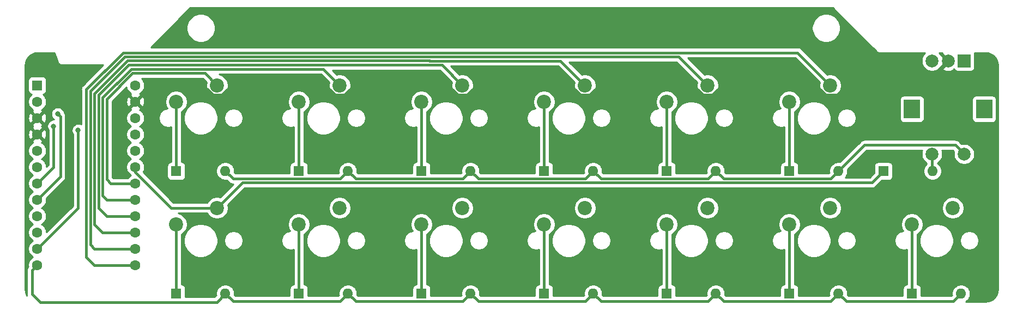
<source format=gbr>
%TF.GenerationSoftware,KiCad,Pcbnew,(5.1.10)-1*%
%TF.CreationDate,2021-12-19T12:17:38+01:00*%
%TF.ProjectId,KiCadPCB,4b694361-6450-4434-922e-6b696361645f,rev?*%
%TF.SameCoordinates,Original*%
%TF.FileFunction,Copper,L1,Top*%
%TF.FilePolarity,Positive*%
%FSLAX46Y46*%
G04 Gerber Fmt 4.6, Leading zero omitted, Abs format (unit mm)*
G04 Created by KiCad (PCBNEW (5.1.10)-1) date 2021-12-19 12:17:38*
%MOMM*%
%LPD*%
G01*
G04 APERTURE LIST*
%TA.AperFunction,ComponentPad*%
%ADD10O,1.600000X1.600000*%
%TD*%
%TA.AperFunction,ComponentPad*%
%ADD11R,1.600000X1.600000*%
%TD*%
%TA.AperFunction,ComponentPad*%
%ADD12C,2.200000*%
%TD*%
%TA.AperFunction,ComponentPad*%
%ADD13C,1.600000*%
%TD*%
%TA.AperFunction,ComponentPad*%
%ADD14R,2.000000X2.000000*%
%TD*%
%TA.AperFunction,ComponentPad*%
%ADD15C,2.000000*%
%TD*%
%TA.AperFunction,ComponentPad*%
%ADD16R,2.500000X3.000000*%
%TD*%
%TA.AperFunction,ViaPad*%
%ADD17C,0.800000*%
%TD*%
%TA.AperFunction,Conductor*%
%ADD18C,0.400000*%
%TD*%
%TA.AperFunction,Conductor*%
%ADD19C,0.254000*%
%TD*%
%TA.AperFunction,Conductor*%
%ADD20C,0.100000*%
%TD*%
G04 APERTURE END LIST*
D10*
%TO.P,D14,2*%
%TO.N,Net-(D14-Pad2)*%
X219075000Y-50165000D03*
D11*
%TO.P,D14,1*%
%TO.N,/COL0*%
X211455000Y-50165000D03*
%TD*%
D10*
%TO.P,D13,2*%
%TO.N,/ROW1*%
X223520000Y-69215000D03*
D11*
%TO.P,D13,1*%
%TO.N,Net-(D13-Pad1)*%
X215900000Y-69215000D03*
%TD*%
D10*
%TO.P,D12,2*%
%TO.N,/ROW1*%
X204470000Y-69215000D03*
D11*
%TO.P,D12,1*%
%TO.N,Net-(D12-Pad1)*%
X196850000Y-69215000D03*
%TD*%
D10*
%TO.P,D11,2*%
%TO.N,/ROW1*%
X185420000Y-69215000D03*
D11*
%TO.P,D11,1*%
%TO.N,Net-(D11-Pad1)*%
X177800000Y-69215000D03*
%TD*%
D10*
%TO.P,D10,2*%
%TO.N,/ROW1*%
X166370000Y-69215000D03*
D11*
%TO.P,D10,1*%
%TO.N,Net-(D10-Pad1)*%
X158750000Y-69215000D03*
%TD*%
D10*
%TO.P,D9,2*%
%TO.N,/ROW1*%
X147320000Y-69215000D03*
D11*
%TO.P,D9,1*%
%TO.N,Net-(D9-Pad1)*%
X139700000Y-69215000D03*
%TD*%
D10*
%TO.P,D8,2*%
%TO.N,/ROW1*%
X128270000Y-69215000D03*
D11*
%TO.P,D8,1*%
%TO.N,Net-(D8-Pad1)*%
X120650000Y-69215000D03*
%TD*%
D10*
%TO.P,D7,2*%
%TO.N,/ROW1*%
X109220000Y-69215000D03*
D11*
%TO.P,D7,1*%
%TO.N,Net-(D7-Pad1)*%
X101600000Y-69215000D03*
%TD*%
D10*
%TO.P,D6,2*%
%TO.N,/ROW0*%
X204470000Y-50165000D03*
D11*
%TO.P,D6,1*%
%TO.N,Net-(D6-Pad1)*%
X196850000Y-50165000D03*
%TD*%
D10*
%TO.P,D5,2*%
%TO.N,/ROW0*%
X185420000Y-50165000D03*
D11*
%TO.P,D5,1*%
%TO.N,Net-(D5-Pad1)*%
X177800000Y-50165000D03*
%TD*%
D10*
%TO.P,D4,2*%
%TO.N,/ROW0*%
X166370000Y-50165000D03*
D11*
%TO.P,D4,1*%
%TO.N,Net-(D4-Pad1)*%
X158750000Y-50165000D03*
%TD*%
D10*
%TO.P,D3,2*%
%TO.N,/ROW0*%
X147320000Y-50165000D03*
D11*
%TO.P,D3,1*%
%TO.N,Net-(D3-Pad1)*%
X139700000Y-50165000D03*
%TD*%
D10*
%TO.P,D2,2*%
%TO.N,/ROW0*%
X128270000Y-50165000D03*
D11*
%TO.P,D2,1*%
%TO.N,Net-(D2-Pad1)*%
X120650000Y-50165000D03*
%TD*%
D10*
%TO.P,D1,2*%
%TO.N,/ROW0*%
X109220000Y-50165000D03*
D11*
%TO.P,D1,1*%
%TO.N,Net-(D1-Pad1)*%
X101600000Y-50165000D03*
%TD*%
D12*
%TO.P,SW13,2*%
%TO.N,Net-(D13-Pad1)*%
X215900000Y-58420000D03*
%TO.P,SW13,1*%
%TO.N,/COL6*%
X222250000Y-55880000D03*
%TD*%
%TO.P,SW12,2*%
%TO.N,Net-(D12-Pad1)*%
X196850000Y-58420000D03*
%TO.P,SW12,1*%
%TO.N,/COL5*%
X203200000Y-55880000D03*
%TD*%
%TO.P,SW11,2*%
%TO.N,Net-(D11-Pad1)*%
X177800000Y-58420000D03*
%TO.P,SW11,1*%
%TO.N,/COL4*%
X184150000Y-55880000D03*
%TD*%
%TO.P,SW10,2*%
%TO.N,Net-(D10-Pad1)*%
X158750000Y-58420000D03*
%TO.P,SW10,1*%
%TO.N,/COL3*%
X165100000Y-55880000D03*
%TD*%
%TO.P,SW9,2*%
%TO.N,Net-(D9-Pad1)*%
X139700000Y-58420000D03*
%TO.P,SW9,1*%
%TO.N,/COL2*%
X146050000Y-55880000D03*
%TD*%
%TO.P,SW8,2*%
%TO.N,Net-(D8-Pad1)*%
X120650000Y-58420000D03*
%TO.P,SW8,1*%
%TO.N,/COL1*%
X127000000Y-55880000D03*
%TD*%
%TO.P,SW7,2*%
%TO.N,Net-(D7-Pad1)*%
X101600000Y-58420000D03*
%TO.P,SW7,1*%
%TO.N,/COL0*%
X107950000Y-55880000D03*
%TD*%
%TO.P,SW6,2*%
%TO.N,Net-(D6-Pad1)*%
X196850000Y-39370000D03*
%TO.P,SW6,1*%
%TO.N,/COL6*%
X203200000Y-36830000D03*
%TD*%
%TO.P,SW5,2*%
%TO.N,Net-(D5-Pad1)*%
X177800000Y-39370000D03*
%TO.P,SW5,1*%
%TO.N,/COL5*%
X184150000Y-36830000D03*
%TD*%
%TO.P,SW4,2*%
%TO.N,Net-(D4-Pad1)*%
X158750000Y-39370000D03*
%TO.P,SW4,1*%
%TO.N,/COL4*%
X165100000Y-36830000D03*
%TD*%
%TO.P,SW3,2*%
%TO.N,Net-(D3-Pad1)*%
X139700000Y-39370000D03*
%TO.P,SW3,1*%
%TO.N,/COL3*%
X146050000Y-36830000D03*
%TD*%
%TO.P,SW2,2*%
%TO.N,Net-(D2-Pad1)*%
X120650000Y-39370000D03*
%TO.P,SW2,1*%
%TO.N,/COL2*%
X127000000Y-36830000D03*
%TD*%
%TO.P,SW1,2*%
%TO.N,Net-(D1-Pad1)*%
X101600000Y-39370000D03*
%TO.P,SW1,1*%
%TO.N,/COL1*%
X107950000Y-36830000D03*
%TD*%
D13*
%TO.P,U1,24*%
%TO.N,Net-(U1-Pad24)*%
X95250000Y-36830000D03*
%TO.P,U1,23*%
%TO.N,GND*%
X95250000Y-39370000D03*
%TO.P,U1,22*%
%TO.N,Net-(U1-Pad22)*%
X95250000Y-41910000D03*
%TO.P,U1,21*%
%TO.N,+5V*%
X95250000Y-44450000D03*
%TO.P,U1,20*%
%TO.N,Net-(U1-Pad20)*%
X95250000Y-46990000D03*
%TO.P,U1,19*%
%TO.N,/COL0*%
X95250000Y-49530000D03*
%TO.P,U1,18*%
%TO.N,/COL1*%
X95250000Y-52070000D03*
%TO.P,U1,17*%
%TO.N,/COL2*%
X95250000Y-54610000D03*
%TO.P,U1,16*%
%TO.N,/COL3*%
X95250000Y-57150000D03*
%TO.P,U1,15*%
%TO.N,/COL4*%
X95250000Y-59690000D03*
%TO.P,U1,14*%
%TO.N,/COL5*%
X95250000Y-62230000D03*
%TO.P,U1,13*%
%TO.N,/COL6*%
X95250000Y-64770000D03*
%TO.P,U1,12*%
%TO.N,/ROW1*%
X80010000Y-64770000D03*
%TO.P,U1,11*%
%TO.N,/ROW0*%
X80010000Y-62230000D03*
%TO.P,U1,10*%
%TO.N,Net-(U1-Pad10)*%
X80010000Y-59690000D03*
%TO.P,U1,9*%
%TO.N,Net-(U1-Pad9)*%
X80010000Y-57150000D03*
%TO.P,U1,8*%
%TO.N,Net-(SW14-PadA)*%
X80010000Y-54610000D03*
%TO.P,U1,7*%
%TO.N,Net-(SW14-PadB)*%
X80010000Y-52070000D03*
%TO.P,U1,6*%
%TO.N,Net-(U1-Pad6)*%
X80010000Y-49530000D03*
%TO.P,U1,5*%
%TO.N,Net-(U1-Pad5)*%
X80010000Y-46990000D03*
%TO.P,U1,4*%
%TO.N,GND*%
X80010000Y-44450000D03*
%TO.P,U1,3*%
X80010000Y-41910000D03*
%TO.P,U1,2*%
%TO.N,Net-(U1-Pad2)*%
X80010000Y-39370000D03*
D11*
%TO.P,U1,1*%
%TO.N,Net-(U1-Pad1)*%
X80010000Y-36830000D03*
%TD*%
D14*
%TO.P,SW14,A*%
%TO.N,Net-(SW14-PadA)*%
X224000000Y-33020000D03*
D15*
%TO.P,SW14,C*%
%TO.N,GND*%
X221500000Y-33020000D03*
%TO.P,SW14,B*%
%TO.N,Net-(SW14-PadB)*%
X219000000Y-33020000D03*
D16*
%TO.P,SW14,MP*%
%TO.N,N/C*%
X227100000Y-40520000D03*
X215900000Y-40520000D03*
D15*
%TO.P,SW14,S1*%
%TO.N,/ROW0*%
X224000000Y-47520000D03*
%TO.P,SW14,S2*%
%TO.N,Net-(D14-Pad2)*%
X219000000Y-47520000D03*
%TD*%
D17*
%TO.N,/ROW0*%
X86360000Y-43815000D03*
%TO.N,Net-(SW14-PadA)*%
X83185000Y-41275000D03*
%TO.N,Net-(SW14-PadB)*%
X82550000Y-43180000D03*
%TD*%
D18*
%TO.N,/ROW0*%
X222599999Y-46119999D02*
X224000000Y-47520000D01*
X208515001Y-46119999D02*
X222599999Y-46119999D01*
X204470000Y-50165000D02*
X208515001Y-46119999D01*
X127069999Y-51365001D02*
X128270000Y-50165000D01*
X110420001Y-51365001D02*
X127069999Y-51365001D01*
X109220000Y-50165000D02*
X110420001Y-51365001D01*
X146119999Y-51365001D02*
X147320000Y-50165000D01*
X129470001Y-51365001D02*
X146119999Y-51365001D01*
X128270000Y-50165000D02*
X129470001Y-51365001D01*
X148520001Y-51365001D02*
X147320000Y-50165000D01*
X165169999Y-51365001D02*
X148520001Y-51365001D01*
X166370000Y-50165000D02*
X165169999Y-51365001D01*
X184219999Y-51365001D02*
X185420000Y-50165000D01*
X167570001Y-51365001D02*
X184219999Y-51365001D01*
X166370000Y-50165000D02*
X167570001Y-51365001D01*
X203269999Y-51365001D02*
X186620001Y-51365001D01*
X186620001Y-51365001D02*
X185420000Y-50165000D01*
X204470000Y-50165000D02*
X203269999Y-51365001D01*
X80010000Y-62230000D02*
X86360000Y-55880000D01*
X86360000Y-55880000D02*
X86360000Y-43815000D01*
X86360000Y-43815000D02*
X86360000Y-43815000D01*
%TO.N,Net-(D1-Pad1)*%
X101600000Y-39370000D02*
X101600000Y-50165000D01*
%TO.N,Net-(D2-Pad1)*%
X120650000Y-39370000D02*
X120650000Y-50165000D01*
%TO.N,Net-(D3-Pad1)*%
X139700000Y-42490002D02*
X139700000Y-50165000D01*
X139700000Y-39370000D02*
X139700000Y-42490002D01*
%TO.N,Net-(D4-Pad1)*%
X158750000Y-39370000D02*
X158750000Y-50165000D01*
%TO.N,Net-(D5-Pad1)*%
X177800000Y-50165000D02*
X177800000Y-39370000D01*
%TO.N,Net-(D6-Pad1)*%
X196850000Y-50165000D02*
X196850000Y-39370000D01*
%TO.N,/ROW1*%
X205670001Y-70415001D02*
X204470000Y-69215000D01*
X222319999Y-70415001D02*
X205670001Y-70415001D01*
X223520000Y-69215000D02*
X222319999Y-70415001D01*
X203269999Y-70415001D02*
X204470000Y-69215000D01*
X186620001Y-70415001D02*
X203269999Y-70415001D01*
X185420000Y-69215000D02*
X186620001Y-70415001D01*
X167570001Y-70415001D02*
X166370000Y-69215000D01*
X184219999Y-70415001D02*
X167570001Y-70415001D01*
X185420000Y-69215000D02*
X184219999Y-70415001D01*
X165169999Y-70415001D02*
X166370000Y-69215000D01*
X148520001Y-70415001D02*
X165169999Y-70415001D01*
X147320000Y-69215000D02*
X148520001Y-70415001D01*
X129470001Y-70415001D02*
X128270000Y-69215000D01*
X146119999Y-70415001D02*
X129470001Y-70415001D01*
X147320000Y-69215000D02*
X146119999Y-70415001D01*
X110420001Y-70415001D02*
X109220000Y-69215000D01*
X127069999Y-70415001D02*
X110420001Y-70415001D01*
X128270000Y-69215000D02*
X127069999Y-70415001D01*
X80457999Y-70560001D02*
X107874999Y-70560001D01*
X107874999Y-70560001D02*
X109220000Y-69215000D01*
X79210001Y-69312003D02*
X80457999Y-70560001D01*
X79210001Y-65569999D02*
X79210001Y-69312003D01*
X80010000Y-64770000D02*
X79210001Y-65569999D01*
%TO.N,Net-(D7-Pad1)*%
X101600000Y-58420000D02*
X101600000Y-69215000D01*
%TO.N,Net-(D8-Pad1)*%
X120650000Y-69215000D02*
X120650000Y-58420000D01*
%TO.N,Net-(D9-Pad1)*%
X139700000Y-69215000D02*
X139700000Y-58420000D01*
%TO.N,Net-(D10-Pad1)*%
X158750000Y-60379998D02*
X158750000Y-58420000D01*
X158750000Y-69215000D02*
X158750000Y-60379998D01*
%TO.N,Net-(D11-Pad1)*%
X177800000Y-69215000D02*
X177800000Y-58420000D01*
%TO.N,Net-(D12-Pad1)*%
X196850000Y-69215000D02*
X196850000Y-58420000D01*
%TO.N,Net-(D13-Pad1)*%
X215900000Y-58420000D02*
X215900000Y-69215000D01*
%TO.N,/COL1*%
X106045000Y-34925000D02*
X107950000Y-36830000D01*
X94828542Y-34925000D02*
X106045000Y-34925000D01*
X90805000Y-38948542D02*
X94828542Y-34925000D01*
X90805000Y-51435000D02*
X90805000Y-38948542D01*
X91440000Y-52070000D02*
X90805000Y-51435000D01*
X95250000Y-52070000D02*
X91440000Y-52070000D01*
%TO.N,/COL2*%
X127000000Y-36830000D02*
X124460000Y-34290000D01*
X124460000Y-34290000D02*
X94615000Y-34290000D01*
X94615000Y-34290000D02*
X90170000Y-38735000D01*
X90170000Y-38735000D02*
X90170000Y-53975000D01*
X90805000Y-54610000D02*
X95250000Y-54610000D01*
X90170000Y-53975000D02*
X90805000Y-54610000D01*
%TO.N,/COL3*%
X142875000Y-33655000D02*
X146050000Y-36830000D01*
X94193542Y-33655000D02*
X142875000Y-33655000D01*
X89535000Y-38313542D02*
X94193542Y-33655000D01*
X89535000Y-55880000D02*
X89535000Y-38313542D01*
X90805000Y-57150000D02*
X89535000Y-55880000D01*
X95250000Y-57150000D02*
X90805000Y-57150000D01*
%TO.N,/COL4*%
X165100000Y-36830000D02*
X161290000Y-33020000D01*
X140970000Y-33020000D02*
X140900020Y-32950020D01*
X161290000Y-33020000D02*
X140970000Y-33020000D01*
X140900020Y-32950020D02*
X94049980Y-32950020D01*
X94049980Y-32950020D02*
X88900000Y-38100000D01*
X88900000Y-38100000D02*
X88900000Y-58420000D01*
X88900000Y-58420000D02*
X90170000Y-59690000D01*
X90170000Y-59690000D02*
X95250000Y-59690000D01*
%TO.N,/COL5*%
X88265000Y-61595000D02*
X88900000Y-62230000D01*
X88900000Y-62230000D02*
X95250000Y-62230000D01*
X93593532Y-32350010D02*
X88265000Y-37678542D01*
X88265000Y-37678542D02*
X88265000Y-61595000D01*
X179670010Y-32350010D02*
X93593532Y-32350010D01*
X184150000Y-36830000D02*
X179670010Y-32350010D01*
%TO.N,/COL6*%
X203200000Y-36830000D02*
X198120000Y-31750000D01*
X198120000Y-31750000D02*
X93345000Y-31750000D01*
X93345000Y-31750000D02*
X87630000Y-37465000D01*
X87630000Y-37465000D02*
X87630000Y-63500000D01*
X88900000Y-64770000D02*
X95250000Y-64770000D01*
X87630000Y-63500000D02*
X88900000Y-64770000D01*
%TO.N,/COL0*%
X111864989Y-51965011D02*
X107950000Y-55880000D01*
X209654989Y-51965011D02*
X111864989Y-51965011D01*
X211455000Y-50165000D02*
X209654989Y-51965011D01*
X95250000Y-50293998D02*
X95250000Y-49530000D01*
X100836002Y-55880000D02*
X95250000Y-50293998D01*
X107950000Y-55880000D02*
X100836002Y-55880000D01*
%TO.N,Net-(SW14-PadA)*%
X83584999Y-41674999D02*
X83584999Y-51035001D01*
X83185000Y-41275000D02*
X83584999Y-41674999D01*
X83584999Y-51035001D02*
X80010000Y-54610000D01*
%TO.N,GND*%
X108670001Y-38330001D02*
X107315000Y-38330001D01*
X125499999Y-37550001D02*
X109450001Y-37550001D01*
X126279999Y-38330001D02*
X125499999Y-37550001D01*
X128500001Y-37550001D02*
X127720001Y-38330001D01*
X144549999Y-37550001D02*
X128500001Y-37550001D01*
X145329999Y-38330001D02*
X144549999Y-37550001D01*
X146770001Y-38330001D02*
X145329999Y-38330001D01*
X221500000Y-33020000D02*
X221500000Y-33240002D01*
X147550001Y-37550001D02*
X146770001Y-38330001D01*
X201699999Y-37550001D02*
X185650001Y-37550001D01*
X165820001Y-38330001D02*
X164379999Y-38330001D01*
X164379999Y-38330001D02*
X163599999Y-37550001D01*
X202479999Y-38330001D02*
X201699999Y-37550001D01*
X107315000Y-38330001D02*
X106449999Y-37465000D01*
X221500000Y-33240002D02*
X216410001Y-38330001D01*
X163599999Y-37550001D02*
X147550001Y-37550001D01*
X185650001Y-37550001D02*
X184870001Y-38330001D01*
X109450001Y-37550001D02*
X108670001Y-38330001D01*
X216410001Y-38330001D02*
X202479999Y-38330001D01*
X184870001Y-38330001D02*
X183429999Y-38330001D01*
X127720001Y-38330001D02*
X126279999Y-38330001D01*
X183429999Y-38330001D02*
X182649999Y-37550001D01*
X182649999Y-37550001D02*
X166600001Y-37550001D01*
X166600001Y-37550001D02*
X165820001Y-38330001D01*
X97155000Y-37465000D02*
X95250000Y-39370000D01*
X106449999Y-37465000D02*
X97155000Y-37465000D01*
%TO.N,Net-(SW14-PadB)*%
X82550000Y-49530000D02*
X80010000Y-52070000D01*
X82550000Y-43180000D02*
X82550000Y-49530000D01*
%TO.N,Net-(D14-Pad2)*%
X219000000Y-50090000D02*
X219075000Y-50165000D01*
X219000000Y-47520000D02*
X219000000Y-50090000D01*
%TD*%
D19*
%TO.N,GND*%
X205296233Y-26524614D02*
X205296239Y-26524619D01*
X210330388Y-31558769D01*
X210351052Y-31583948D01*
X210376231Y-31604612D01*
X210376233Y-31604614D01*
X210399369Y-31623601D01*
X210451550Y-31666425D01*
X210566207Y-31727710D01*
X210690617Y-31765450D01*
X210787581Y-31775000D01*
X210787591Y-31775000D01*
X210820000Y-31778192D01*
X210852409Y-31775000D01*
X217932761Y-31775000D01*
X217730013Y-31977748D01*
X217551082Y-32245537D01*
X217427832Y-32543088D01*
X217365000Y-32858967D01*
X217365000Y-33181033D01*
X217427832Y-33496912D01*
X217551082Y-33794463D01*
X217730013Y-34062252D01*
X217957748Y-34289987D01*
X218225537Y-34468918D01*
X218523088Y-34592168D01*
X218838967Y-34655000D01*
X219161033Y-34655000D01*
X219476912Y-34592168D01*
X219774463Y-34468918D01*
X220042252Y-34289987D01*
X220269987Y-34062252D01*
X220334925Y-33965065D01*
X220364587Y-33975808D01*
X221320395Y-33020000D01*
X220364587Y-32064192D01*
X220334925Y-32074935D01*
X220269987Y-31977748D01*
X220067239Y-31775000D01*
X220583884Y-31775000D01*
X220544192Y-31884587D01*
X221500000Y-32840395D01*
X221514143Y-32826253D01*
X221693748Y-33005858D01*
X221679605Y-33020000D01*
X221693748Y-33034143D01*
X221514143Y-33213748D01*
X221500000Y-33199605D01*
X220544192Y-34155413D01*
X220639956Y-34419814D01*
X220929571Y-34560704D01*
X221241108Y-34642384D01*
X221562595Y-34661718D01*
X221881675Y-34617961D01*
X222186088Y-34512795D01*
X222360044Y-34419814D01*
X222414024Y-34270777D01*
X222469463Y-34374494D01*
X222548815Y-34471185D01*
X222645506Y-34550537D01*
X222755820Y-34609502D01*
X222875518Y-34645812D01*
X223000000Y-34658072D01*
X225000000Y-34658072D01*
X225124482Y-34645812D01*
X225244180Y-34609502D01*
X225354494Y-34550537D01*
X225451185Y-34471185D01*
X225530537Y-34374494D01*
X225589502Y-34264180D01*
X225625812Y-34144482D01*
X225638072Y-34020000D01*
X225638072Y-32020000D01*
X225625812Y-31895518D01*
X225589502Y-31775820D01*
X225589064Y-31775000D01*
X227297721Y-31775000D01*
X227694545Y-31813909D01*
X228045208Y-31919780D01*
X228368625Y-32091744D01*
X228652484Y-32323254D01*
X228885965Y-32605486D01*
X229060183Y-32927695D01*
X229168502Y-33277614D01*
X229210000Y-33672443D01*
X229210001Y-68547711D01*
X229171091Y-68944545D01*
X229065220Y-69295206D01*
X228893257Y-69618623D01*
X228661748Y-69902482D01*
X228379514Y-70135965D01*
X228057304Y-70310184D01*
X227707385Y-70418502D01*
X227312557Y-70460000D01*
X224239657Y-70460000D01*
X224434759Y-70329637D01*
X224634637Y-70129759D01*
X224791680Y-69894727D01*
X224899853Y-69633574D01*
X224955000Y-69356335D01*
X224955000Y-69073665D01*
X224899853Y-68796426D01*
X224791680Y-68535273D01*
X224634637Y-68300241D01*
X224434759Y-68100363D01*
X224199727Y-67943320D01*
X223938574Y-67835147D01*
X223661335Y-67780000D01*
X223378665Y-67780000D01*
X223101426Y-67835147D01*
X222840273Y-67943320D01*
X222605241Y-68100363D01*
X222405363Y-68300241D01*
X222248320Y-68535273D01*
X222140147Y-68796426D01*
X222085000Y-69073665D01*
X222085000Y-69356335D01*
X222103714Y-69450418D01*
X221974132Y-69580001D01*
X217338072Y-69580001D01*
X217338072Y-68415000D01*
X217325812Y-68290518D01*
X217289502Y-68170820D01*
X217230537Y-68060506D01*
X217151185Y-67963815D01*
X217054494Y-67884463D01*
X216944180Y-67825498D01*
X216824482Y-67789188D01*
X216735000Y-67780375D01*
X216735000Y-60700475D01*
X217075000Y-60700475D01*
X217075000Y-61219525D01*
X217176261Y-61728601D01*
X217374893Y-62208141D01*
X217663262Y-62639715D01*
X218030285Y-63006738D01*
X218461859Y-63295107D01*
X218941399Y-63493739D01*
X219450475Y-63595000D01*
X219969525Y-63595000D01*
X220478601Y-63493739D01*
X220958141Y-63295107D01*
X221389715Y-63006738D01*
X221756738Y-62639715D01*
X222045107Y-62208141D01*
X222243739Y-61728601D01*
X222345000Y-61219525D01*
X222345000Y-60813740D01*
X223305000Y-60813740D01*
X223305000Y-61106260D01*
X223362068Y-61393158D01*
X223474010Y-61663411D01*
X223636525Y-61906632D01*
X223843368Y-62113475D01*
X224086589Y-62275990D01*
X224356842Y-62387932D01*
X224643740Y-62445000D01*
X224936260Y-62445000D01*
X225223158Y-62387932D01*
X225493411Y-62275990D01*
X225736632Y-62113475D01*
X225943475Y-61906632D01*
X226105990Y-61663411D01*
X226217932Y-61393158D01*
X226275000Y-61106260D01*
X226275000Y-60813740D01*
X226217932Y-60526842D01*
X226105990Y-60256589D01*
X225943475Y-60013368D01*
X225736632Y-59806525D01*
X225493411Y-59644010D01*
X225223158Y-59532068D01*
X224936260Y-59475000D01*
X224643740Y-59475000D01*
X224356842Y-59532068D01*
X224086589Y-59644010D01*
X223843368Y-59806525D01*
X223636525Y-60013368D01*
X223474010Y-60256589D01*
X223362068Y-60526842D01*
X223305000Y-60813740D01*
X222345000Y-60813740D01*
X222345000Y-60700475D01*
X222243739Y-60191399D01*
X222045107Y-59711859D01*
X221756738Y-59280285D01*
X221389715Y-58913262D01*
X220958141Y-58624893D01*
X220478601Y-58426261D01*
X219969525Y-58325000D01*
X219450475Y-58325000D01*
X218941399Y-58426261D01*
X218461859Y-58624893D01*
X218030285Y-58913262D01*
X217663262Y-59280285D01*
X217374893Y-59711859D01*
X217176261Y-60191399D01*
X217075000Y-60700475D01*
X216735000Y-60700475D01*
X216735000Y-59948738D01*
X217005998Y-59767663D01*
X217247663Y-59525998D01*
X217437537Y-59241831D01*
X217568325Y-58926081D01*
X217635000Y-58590883D01*
X217635000Y-58249117D01*
X217568325Y-57913919D01*
X217437537Y-57598169D01*
X217247663Y-57314002D01*
X217005998Y-57072337D01*
X216721831Y-56882463D01*
X216406081Y-56751675D01*
X216070883Y-56685000D01*
X215729117Y-56685000D01*
X215393919Y-56751675D01*
X215078169Y-56882463D01*
X214794002Y-57072337D01*
X214552337Y-57314002D01*
X214362463Y-57598169D01*
X214231675Y-57913919D01*
X214165000Y-58249117D01*
X214165000Y-58590883D01*
X214231675Y-58926081D01*
X214362463Y-59241831D01*
X214518261Y-59475000D01*
X214483740Y-59475000D01*
X214196842Y-59532068D01*
X213926589Y-59644010D01*
X213683368Y-59806525D01*
X213476525Y-60013368D01*
X213314010Y-60256589D01*
X213202068Y-60526842D01*
X213145000Y-60813740D01*
X213145000Y-61106260D01*
X213202068Y-61393158D01*
X213314010Y-61663411D01*
X213476525Y-61906632D01*
X213683368Y-62113475D01*
X213926589Y-62275990D01*
X214196842Y-62387932D01*
X214483740Y-62445000D01*
X214776260Y-62445000D01*
X215063158Y-62387932D01*
X215065000Y-62387169D01*
X215065001Y-67780375D01*
X214975518Y-67789188D01*
X214855820Y-67825498D01*
X214745506Y-67884463D01*
X214648815Y-67963815D01*
X214569463Y-68060506D01*
X214510498Y-68170820D01*
X214474188Y-68290518D01*
X214461928Y-68415000D01*
X214461928Y-69580001D01*
X206015870Y-69580001D01*
X205886286Y-69450417D01*
X205905000Y-69356335D01*
X205905000Y-69073665D01*
X205849853Y-68796426D01*
X205741680Y-68535273D01*
X205584637Y-68300241D01*
X205384759Y-68100363D01*
X205149727Y-67943320D01*
X204888574Y-67835147D01*
X204611335Y-67780000D01*
X204328665Y-67780000D01*
X204051426Y-67835147D01*
X203790273Y-67943320D01*
X203555241Y-68100363D01*
X203355363Y-68300241D01*
X203198320Y-68535273D01*
X203090147Y-68796426D01*
X203035000Y-69073665D01*
X203035000Y-69356335D01*
X203053714Y-69450418D01*
X202924132Y-69580001D01*
X198288072Y-69580001D01*
X198288072Y-68415000D01*
X198275812Y-68290518D01*
X198239502Y-68170820D01*
X198180537Y-68060506D01*
X198101185Y-67963815D01*
X198004494Y-67884463D01*
X197894180Y-67825498D01*
X197774482Y-67789188D01*
X197685000Y-67780375D01*
X197685000Y-60700475D01*
X198025000Y-60700475D01*
X198025000Y-61219525D01*
X198126261Y-61728601D01*
X198324893Y-62208141D01*
X198613262Y-62639715D01*
X198980285Y-63006738D01*
X199411859Y-63295107D01*
X199891399Y-63493739D01*
X200400475Y-63595000D01*
X200919525Y-63595000D01*
X201428601Y-63493739D01*
X201908141Y-63295107D01*
X202339715Y-63006738D01*
X202706738Y-62639715D01*
X202995107Y-62208141D01*
X203193739Y-61728601D01*
X203295000Y-61219525D01*
X203295000Y-60813740D01*
X204255000Y-60813740D01*
X204255000Y-61106260D01*
X204312068Y-61393158D01*
X204424010Y-61663411D01*
X204586525Y-61906632D01*
X204793368Y-62113475D01*
X205036589Y-62275990D01*
X205306842Y-62387932D01*
X205593740Y-62445000D01*
X205886260Y-62445000D01*
X206173158Y-62387932D01*
X206443411Y-62275990D01*
X206686632Y-62113475D01*
X206893475Y-61906632D01*
X207055990Y-61663411D01*
X207167932Y-61393158D01*
X207225000Y-61106260D01*
X207225000Y-60813740D01*
X207167932Y-60526842D01*
X207055990Y-60256589D01*
X206893475Y-60013368D01*
X206686632Y-59806525D01*
X206443411Y-59644010D01*
X206173158Y-59532068D01*
X205886260Y-59475000D01*
X205593740Y-59475000D01*
X205306842Y-59532068D01*
X205036589Y-59644010D01*
X204793368Y-59806525D01*
X204586525Y-60013368D01*
X204424010Y-60256589D01*
X204312068Y-60526842D01*
X204255000Y-60813740D01*
X203295000Y-60813740D01*
X203295000Y-60700475D01*
X203193739Y-60191399D01*
X202995107Y-59711859D01*
X202706738Y-59280285D01*
X202339715Y-58913262D01*
X201908141Y-58624893D01*
X201428601Y-58426261D01*
X200919525Y-58325000D01*
X200400475Y-58325000D01*
X199891399Y-58426261D01*
X199411859Y-58624893D01*
X198980285Y-58913262D01*
X198613262Y-59280285D01*
X198324893Y-59711859D01*
X198126261Y-60191399D01*
X198025000Y-60700475D01*
X197685000Y-60700475D01*
X197685000Y-59948738D01*
X197955998Y-59767663D01*
X198197663Y-59525998D01*
X198387537Y-59241831D01*
X198518325Y-58926081D01*
X198585000Y-58590883D01*
X198585000Y-58249117D01*
X198518325Y-57913919D01*
X198387537Y-57598169D01*
X198197663Y-57314002D01*
X197955998Y-57072337D01*
X197671831Y-56882463D01*
X197356081Y-56751675D01*
X197020883Y-56685000D01*
X196679117Y-56685000D01*
X196343919Y-56751675D01*
X196028169Y-56882463D01*
X195744002Y-57072337D01*
X195502337Y-57314002D01*
X195312463Y-57598169D01*
X195181675Y-57913919D01*
X195115000Y-58249117D01*
X195115000Y-58590883D01*
X195181675Y-58926081D01*
X195312463Y-59241831D01*
X195468261Y-59475000D01*
X195433740Y-59475000D01*
X195146842Y-59532068D01*
X194876589Y-59644010D01*
X194633368Y-59806525D01*
X194426525Y-60013368D01*
X194264010Y-60256589D01*
X194152068Y-60526842D01*
X194095000Y-60813740D01*
X194095000Y-61106260D01*
X194152068Y-61393158D01*
X194264010Y-61663411D01*
X194426525Y-61906632D01*
X194633368Y-62113475D01*
X194876589Y-62275990D01*
X195146842Y-62387932D01*
X195433740Y-62445000D01*
X195726260Y-62445000D01*
X196013158Y-62387932D01*
X196015001Y-62387169D01*
X196015000Y-67780375D01*
X195925518Y-67789188D01*
X195805820Y-67825498D01*
X195695506Y-67884463D01*
X195598815Y-67963815D01*
X195519463Y-68060506D01*
X195460498Y-68170820D01*
X195424188Y-68290518D01*
X195411928Y-68415000D01*
X195411928Y-69580001D01*
X186965870Y-69580001D01*
X186836286Y-69450417D01*
X186855000Y-69356335D01*
X186855000Y-69073665D01*
X186799853Y-68796426D01*
X186691680Y-68535273D01*
X186534637Y-68300241D01*
X186334759Y-68100363D01*
X186099727Y-67943320D01*
X185838574Y-67835147D01*
X185561335Y-67780000D01*
X185278665Y-67780000D01*
X185001426Y-67835147D01*
X184740273Y-67943320D01*
X184505241Y-68100363D01*
X184305363Y-68300241D01*
X184148320Y-68535273D01*
X184040147Y-68796426D01*
X183985000Y-69073665D01*
X183985000Y-69356335D01*
X184003714Y-69450418D01*
X183874132Y-69580001D01*
X179238072Y-69580001D01*
X179238072Y-68415000D01*
X179225812Y-68290518D01*
X179189502Y-68170820D01*
X179130537Y-68060506D01*
X179051185Y-67963815D01*
X178954494Y-67884463D01*
X178844180Y-67825498D01*
X178724482Y-67789188D01*
X178635000Y-67780375D01*
X178635000Y-60700475D01*
X178975000Y-60700475D01*
X178975000Y-61219525D01*
X179076261Y-61728601D01*
X179274893Y-62208141D01*
X179563262Y-62639715D01*
X179930285Y-63006738D01*
X180361859Y-63295107D01*
X180841399Y-63493739D01*
X181350475Y-63595000D01*
X181869525Y-63595000D01*
X182378601Y-63493739D01*
X182858141Y-63295107D01*
X183289715Y-63006738D01*
X183656738Y-62639715D01*
X183945107Y-62208141D01*
X184143739Y-61728601D01*
X184245000Y-61219525D01*
X184245000Y-60813740D01*
X185205000Y-60813740D01*
X185205000Y-61106260D01*
X185262068Y-61393158D01*
X185374010Y-61663411D01*
X185536525Y-61906632D01*
X185743368Y-62113475D01*
X185986589Y-62275990D01*
X186256842Y-62387932D01*
X186543740Y-62445000D01*
X186836260Y-62445000D01*
X187123158Y-62387932D01*
X187393411Y-62275990D01*
X187636632Y-62113475D01*
X187843475Y-61906632D01*
X188005990Y-61663411D01*
X188117932Y-61393158D01*
X188175000Y-61106260D01*
X188175000Y-60813740D01*
X188117932Y-60526842D01*
X188005990Y-60256589D01*
X187843475Y-60013368D01*
X187636632Y-59806525D01*
X187393411Y-59644010D01*
X187123158Y-59532068D01*
X186836260Y-59475000D01*
X186543740Y-59475000D01*
X186256842Y-59532068D01*
X185986589Y-59644010D01*
X185743368Y-59806525D01*
X185536525Y-60013368D01*
X185374010Y-60256589D01*
X185262068Y-60526842D01*
X185205000Y-60813740D01*
X184245000Y-60813740D01*
X184245000Y-60700475D01*
X184143739Y-60191399D01*
X183945107Y-59711859D01*
X183656738Y-59280285D01*
X183289715Y-58913262D01*
X182858141Y-58624893D01*
X182378601Y-58426261D01*
X181869525Y-58325000D01*
X181350475Y-58325000D01*
X180841399Y-58426261D01*
X180361859Y-58624893D01*
X179930285Y-58913262D01*
X179563262Y-59280285D01*
X179274893Y-59711859D01*
X179076261Y-60191399D01*
X178975000Y-60700475D01*
X178635000Y-60700475D01*
X178635000Y-59948738D01*
X178905998Y-59767663D01*
X179147663Y-59525998D01*
X179337537Y-59241831D01*
X179468325Y-58926081D01*
X179535000Y-58590883D01*
X179535000Y-58249117D01*
X179468325Y-57913919D01*
X179337537Y-57598169D01*
X179147663Y-57314002D01*
X178905998Y-57072337D01*
X178621831Y-56882463D01*
X178306081Y-56751675D01*
X177970883Y-56685000D01*
X177629117Y-56685000D01*
X177293919Y-56751675D01*
X176978169Y-56882463D01*
X176694002Y-57072337D01*
X176452337Y-57314002D01*
X176262463Y-57598169D01*
X176131675Y-57913919D01*
X176065000Y-58249117D01*
X176065000Y-58590883D01*
X176131675Y-58926081D01*
X176262463Y-59241831D01*
X176418261Y-59475000D01*
X176383740Y-59475000D01*
X176096842Y-59532068D01*
X175826589Y-59644010D01*
X175583368Y-59806525D01*
X175376525Y-60013368D01*
X175214010Y-60256589D01*
X175102068Y-60526842D01*
X175045000Y-60813740D01*
X175045000Y-61106260D01*
X175102068Y-61393158D01*
X175214010Y-61663411D01*
X175376525Y-61906632D01*
X175583368Y-62113475D01*
X175826589Y-62275990D01*
X176096842Y-62387932D01*
X176383740Y-62445000D01*
X176676260Y-62445000D01*
X176963158Y-62387932D01*
X176965001Y-62387169D01*
X176965000Y-67780375D01*
X176875518Y-67789188D01*
X176755820Y-67825498D01*
X176645506Y-67884463D01*
X176548815Y-67963815D01*
X176469463Y-68060506D01*
X176410498Y-68170820D01*
X176374188Y-68290518D01*
X176361928Y-68415000D01*
X176361928Y-69580001D01*
X167915870Y-69580001D01*
X167786286Y-69450417D01*
X167805000Y-69356335D01*
X167805000Y-69073665D01*
X167749853Y-68796426D01*
X167641680Y-68535273D01*
X167484637Y-68300241D01*
X167284759Y-68100363D01*
X167049727Y-67943320D01*
X166788574Y-67835147D01*
X166511335Y-67780000D01*
X166228665Y-67780000D01*
X165951426Y-67835147D01*
X165690273Y-67943320D01*
X165455241Y-68100363D01*
X165255363Y-68300241D01*
X165098320Y-68535273D01*
X164990147Y-68796426D01*
X164935000Y-69073665D01*
X164935000Y-69356335D01*
X164953714Y-69450418D01*
X164824132Y-69580001D01*
X160188072Y-69580001D01*
X160188072Y-68415000D01*
X160175812Y-68290518D01*
X160139502Y-68170820D01*
X160080537Y-68060506D01*
X160001185Y-67963815D01*
X159904494Y-67884463D01*
X159794180Y-67825498D01*
X159674482Y-67789188D01*
X159585000Y-67780375D01*
X159585000Y-60700475D01*
X159925000Y-60700475D01*
X159925000Y-61219525D01*
X160026261Y-61728601D01*
X160224893Y-62208141D01*
X160513262Y-62639715D01*
X160880285Y-63006738D01*
X161311859Y-63295107D01*
X161791399Y-63493739D01*
X162300475Y-63595000D01*
X162819525Y-63595000D01*
X163328601Y-63493739D01*
X163808141Y-63295107D01*
X164239715Y-63006738D01*
X164606738Y-62639715D01*
X164895107Y-62208141D01*
X165093739Y-61728601D01*
X165195000Y-61219525D01*
X165195000Y-60813740D01*
X166155000Y-60813740D01*
X166155000Y-61106260D01*
X166212068Y-61393158D01*
X166324010Y-61663411D01*
X166486525Y-61906632D01*
X166693368Y-62113475D01*
X166936589Y-62275990D01*
X167206842Y-62387932D01*
X167493740Y-62445000D01*
X167786260Y-62445000D01*
X168073158Y-62387932D01*
X168343411Y-62275990D01*
X168586632Y-62113475D01*
X168793475Y-61906632D01*
X168955990Y-61663411D01*
X169067932Y-61393158D01*
X169125000Y-61106260D01*
X169125000Y-60813740D01*
X169067932Y-60526842D01*
X168955990Y-60256589D01*
X168793475Y-60013368D01*
X168586632Y-59806525D01*
X168343411Y-59644010D01*
X168073158Y-59532068D01*
X167786260Y-59475000D01*
X167493740Y-59475000D01*
X167206842Y-59532068D01*
X166936589Y-59644010D01*
X166693368Y-59806525D01*
X166486525Y-60013368D01*
X166324010Y-60256589D01*
X166212068Y-60526842D01*
X166155000Y-60813740D01*
X165195000Y-60813740D01*
X165195000Y-60700475D01*
X165093739Y-60191399D01*
X164895107Y-59711859D01*
X164606738Y-59280285D01*
X164239715Y-58913262D01*
X163808141Y-58624893D01*
X163328601Y-58426261D01*
X162819525Y-58325000D01*
X162300475Y-58325000D01*
X161791399Y-58426261D01*
X161311859Y-58624893D01*
X160880285Y-58913262D01*
X160513262Y-59280285D01*
X160224893Y-59711859D01*
X160026261Y-60191399D01*
X159925000Y-60700475D01*
X159585000Y-60700475D01*
X159585000Y-59948738D01*
X159855998Y-59767663D01*
X160097663Y-59525998D01*
X160287537Y-59241831D01*
X160418325Y-58926081D01*
X160485000Y-58590883D01*
X160485000Y-58249117D01*
X160418325Y-57913919D01*
X160287537Y-57598169D01*
X160097663Y-57314002D01*
X159855998Y-57072337D01*
X159571831Y-56882463D01*
X159256081Y-56751675D01*
X158920883Y-56685000D01*
X158579117Y-56685000D01*
X158243919Y-56751675D01*
X157928169Y-56882463D01*
X157644002Y-57072337D01*
X157402337Y-57314002D01*
X157212463Y-57598169D01*
X157081675Y-57913919D01*
X157015000Y-58249117D01*
X157015000Y-58590883D01*
X157081675Y-58926081D01*
X157212463Y-59241831D01*
X157368261Y-59475000D01*
X157333740Y-59475000D01*
X157046842Y-59532068D01*
X156776589Y-59644010D01*
X156533368Y-59806525D01*
X156326525Y-60013368D01*
X156164010Y-60256589D01*
X156052068Y-60526842D01*
X155995000Y-60813740D01*
X155995000Y-61106260D01*
X156052068Y-61393158D01*
X156164010Y-61663411D01*
X156326525Y-61906632D01*
X156533368Y-62113475D01*
X156776589Y-62275990D01*
X157046842Y-62387932D01*
X157333740Y-62445000D01*
X157626260Y-62445000D01*
X157913158Y-62387932D01*
X157915001Y-62387169D01*
X157915000Y-67780375D01*
X157825518Y-67789188D01*
X157705820Y-67825498D01*
X157595506Y-67884463D01*
X157498815Y-67963815D01*
X157419463Y-68060506D01*
X157360498Y-68170820D01*
X157324188Y-68290518D01*
X157311928Y-68415000D01*
X157311928Y-69580001D01*
X148865870Y-69580001D01*
X148736286Y-69450417D01*
X148755000Y-69356335D01*
X148755000Y-69073665D01*
X148699853Y-68796426D01*
X148591680Y-68535273D01*
X148434637Y-68300241D01*
X148234759Y-68100363D01*
X147999727Y-67943320D01*
X147738574Y-67835147D01*
X147461335Y-67780000D01*
X147178665Y-67780000D01*
X146901426Y-67835147D01*
X146640273Y-67943320D01*
X146405241Y-68100363D01*
X146205363Y-68300241D01*
X146048320Y-68535273D01*
X145940147Y-68796426D01*
X145885000Y-69073665D01*
X145885000Y-69356335D01*
X145903714Y-69450418D01*
X145774132Y-69580001D01*
X141138072Y-69580001D01*
X141138072Y-68415000D01*
X141125812Y-68290518D01*
X141089502Y-68170820D01*
X141030537Y-68060506D01*
X140951185Y-67963815D01*
X140854494Y-67884463D01*
X140744180Y-67825498D01*
X140624482Y-67789188D01*
X140535000Y-67780375D01*
X140535000Y-60700475D01*
X140875000Y-60700475D01*
X140875000Y-61219525D01*
X140976261Y-61728601D01*
X141174893Y-62208141D01*
X141463262Y-62639715D01*
X141830285Y-63006738D01*
X142261859Y-63295107D01*
X142741399Y-63493739D01*
X143250475Y-63595000D01*
X143769525Y-63595000D01*
X144278601Y-63493739D01*
X144758141Y-63295107D01*
X145189715Y-63006738D01*
X145556738Y-62639715D01*
X145845107Y-62208141D01*
X146043739Y-61728601D01*
X146145000Y-61219525D01*
X146145000Y-60813740D01*
X147105000Y-60813740D01*
X147105000Y-61106260D01*
X147162068Y-61393158D01*
X147274010Y-61663411D01*
X147436525Y-61906632D01*
X147643368Y-62113475D01*
X147886589Y-62275990D01*
X148156842Y-62387932D01*
X148443740Y-62445000D01*
X148736260Y-62445000D01*
X149023158Y-62387932D01*
X149293411Y-62275990D01*
X149536632Y-62113475D01*
X149743475Y-61906632D01*
X149905990Y-61663411D01*
X150017932Y-61393158D01*
X150075000Y-61106260D01*
X150075000Y-60813740D01*
X150017932Y-60526842D01*
X149905990Y-60256589D01*
X149743475Y-60013368D01*
X149536632Y-59806525D01*
X149293411Y-59644010D01*
X149023158Y-59532068D01*
X148736260Y-59475000D01*
X148443740Y-59475000D01*
X148156842Y-59532068D01*
X147886589Y-59644010D01*
X147643368Y-59806525D01*
X147436525Y-60013368D01*
X147274010Y-60256589D01*
X147162068Y-60526842D01*
X147105000Y-60813740D01*
X146145000Y-60813740D01*
X146145000Y-60700475D01*
X146043739Y-60191399D01*
X145845107Y-59711859D01*
X145556738Y-59280285D01*
X145189715Y-58913262D01*
X144758141Y-58624893D01*
X144278601Y-58426261D01*
X143769525Y-58325000D01*
X143250475Y-58325000D01*
X142741399Y-58426261D01*
X142261859Y-58624893D01*
X141830285Y-58913262D01*
X141463262Y-59280285D01*
X141174893Y-59711859D01*
X140976261Y-60191399D01*
X140875000Y-60700475D01*
X140535000Y-60700475D01*
X140535000Y-59948738D01*
X140805998Y-59767663D01*
X141047663Y-59525998D01*
X141237537Y-59241831D01*
X141368325Y-58926081D01*
X141435000Y-58590883D01*
X141435000Y-58249117D01*
X141368325Y-57913919D01*
X141237537Y-57598169D01*
X141047663Y-57314002D01*
X140805998Y-57072337D01*
X140521831Y-56882463D01*
X140206081Y-56751675D01*
X139870883Y-56685000D01*
X139529117Y-56685000D01*
X139193919Y-56751675D01*
X138878169Y-56882463D01*
X138594002Y-57072337D01*
X138352337Y-57314002D01*
X138162463Y-57598169D01*
X138031675Y-57913919D01*
X137965000Y-58249117D01*
X137965000Y-58590883D01*
X138031675Y-58926081D01*
X138162463Y-59241831D01*
X138318261Y-59475000D01*
X138283740Y-59475000D01*
X137996842Y-59532068D01*
X137726589Y-59644010D01*
X137483368Y-59806525D01*
X137276525Y-60013368D01*
X137114010Y-60256589D01*
X137002068Y-60526842D01*
X136945000Y-60813740D01*
X136945000Y-61106260D01*
X137002068Y-61393158D01*
X137114010Y-61663411D01*
X137276525Y-61906632D01*
X137483368Y-62113475D01*
X137726589Y-62275990D01*
X137996842Y-62387932D01*
X138283740Y-62445000D01*
X138576260Y-62445000D01*
X138863158Y-62387932D01*
X138865001Y-62387169D01*
X138865000Y-67780375D01*
X138775518Y-67789188D01*
X138655820Y-67825498D01*
X138545506Y-67884463D01*
X138448815Y-67963815D01*
X138369463Y-68060506D01*
X138310498Y-68170820D01*
X138274188Y-68290518D01*
X138261928Y-68415000D01*
X138261928Y-69580001D01*
X129815870Y-69580001D01*
X129686286Y-69450417D01*
X129705000Y-69356335D01*
X129705000Y-69073665D01*
X129649853Y-68796426D01*
X129541680Y-68535273D01*
X129384637Y-68300241D01*
X129184759Y-68100363D01*
X128949727Y-67943320D01*
X128688574Y-67835147D01*
X128411335Y-67780000D01*
X128128665Y-67780000D01*
X127851426Y-67835147D01*
X127590273Y-67943320D01*
X127355241Y-68100363D01*
X127155363Y-68300241D01*
X126998320Y-68535273D01*
X126890147Y-68796426D01*
X126835000Y-69073665D01*
X126835000Y-69356335D01*
X126853714Y-69450418D01*
X126724132Y-69580001D01*
X122088072Y-69580001D01*
X122088072Y-68415000D01*
X122075812Y-68290518D01*
X122039502Y-68170820D01*
X121980537Y-68060506D01*
X121901185Y-67963815D01*
X121804494Y-67884463D01*
X121694180Y-67825498D01*
X121574482Y-67789188D01*
X121485000Y-67780375D01*
X121485000Y-60700475D01*
X121825000Y-60700475D01*
X121825000Y-61219525D01*
X121926261Y-61728601D01*
X122124893Y-62208141D01*
X122413262Y-62639715D01*
X122780285Y-63006738D01*
X123211859Y-63295107D01*
X123691399Y-63493739D01*
X124200475Y-63595000D01*
X124719525Y-63595000D01*
X125228601Y-63493739D01*
X125708141Y-63295107D01*
X126139715Y-63006738D01*
X126506738Y-62639715D01*
X126795107Y-62208141D01*
X126993739Y-61728601D01*
X127095000Y-61219525D01*
X127095000Y-60813740D01*
X128055000Y-60813740D01*
X128055000Y-61106260D01*
X128112068Y-61393158D01*
X128224010Y-61663411D01*
X128386525Y-61906632D01*
X128593368Y-62113475D01*
X128836589Y-62275990D01*
X129106842Y-62387932D01*
X129393740Y-62445000D01*
X129686260Y-62445000D01*
X129973158Y-62387932D01*
X130243411Y-62275990D01*
X130486632Y-62113475D01*
X130693475Y-61906632D01*
X130855990Y-61663411D01*
X130967932Y-61393158D01*
X131025000Y-61106260D01*
X131025000Y-60813740D01*
X130967932Y-60526842D01*
X130855990Y-60256589D01*
X130693475Y-60013368D01*
X130486632Y-59806525D01*
X130243411Y-59644010D01*
X129973158Y-59532068D01*
X129686260Y-59475000D01*
X129393740Y-59475000D01*
X129106842Y-59532068D01*
X128836589Y-59644010D01*
X128593368Y-59806525D01*
X128386525Y-60013368D01*
X128224010Y-60256589D01*
X128112068Y-60526842D01*
X128055000Y-60813740D01*
X127095000Y-60813740D01*
X127095000Y-60700475D01*
X126993739Y-60191399D01*
X126795107Y-59711859D01*
X126506738Y-59280285D01*
X126139715Y-58913262D01*
X125708141Y-58624893D01*
X125228601Y-58426261D01*
X124719525Y-58325000D01*
X124200475Y-58325000D01*
X123691399Y-58426261D01*
X123211859Y-58624893D01*
X122780285Y-58913262D01*
X122413262Y-59280285D01*
X122124893Y-59711859D01*
X121926261Y-60191399D01*
X121825000Y-60700475D01*
X121485000Y-60700475D01*
X121485000Y-59948738D01*
X121755998Y-59767663D01*
X121997663Y-59525998D01*
X122187537Y-59241831D01*
X122318325Y-58926081D01*
X122385000Y-58590883D01*
X122385000Y-58249117D01*
X122318325Y-57913919D01*
X122187537Y-57598169D01*
X121997663Y-57314002D01*
X121755998Y-57072337D01*
X121471831Y-56882463D01*
X121156081Y-56751675D01*
X120820883Y-56685000D01*
X120479117Y-56685000D01*
X120143919Y-56751675D01*
X119828169Y-56882463D01*
X119544002Y-57072337D01*
X119302337Y-57314002D01*
X119112463Y-57598169D01*
X118981675Y-57913919D01*
X118915000Y-58249117D01*
X118915000Y-58590883D01*
X118981675Y-58926081D01*
X119112463Y-59241831D01*
X119268261Y-59475000D01*
X119233740Y-59475000D01*
X118946842Y-59532068D01*
X118676589Y-59644010D01*
X118433368Y-59806525D01*
X118226525Y-60013368D01*
X118064010Y-60256589D01*
X117952068Y-60526842D01*
X117895000Y-60813740D01*
X117895000Y-61106260D01*
X117952068Y-61393158D01*
X118064010Y-61663411D01*
X118226525Y-61906632D01*
X118433368Y-62113475D01*
X118676589Y-62275990D01*
X118946842Y-62387932D01*
X119233740Y-62445000D01*
X119526260Y-62445000D01*
X119813158Y-62387932D01*
X119815001Y-62387169D01*
X119815000Y-67780375D01*
X119725518Y-67789188D01*
X119605820Y-67825498D01*
X119495506Y-67884463D01*
X119398815Y-67963815D01*
X119319463Y-68060506D01*
X119260498Y-68170820D01*
X119224188Y-68290518D01*
X119211928Y-68415000D01*
X119211928Y-69580001D01*
X110765870Y-69580001D01*
X110636286Y-69450417D01*
X110655000Y-69356335D01*
X110655000Y-69073665D01*
X110599853Y-68796426D01*
X110491680Y-68535273D01*
X110334637Y-68300241D01*
X110134759Y-68100363D01*
X109899727Y-67943320D01*
X109638574Y-67835147D01*
X109361335Y-67780000D01*
X109078665Y-67780000D01*
X108801426Y-67835147D01*
X108540273Y-67943320D01*
X108305241Y-68100363D01*
X108105363Y-68300241D01*
X107948320Y-68535273D01*
X107840147Y-68796426D01*
X107785000Y-69073665D01*
X107785000Y-69356335D01*
X107803714Y-69450418D01*
X107529132Y-69725001D01*
X103038072Y-69725001D01*
X103038072Y-68415000D01*
X103025812Y-68290518D01*
X102989502Y-68170820D01*
X102930537Y-68060506D01*
X102851185Y-67963815D01*
X102754494Y-67884463D01*
X102644180Y-67825498D01*
X102524482Y-67789188D01*
X102435000Y-67780375D01*
X102435000Y-60700475D01*
X102775000Y-60700475D01*
X102775000Y-61219525D01*
X102876261Y-61728601D01*
X103074893Y-62208141D01*
X103363262Y-62639715D01*
X103730285Y-63006738D01*
X104161859Y-63295107D01*
X104641399Y-63493739D01*
X105150475Y-63595000D01*
X105669525Y-63595000D01*
X106178601Y-63493739D01*
X106658141Y-63295107D01*
X107089715Y-63006738D01*
X107456738Y-62639715D01*
X107745107Y-62208141D01*
X107943739Y-61728601D01*
X108045000Y-61219525D01*
X108045000Y-60813740D01*
X109005000Y-60813740D01*
X109005000Y-61106260D01*
X109062068Y-61393158D01*
X109174010Y-61663411D01*
X109336525Y-61906632D01*
X109543368Y-62113475D01*
X109786589Y-62275990D01*
X110056842Y-62387932D01*
X110343740Y-62445000D01*
X110636260Y-62445000D01*
X110923158Y-62387932D01*
X111193411Y-62275990D01*
X111436632Y-62113475D01*
X111643475Y-61906632D01*
X111805990Y-61663411D01*
X111917932Y-61393158D01*
X111975000Y-61106260D01*
X111975000Y-60813740D01*
X111917932Y-60526842D01*
X111805990Y-60256589D01*
X111643475Y-60013368D01*
X111436632Y-59806525D01*
X111193411Y-59644010D01*
X110923158Y-59532068D01*
X110636260Y-59475000D01*
X110343740Y-59475000D01*
X110056842Y-59532068D01*
X109786589Y-59644010D01*
X109543368Y-59806525D01*
X109336525Y-60013368D01*
X109174010Y-60256589D01*
X109062068Y-60526842D01*
X109005000Y-60813740D01*
X108045000Y-60813740D01*
X108045000Y-60700475D01*
X107943739Y-60191399D01*
X107745107Y-59711859D01*
X107456738Y-59280285D01*
X107089715Y-58913262D01*
X106658141Y-58624893D01*
X106178601Y-58426261D01*
X105669525Y-58325000D01*
X105150475Y-58325000D01*
X104641399Y-58426261D01*
X104161859Y-58624893D01*
X103730285Y-58913262D01*
X103363262Y-59280285D01*
X103074893Y-59711859D01*
X102876261Y-60191399D01*
X102775000Y-60700475D01*
X102435000Y-60700475D01*
X102435000Y-59948738D01*
X102705998Y-59767663D01*
X102947663Y-59525998D01*
X103137537Y-59241831D01*
X103268325Y-58926081D01*
X103335000Y-58590883D01*
X103335000Y-58249117D01*
X103268325Y-57913919D01*
X103137537Y-57598169D01*
X102947663Y-57314002D01*
X102705998Y-57072337D01*
X102421831Y-56882463D01*
X102106081Y-56751675D01*
X101921703Y-56715000D01*
X106421262Y-56715000D01*
X106602337Y-56985998D01*
X106844002Y-57227663D01*
X107128169Y-57417537D01*
X107443919Y-57548325D01*
X107779117Y-57615000D01*
X108120883Y-57615000D01*
X108456081Y-57548325D01*
X108771831Y-57417537D01*
X109055998Y-57227663D01*
X109297663Y-56985998D01*
X109487537Y-56701831D01*
X109618325Y-56386081D01*
X109685000Y-56050883D01*
X109685000Y-55709117D01*
X125265000Y-55709117D01*
X125265000Y-56050883D01*
X125331675Y-56386081D01*
X125462463Y-56701831D01*
X125652337Y-56985998D01*
X125894002Y-57227663D01*
X126178169Y-57417537D01*
X126493919Y-57548325D01*
X126829117Y-57615000D01*
X127170883Y-57615000D01*
X127506081Y-57548325D01*
X127821831Y-57417537D01*
X128105998Y-57227663D01*
X128347663Y-56985998D01*
X128537537Y-56701831D01*
X128668325Y-56386081D01*
X128735000Y-56050883D01*
X128735000Y-55709117D01*
X144315000Y-55709117D01*
X144315000Y-56050883D01*
X144381675Y-56386081D01*
X144512463Y-56701831D01*
X144702337Y-56985998D01*
X144944002Y-57227663D01*
X145228169Y-57417537D01*
X145543919Y-57548325D01*
X145879117Y-57615000D01*
X146220883Y-57615000D01*
X146556081Y-57548325D01*
X146871831Y-57417537D01*
X147155998Y-57227663D01*
X147397663Y-56985998D01*
X147587537Y-56701831D01*
X147718325Y-56386081D01*
X147785000Y-56050883D01*
X147785000Y-55709117D01*
X163365000Y-55709117D01*
X163365000Y-56050883D01*
X163431675Y-56386081D01*
X163562463Y-56701831D01*
X163752337Y-56985998D01*
X163994002Y-57227663D01*
X164278169Y-57417537D01*
X164593919Y-57548325D01*
X164929117Y-57615000D01*
X165270883Y-57615000D01*
X165606081Y-57548325D01*
X165921831Y-57417537D01*
X166205998Y-57227663D01*
X166447663Y-56985998D01*
X166637537Y-56701831D01*
X166768325Y-56386081D01*
X166835000Y-56050883D01*
X166835000Y-55709117D01*
X182415000Y-55709117D01*
X182415000Y-56050883D01*
X182481675Y-56386081D01*
X182612463Y-56701831D01*
X182802337Y-56985998D01*
X183044002Y-57227663D01*
X183328169Y-57417537D01*
X183643919Y-57548325D01*
X183979117Y-57615000D01*
X184320883Y-57615000D01*
X184656081Y-57548325D01*
X184971831Y-57417537D01*
X185255998Y-57227663D01*
X185497663Y-56985998D01*
X185687537Y-56701831D01*
X185818325Y-56386081D01*
X185885000Y-56050883D01*
X185885000Y-55709117D01*
X201465000Y-55709117D01*
X201465000Y-56050883D01*
X201531675Y-56386081D01*
X201662463Y-56701831D01*
X201852337Y-56985998D01*
X202094002Y-57227663D01*
X202378169Y-57417537D01*
X202693919Y-57548325D01*
X203029117Y-57615000D01*
X203370883Y-57615000D01*
X203706081Y-57548325D01*
X204021831Y-57417537D01*
X204305998Y-57227663D01*
X204547663Y-56985998D01*
X204737537Y-56701831D01*
X204868325Y-56386081D01*
X204935000Y-56050883D01*
X204935000Y-55709117D01*
X220515000Y-55709117D01*
X220515000Y-56050883D01*
X220581675Y-56386081D01*
X220712463Y-56701831D01*
X220902337Y-56985998D01*
X221144002Y-57227663D01*
X221428169Y-57417537D01*
X221743919Y-57548325D01*
X222079117Y-57615000D01*
X222420883Y-57615000D01*
X222756081Y-57548325D01*
X223071831Y-57417537D01*
X223355998Y-57227663D01*
X223597663Y-56985998D01*
X223787537Y-56701831D01*
X223918325Y-56386081D01*
X223985000Y-56050883D01*
X223985000Y-55709117D01*
X223918325Y-55373919D01*
X223787537Y-55058169D01*
X223597663Y-54774002D01*
X223355998Y-54532337D01*
X223071831Y-54342463D01*
X222756081Y-54211675D01*
X222420883Y-54145000D01*
X222079117Y-54145000D01*
X221743919Y-54211675D01*
X221428169Y-54342463D01*
X221144002Y-54532337D01*
X220902337Y-54774002D01*
X220712463Y-55058169D01*
X220581675Y-55373919D01*
X220515000Y-55709117D01*
X204935000Y-55709117D01*
X204868325Y-55373919D01*
X204737537Y-55058169D01*
X204547663Y-54774002D01*
X204305998Y-54532337D01*
X204021831Y-54342463D01*
X203706081Y-54211675D01*
X203370883Y-54145000D01*
X203029117Y-54145000D01*
X202693919Y-54211675D01*
X202378169Y-54342463D01*
X202094002Y-54532337D01*
X201852337Y-54774002D01*
X201662463Y-55058169D01*
X201531675Y-55373919D01*
X201465000Y-55709117D01*
X185885000Y-55709117D01*
X185818325Y-55373919D01*
X185687537Y-55058169D01*
X185497663Y-54774002D01*
X185255998Y-54532337D01*
X184971831Y-54342463D01*
X184656081Y-54211675D01*
X184320883Y-54145000D01*
X183979117Y-54145000D01*
X183643919Y-54211675D01*
X183328169Y-54342463D01*
X183044002Y-54532337D01*
X182802337Y-54774002D01*
X182612463Y-55058169D01*
X182481675Y-55373919D01*
X182415000Y-55709117D01*
X166835000Y-55709117D01*
X166768325Y-55373919D01*
X166637537Y-55058169D01*
X166447663Y-54774002D01*
X166205998Y-54532337D01*
X165921831Y-54342463D01*
X165606081Y-54211675D01*
X165270883Y-54145000D01*
X164929117Y-54145000D01*
X164593919Y-54211675D01*
X164278169Y-54342463D01*
X163994002Y-54532337D01*
X163752337Y-54774002D01*
X163562463Y-55058169D01*
X163431675Y-55373919D01*
X163365000Y-55709117D01*
X147785000Y-55709117D01*
X147718325Y-55373919D01*
X147587537Y-55058169D01*
X147397663Y-54774002D01*
X147155998Y-54532337D01*
X146871831Y-54342463D01*
X146556081Y-54211675D01*
X146220883Y-54145000D01*
X145879117Y-54145000D01*
X145543919Y-54211675D01*
X145228169Y-54342463D01*
X144944002Y-54532337D01*
X144702337Y-54774002D01*
X144512463Y-55058169D01*
X144381675Y-55373919D01*
X144315000Y-55709117D01*
X128735000Y-55709117D01*
X128668325Y-55373919D01*
X128537537Y-55058169D01*
X128347663Y-54774002D01*
X128105998Y-54532337D01*
X127821831Y-54342463D01*
X127506081Y-54211675D01*
X127170883Y-54145000D01*
X126829117Y-54145000D01*
X126493919Y-54211675D01*
X126178169Y-54342463D01*
X125894002Y-54532337D01*
X125652337Y-54774002D01*
X125462463Y-55058169D01*
X125331675Y-55373919D01*
X125265000Y-55709117D01*
X109685000Y-55709117D01*
X109621415Y-55389453D01*
X112210858Y-52800011D01*
X209613971Y-52800011D01*
X209654989Y-52804051D01*
X209696007Y-52800011D01*
X209696008Y-52800011D01*
X209818678Y-52787929D01*
X209976076Y-52740183D01*
X210121135Y-52662647D01*
X210248280Y-52558302D01*
X210274435Y-52526432D01*
X211197796Y-51603072D01*
X212255000Y-51603072D01*
X212379482Y-51590812D01*
X212499180Y-51554502D01*
X212609494Y-51495537D01*
X212706185Y-51416185D01*
X212785537Y-51319494D01*
X212844502Y-51209180D01*
X212880812Y-51089482D01*
X212893072Y-50965000D01*
X212893072Y-49365000D01*
X212880812Y-49240518D01*
X212844502Y-49120820D01*
X212785537Y-49010506D01*
X212706185Y-48913815D01*
X212609494Y-48834463D01*
X212499180Y-48775498D01*
X212379482Y-48739188D01*
X212255000Y-48726928D01*
X210655000Y-48726928D01*
X210530518Y-48739188D01*
X210410820Y-48775498D01*
X210300506Y-48834463D01*
X210203815Y-48913815D01*
X210124463Y-49010506D01*
X210065498Y-49120820D01*
X210029188Y-49240518D01*
X210016928Y-49365000D01*
X210016928Y-50422204D01*
X209309122Y-51130011D01*
X205534385Y-51130011D01*
X205584637Y-51079759D01*
X205741680Y-50844727D01*
X205849853Y-50583574D01*
X205905000Y-50306335D01*
X205905000Y-50023665D01*
X205886285Y-49929582D01*
X208860869Y-46954999D01*
X217464320Y-46954999D01*
X217427832Y-47043088D01*
X217365000Y-47358967D01*
X217365000Y-47681033D01*
X217427832Y-47996912D01*
X217551082Y-48294463D01*
X217730013Y-48562252D01*
X217957748Y-48789987D01*
X218165001Y-48928469D01*
X218165001Y-49047183D01*
X218160241Y-49050363D01*
X217960363Y-49250241D01*
X217803320Y-49485273D01*
X217695147Y-49746426D01*
X217640000Y-50023665D01*
X217640000Y-50306335D01*
X217695147Y-50583574D01*
X217803320Y-50844727D01*
X217960363Y-51079759D01*
X218160241Y-51279637D01*
X218395273Y-51436680D01*
X218656426Y-51544853D01*
X218933665Y-51600000D01*
X219216335Y-51600000D01*
X219493574Y-51544853D01*
X219754727Y-51436680D01*
X219989759Y-51279637D01*
X220189637Y-51079759D01*
X220346680Y-50844727D01*
X220454853Y-50583574D01*
X220510000Y-50306335D01*
X220510000Y-50023665D01*
X220454853Y-49746426D01*
X220346680Y-49485273D01*
X220189637Y-49250241D01*
X219989759Y-49050363D01*
X219835000Y-48946957D01*
X219835000Y-48928468D01*
X220042252Y-48789987D01*
X220269987Y-48562252D01*
X220448918Y-48294463D01*
X220572168Y-47996912D01*
X220635000Y-47681033D01*
X220635000Y-47358967D01*
X220572168Y-47043088D01*
X220535680Y-46954999D01*
X222254132Y-46954999D01*
X222413628Y-47114496D01*
X222365000Y-47358967D01*
X222365000Y-47681033D01*
X222427832Y-47996912D01*
X222551082Y-48294463D01*
X222730013Y-48562252D01*
X222957748Y-48789987D01*
X223225537Y-48968918D01*
X223523088Y-49092168D01*
X223838967Y-49155000D01*
X224161033Y-49155000D01*
X224476912Y-49092168D01*
X224774463Y-48968918D01*
X225042252Y-48789987D01*
X225269987Y-48562252D01*
X225448918Y-48294463D01*
X225572168Y-47996912D01*
X225635000Y-47681033D01*
X225635000Y-47358967D01*
X225572168Y-47043088D01*
X225448918Y-46745537D01*
X225269987Y-46477748D01*
X225042252Y-46250013D01*
X224774463Y-46071082D01*
X224476912Y-45947832D01*
X224161033Y-45885000D01*
X223838967Y-45885000D01*
X223594496Y-45933628D01*
X223219445Y-45558578D01*
X223193290Y-45526708D01*
X223066145Y-45422363D01*
X222921086Y-45344827D01*
X222763688Y-45297081D01*
X222641018Y-45284999D01*
X222641017Y-45284999D01*
X222599999Y-45280959D01*
X222558981Y-45284999D01*
X208556008Y-45284999D01*
X208515000Y-45280960D01*
X208473992Y-45284999D01*
X208473982Y-45284999D01*
X208351312Y-45297081D01*
X208193914Y-45344827D01*
X208048855Y-45422363D01*
X207921710Y-45526708D01*
X207895560Y-45558572D01*
X204705418Y-48748715D01*
X204611335Y-48730000D01*
X204328665Y-48730000D01*
X204051426Y-48785147D01*
X203790273Y-48893320D01*
X203555241Y-49050363D01*
X203355363Y-49250241D01*
X203198320Y-49485273D01*
X203090147Y-49746426D01*
X203035000Y-50023665D01*
X203035000Y-50306335D01*
X203053714Y-50400418D01*
X202924132Y-50530001D01*
X198288072Y-50530001D01*
X198288072Y-49365000D01*
X198275812Y-49240518D01*
X198239502Y-49120820D01*
X198180537Y-49010506D01*
X198101185Y-48913815D01*
X198004494Y-48834463D01*
X197894180Y-48775498D01*
X197774482Y-48739188D01*
X197685000Y-48730375D01*
X197685000Y-41650475D01*
X198025000Y-41650475D01*
X198025000Y-42169525D01*
X198126261Y-42678601D01*
X198324893Y-43158141D01*
X198613262Y-43589715D01*
X198980285Y-43956738D01*
X199411859Y-44245107D01*
X199891399Y-44443739D01*
X200400475Y-44545000D01*
X200919525Y-44545000D01*
X201428601Y-44443739D01*
X201908141Y-44245107D01*
X202339715Y-43956738D01*
X202706738Y-43589715D01*
X202995107Y-43158141D01*
X203193739Y-42678601D01*
X203295000Y-42169525D01*
X203295000Y-41763740D01*
X204255000Y-41763740D01*
X204255000Y-42056260D01*
X204312068Y-42343158D01*
X204424010Y-42613411D01*
X204586525Y-42856632D01*
X204793368Y-43063475D01*
X205036589Y-43225990D01*
X205306842Y-43337932D01*
X205593740Y-43395000D01*
X205886260Y-43395000D01*
X206173158Y-43337932D01*
X206443411Y-43225990D01*
X206686632Y-43063475D01*
X206893475Y-42856632D01*
X207055990Y-42613411D01*
X207167932Y-42343158D01*
X207225000Y-42056260D01*
X207225000Y-41763740D01*
X207167932Y-41476842D01*
X207055990Y-41206589D01*
X206893475Y-40963368D01*
X206686632Y-40756525D01*
X206443411Y-40594010D01*
X206173158Y-40482068D01*
X205886260Y-40425000D01*
X205593740Y-40425000D01*
X205306842Y-40482068D01*
X205036589Y-40594010D01*
X204793368Y-40756525D01*
X204586525Y-40963368D01*
X204424010Y-41206589D01*
X204312068Y-41476842D01*
X204255000Y-41763740D01*
X203295000Y-41763740D01*
X203295000Y-41650475D01*
X203193739Y-41141399D01*
X202995107Y-40661859D01*
X202706738Y-40230285D01*
X202339715Y-39863262D01*
X201908141Y-39574893D01*
X201428601Y-39376261D01*
X200919525Y-39275000D01*
X200400475Y-39275000D01*
X199891399Y-39376261D01*
X199411859Y-39574893D01*
X198980285Y-39863262D01*
X198613262Y-40230285D01*
X198324893Y-40661859D01*
X198126261Y-41141399D01*
X198025000Y-41650475D01*
X197685000Y-41650475D01*
X197685000Y-40898738D01*
X197955998Y-40717663D01*
X198197663Y-40475998D01*
X198387537Y-40191831D01*
X198518325Y-39876081D01*
X198585000Y-39540883D01*
X198585000Y-39199117D01*
X198549372Y-39020000D01*
X214011928Y-39020000D01*
X214011928Y-42020000D01*
X214024188Y-42144482D01*
X214060498Y-42264180D01*
X214119463Y-42374494D01*
X214198815Y-42471185D01*
X214295506Y-42550537D01*
X214405820Y-42609502D01*
X214525518Y-42645812D01*
X214650000Y-42658072D01*
X217150000Y-42658072D01*
X217274482Y-42645812D01*
X217394180Y-42609502D01*
X217504494Y-42550537D01*
X217601185Y-42471185D01*
X217680537Y-42374494D01*
X217739502Y-42264180D01*
X217775812Y-42144482D01*
X217788072Y-42020000D01*
X217788072Y-39020000D01*
X225211928Y-39020000D01*
X225211928Y-42020000D01*
X225224188Y-42144482D01*
X225260498Y-42264180D01*
X225319463Y-42374494D01*
X225398815Y-42471185D01*
X225495506Y-42550537D01*
X225605820Y-42609502D01*
X225725518Y-42645812D01*
X225850000Y-42658072D01*
X228350000Y-42658072D01*
X228474482Y-42645812D01*
X228594180Y-42609502D01*
X228704494Y-42550537D01*
X228801185Y-42471185D01*
X228880537Y-42374494D01*
X228939502Y-42264180D01*
X228975812Y-42144482D01*
X228988072Y-42020000D01*
X228988072Y-39020000D01*
X228975812Y-38895518D01*
X228939502Y-38775820D01*
X228880537Y-38665506D01*
X228801185Y-38568815D01*
X228704494Y-38489463D01*
X228594180Y-38430498D01*
X228474482Y-38394188D01*
X228350000Y-38381928D01*
X225850000Y-38381928D01*
X225725518Y-38394188D01*
X225605820Y-38430498D01*
X225495506Y-38489463D01*
X225398815Y-38568815D01*
X225319463Y-38665506D01*
X225260498Y-38775820D01*
X225224188Y-38895518D01*
X225211928Y-39020000D01*
X217788072Y-39020000D01*
X217775812Y-38895518D01*
X217739502Y-38775820D01*
X217680537Y-38665506D01*
X217601185Y-38568815D01*
X217504494Y-38489463D01*
X217394180Y-38430498D01*
X217274482Y-38394188D01*
X217150000Y-38381928D01*
X214650000Y-38381928D01*
X214525518Y-38394188D01*
X214405820Y-38430498D01*
X214295506Y-38489463D01*
X214198815Y-38568815D01*
X214119463Y-38665506D01*
X214060498Y-38775820D01*
X214024188Y-38895518D01*
X214011928Y-39020000D01*
X198549372Y-39020000D01*
X198518325Y-38863919D01*
X198387537Y-38548169D01*
X198197663Y-38264002D01*
X197955998Y-38022337D01*
X197671831Y-37832463D01*
X197356081Y-37701675D01*
X197020883Y-37635000D01*
X196679117Y-37635000D01*
X196343919Y-37701675D01*
X196028169Y-37832463D01*
X195744002Y-38022337D01*
X195502337Y-38264002D01*
X195312463Y-38548169D01*
X195181675Y-38863919D01*
X195115000Y-39199117D01*
X195115000Y-39540883D01*
X195181675Y-39876081D01*
X195312463Y-40191831D01*
X195468261Y-40425000D01*
X195433740Y-40425000D01*
X195146842Y-40482068D01*
X194876589Y-40594010D01*
X194633368Y-40756525D01*
X194426525Y-40963368D01*
X194264010Y-41206589D01*
X194152068Y-41476842D01*
X194095000Y-41763740D01*
X194095000Y-42056260D01*
X194152068Y-42343158D01*
X194264010Y-42613411D01*
X194426525Y-42856632D01*
X194633368Y-43063475D01*
X194876589Y-43225990D01*
X195146842Y-43337932D01*
X195433740Y-43395000D01*
X195726260Y-43395000D01*
X196013158Y-43337932D01*
X196015001Y-43337169D01*
X196015000Y-48730375D01*
X195925518Y-48739188D01*
X195805820Y-48775498D01*
X195695506Y-48834463D01*
X195598815Y-48913815D01*
X195519463Y-49010506D01*
X195460498Y-49120820D01*
X195424188Y-49240518D01*
X195411928Y-49365000D01*
X195411928Y-50530001D01*
X186965870Y-50530001D01*
X186836286Y-50400417D01*
X186855000Y-50306335D01*
X186855000Y-50023665D01*
X186799853Y-49746426D01*
X186691680Y-49485273D01*
X186534637Y-49250241D01*
X186334759Y-49050363D01*
X186099727Y-48893320D01*
X185838574Y-48785147D01*
X185561335Y-48730000D01*
X185278665Y-48730000D01*
X185001426Y-48785147D01*
X184740273Y-48893320D01*
X184505241Y-49050363D01*
X184305363Y-49250241D01*
X184148320Y-49485273D01*
X184040147Y-49746426D01*
X183985000Y-50023665D01*
X183985000Y-50306335D01*
X184003714Y-50400418D01*
X183874132Y-50530001D01*
X179238072Y-50530001D01*
X179238072Y-49365000D01*
X179225812Y-49240518D01*
X179189502Y-49120820D01*
X179130537Y-49010506D01*
X179051185Y-48913815D01*
X178954494Y-48834463D01*
X178844180Y-48775498D01*
X178724482Y-48739188D01*
X178635000Y-48730375D01*
X178635000Y-41650475D01*
X178975000Y-41650475D01*
X178975000Y-42169525D01*
X179076261Y-42678601D01*
X179274893Y-43158141D01*
X179563262Y-43589715D01*
X179930285Y-43956738D01*
X180361859Y-44245107D01*
X180841399Y-44443739D01*
X181350475Y-44545000D01*
X181869525Y-44545000D01*
X182378601Y-44443739D01*
X182858141Y-44245107D01*
X183289715Y-43956738D01*
X183656738Y-43589715D01*
X183945107Y-43158141D01*
X184143739Y-42678601D01*
X184245000Y-42169525D01*
X184245000Y-41763740D01*
X185205000Y-41763740D01*
X185205000Y-42056260D01*
X185262068Y-42343158D01*
X185374010Y-42613411D01*
X185536525Y-42856632D01*
X185743368Y-43063475D01*
X185986589Y-43225990D01*
X186256842Y-43337932D01*
X186543740Y-43395000D01*
X186836260Y-43395000D01*
X187123158Y-43337932D01*
X187393411Y-43225990D01*
X187636632Y-43063475D01*
X187843475Y-42856632D01*
X188005990Y-42613411D01*
X188117932Y-42343158D01*
X188175000Y-42056260D01*
X188175000Y-41763740D01*
X188117932Y-41476842D01*
X188005990Y-41206589D01*
X187843475Y-40963368D01*
X187636632Y-40756525D01*
X187393411Y-40594010D01*
X187123158Y-40482068D01*
X186836260Y-40425000D01*
X186543740Y-40425000D01*
X186256842Y-40482068D01*
X185986589Y-40594010D01*
X185743368Y-40756525D01*
X185536525Y-40963368D01*
X185374010Y-41206589D01*
X185262068Y-41476842D01*
X185205000Y-41763740D01*
X184245000Y-41763740D01*
X184245000Y-41650475D01*
X184143739Y-41141399D01*
X183945107Y-40661859D01*
X183656738Y-40230285D01*
X183289715Y-39863262D01*
X182858141Y-39574893D01*
X182378601Y-39376261D01*
X181869525Y-39275000D01*
X181350475Y-39275000D01*
X180841399Y-39376261D01*
X180361859Y-39574893D01*
X179930285Y-39863262D01*
X179563262Y-40230285D01*
X179274893Y-40661859D01*
X179076261Y-41141399D01*
X178975000Y-41650475D01*
X178635000Y-41650475D01*
X178635000Y-40898738D01*
X178905998Y-40717663D01*
X179147663Y-40475998D01*
X179337537Y-40191831D01*
X179468325Y-39876081D01*
X179535000Y-39540883D01*
X179535000Y-39199117D01*
X179468325Y-38863919D01*
X179337537Y-38548169D01*
X179147663Y-38264002D01*
X178905998Y-38022337D01*
X178621831Y-37832463D01*
X178306081Y-37701675D01*
X177970883Y-37635000D01*
X177629117Y-37635000D01*
X177293919Y-37701675D01*
X176978169Y-37832463D01*
X176694002Y-38022337D01*
X176452337Y-38264002D01*
X176262463Y-38548169D01*
X176131675Y-38863919D01*
X176065000Y-39199117D01*
X176065000Y-39540883D01*
X176131675Y-39876081D01*
X176262463Y-40191831D01*
X176418261Y-40425000D01*
X176383740Y-40425000D01*
X176096842Y-40482068D01*
X175826589Y-40594010D01*
X175583368Y-40756525D01*
X175376525Y-40963368D01*
X175214010Y-41206589D01*
X175102068Y-41476842D01*
X175045000Y-41763740D01*
X175045000Y-42056260D01*
X175102068Y-42343158D01*
X175214010Y-42613411D01*
X175376525Y-42856632D01*
X175583368Y-43063475D01*
X175826589Y-43225990D01*
X176096842Y-43337932D01*
X176383740Y-43395000D01*
X176676260Y-43395000D01*
X176963158Y-43337932D01*
X176965001Y-43337169D01*
X176965000Y-48730375D01*
X176875518Y-48739188D01*
X176755820Y-48775498D01*
X176645506Y-48834463D01*
X176548815Y-48913815D01*
X176469463Y-49010506D01*
X176410498Y-49120820D01*
X176374188Y-49240518D01*
X176361928Y-49365000D01*
X176361928Y-50530001D01*
X167915870Y-50530001D01*
X167786286Y-50400417D01*
X167805000Y-50306335D01*
X167805000Y-50023665D01*
X167749853Y-49746426D01*
X167641680Y-49485273D01*
X167484637Y-49250241D01*
X167284759Y-49050363D01*
X167049727Y-48893320D01*
X166788574Y-48785147D01*
X166511335Y-48730000D01*
X166228665Y-48730000D01*
X165951426Y-48785147D01*
X165690273Y-48893320D01*
X165455241Y-49050363D01*
X165255363Y-49250241D01*
X165098320Y-49485273D01*
X164990147Y-49746426D01*
X164935000Y-50023665D01*
X164935000Y-50306335D01*
X164953714Y-50400418D01*
X164824132Y-50530001D01*
X160188072Y-50530001D01*
X160188072Y-49365000D01*
X160175812Y-49240518D01*
X160139502Y-49120820D01*
X160080537Y-49010506D01*
X160001185Y-48913815D01*
X159904494Y-48834463D01*
X159794180Y-48775498D01*
X159674482Y-48739188D01*
X159585000Y-48730375D01*
X159585000Y-41650475D01*
X159925000Y-41650475D01*
X159925000Y-42169525D01*
X160026261Y-42678601D01*
X160224893Y-43158141D01*
X160513262Y-43589715D01*
X160880285Y-43956738D01*
X161311859Y-44245107D01*
X161791399Y-44443739D01*
X162300475Y-44545000D01*
X162819525Y-44545000D01*
X163328601Y-44443739D01*
X163808141Y-44245107D01*
X164239715Y-43956738D01*
X164606738Y-43589715D01*
X164895107Y-43158141D01*
X165093739Y-42678601D01*
X165195000Y-42169525D01*
X165195000Y-41763740D01*
X166155000Y-41763740D01*
X166155000Y-42056260D01*
X166212068Y-42343158D01*
X166324010Y-42613411D01*
X166486525Y-42856632D01*
X166693368Y-43063475D01*
X166936589Y-43225990D01*
X167206842Y-43337932D01*
X167493740Y-43395000D01*
X167786260Y-43395000D01*
X168073158Y-43337932D01*
X168343411Y-43225990D01*
X168586632Y-43063475D01*
X168793475Y-42856632D01*
X168955990Y-42613411D01*
X169067932Y-42343158D01*
X169125000Y-42056260D01*
X169125000Y-41763740D01*
X169067932Y-41476842D01*
X168955990Y-41206589D01*
X168793475Y-40963368D01*
X168586632Y-40756525D01*
X168343411Y-40594010D01*
X168073158Y-40482068D01*
X167786260Y-40425000D01*
X167493740Y-40425000D01*
X167206842Y-40482068D01*
X166936589Y-40594010D01*
X166693368Y-40756525D01*
X166486525Y-40963368D01*
X166324010Y-41206589D01*
X166212068Y-41476842D01*
X166155000Y-41763740D01*
X165195000Y-41763740D01*
X165195000Y-41650475D01*
X165093739Y-41141399D01*
X164895107Y-40661859D01*
X164606738Y-40230285D01*
X164239715Y-39863262D01*
X163808141Y-39574893D01*
X163328601Y-39376261D01*
X162819525Y-39275000D01*
X162300475Y-39275000D01*
X161791399Y-39376261D01*
X161311859Y-39574893D01*
X160880285Y-39863262D01*
X160513262Y-40230285D01*
X160224893Y-40661859D01*
X160026261Y-41141399D01*
X159925000Y-41650475D01*
X159585000Y-41650475D01*
X159585000Y-40898738D01*
X159855998Y-40717663D01*
X160097663Y-40475998D01*
X160287537Y-40191831D01*
X160418325Y-39876081D01*
X160485000Y-39540883D01*
X160485000Y-39199117D01*
X160418325Y-38863919D01*
X160287537Y-38548169D01*
X160097663Y-38264002D01*
X159855998Y-38022337D01*
X159571831Y-37832463D01*
X159256081Y-37701675D01*
X158920883Y-37635000D01*
X158579117Y-37635000D01*
X158243919Y-37701675D01*
X157928169Y-37832463D01*
X157644002Y-38022337D01*
X157402337Y-38264002D01*
X157212463Y-38548169D01*
X157081675Y-38863919D01*
X157015000Y-39199117D01*
X157015000Y-39540883D01*
X157081675Y-39876081D01*
X157212463Y-40191831D01*
X157368261Y-40425000D01*
X157333740Y-40425000D01*
X157046842Y-40482068D01*
X156776589Y-40594010D01*
X156533368Y-40756525D01*
X156326525Y-40963368D01*
X156164010Y-41206589D01*
X156052068Y-41476842D01*
X155995000Y-41763740D01*
X155995000Y-42056260D01*
X156052068Y-42343158D01*
X156164010Y-42613411D01*
X156326525Y-42856632D01*
X156533368Y-43063475D01*
X156776589Y-43225990D01*
X157046842Y-43337932D01*
X157333740Y-43395000D01*
X157626260Y-43395000D01*
X157913158Y-43337932D01*
X157915000Y-43337169D01*
X157915001Y-48730375D01*
X157825518Y-48739188D01*
X157705820Y-48775498D01*
X157595506Y-48834463D01*
X157498815Y-48913815D01*
X157419463Y-49010506D01*
X157360498Y-49120820D01*
X157324188Y-49240518D01*
X157311928Y-49365000D01*
X157311928Y-50530001D01*
X148865870Y-50530001D01*
X148736286Y-50400417D01*
X148755000Y-50306335D01*
X148755000Y-50023665D01*
X148699853Y-49746426D01*
X148591680Y-49485273D01*
X148434637Y-49250241D01*
X148234759Y-49050363D01*
X147999727Y-48893320D01*
X147738574Y-48785147D01*
X147461335Y-48730000D01*
X147178665Y-48730000D01*
X146901426Y-48785147D01*
X146640273Y-48893320D01*
X146405241Y-49050363D01*
X146205363Y-49250241D01*
X146048320Y-49485273D01*
X145940147Y-49746426D01*
X145885000Y-50023665D01*
X145885000Y-50306335D01*
X145903714Y-50400418D01*
X145774132Y-50530001D01*
X141138072Y-50530001D01*
X141138072Y-49365000D01*
X141125812Y-49240518D01*
X141089502Y-49120820D01*
X141030537Y-49010506D01*
X140951185Y-48913815D01*
X140854494Y-48834463D01*
X140744180Y-48775498D01*
X140624482Y-48739188D01*
X140535000Y-48730375D01*
X140535000Y-41650475D01*
X140875000Y-41650475D01*
X140875000Y-42169525D01*
X140976261Y-42678601D01*
X141174893Y-43158141D01*
X141463262Y-43589715D01*
X141830285Y-43956738D01*
X142261859Y-44245107D01*
X142741399Y-44443739D01*
X143250475Y-44545000D01*
X143769525Y-44545000D01*
X144278601Y-44443739D01*
X144758141Y-44245107D01*
X145189715Y-43956738D01*
X145556738Y-43589715D01*
X145845107Y-43158141D01*
X146043739Y-42678601D01*
X146145000Y-42169525D01*
X146145000Y-41763740D01*
X147105000Y-41763740D01*
X147105000Y-42056260D01*
X147162068Y-42343158D01*
X147274010Y-42613411D01*
X147436525Y-42856632D01*
X147643368Y-43063475D01*
X147886589Y-43225990D01*
X148156842Y-43337932D01*
X148443740Y-43395000D01*
X148736260Y-43395000D01*
X149023158Y-43337932D01*
X149293411Y-43225990D01*
X149536632Y-43063475D01*
X149743475Y-42856632D01*
X149905990Y-42613411D01*
X150017932Y-42343158D01*
X150075000Y-42056260D01*
X150075000Y-41763740D01*
X150017932Y-41476842D01*
X149905990Y-41206589D01*
X149743475Y-40963368D01*
X149536632Y-40756525D01*
X149293411Y-40594010D01*
X149023158Y-40482068D01*
X148736260Y-40425000D01*
X148443740Y-40425000D01*
X148156842Y-40482068D01*
X147886589Y-40594010D01*
X147643368Y-40756525D01*
X147436525Y-40963368D01*
X147274010Y-41206589D01*
X147162068Y-41476842D01*
X147105000Y-41763740D01*
X146145000Y-41763740D01*
X146145000Y-41650475D01*
X146043739Y-41141399D01*
X145845107Y-40661859D01*
X145556738Y-40230285D01*
X145189715Y-39863262D01*
X144758141Y-39574893D01*
X144278601Y-39376261D01*
X143769525Y-39275000D01*
X143250475Y-39275000D01*
X142741399Y-39376261D01*
X142261859Y-39574893D01*
X141830285Y-39863262D01*
X141463262Y-40230285D01*
X141174893Y-40661859D01*
X140976261Y-41141399D01*
X140875000Y-41650475D01*
X140535000Y-41650475D01*
X140535000Y-40898738D01*
X140805998Y-40717663D01*
X141047663Y-40475998D01*
X141237537Y-40191831D01*
X141368325Y-39876081D01*
X141435000Y-39540883D01*
X141435000Y-39199117D01*
X141368325Y-38863919D01*
X141237537Y-38548169D01*
X141047663Y-38264002D01*
X140805998Y-38022337D01*
X140521831Y-37832463D01*
X140206081Y-37701675D01*
X139870883Y-37635000D01*
X139529117Y-37635000D01*
X139193919Y-37701675D01*
X138878169Y-37832463D01*
X138594002Y-38022337D01*
X138352337Y-38264002D01*
X138162463Y-38548169D01*
X138031675Y-38863919D01*
X137965000Y-39199117D01*
X137965000Y-39540883D01*
X138031675Y-39876081D01*
X138162463Y-40191831D01*
X138318261Y-40425000D01*
X138283740Y-40425000D01*
X137996842Y-40482068D01*
X137726589Y-40594010D01*
X137483368Y-40756525D01*
X137276525Y-40963368D01*
X137114010Y-41206589D01*
X137002068Y-41476842D01*
X136945000Y-41763740D01*
X136945000Y-42056260D01*
X137002068Y-42343158D01*
X137114010Y-42613411D01*
X137276525Y-42856632D01*
X137483368Y-43063475D01*
X137726589Y-43225990D01*
X137996842Y-43337932D01*
X138283740Y-43395000D01*
X138576260Y-43395000D01*
X138863158Y-43337932D01*
X138865000Y-43337169D01*
X138865001Y-48730375D01*
X138775518Y-48739188D01*
X138655820Y-48775498D01*
X138545506Y-48834463D01*
X138448815Y-48913815D01*
X138369463Y-49010506D01*
X138310498Y-49120820D01*
X138274188Y-49240518D01*
X138261928Y-49365000D01*
X138261928Y-50530001D01*
X129815870Y-50530001D01*
X129686286Y-50400417D01*
X129705000Y-50306335D01*
X129705000Y-50023665D01*
X129649853Y-49746426D01*
X129541680Y-49485273D01*
X129384637Y-49250241D01*
X129184759Y-49050363D01*
X128949727Y-48893320D01*
X128688574Y-48785147D01*
X128411335Y-48730000D01*
X128128665Y-48730000D01*
X127851426Y-48785147D01*
X127590273Y-48893320D01*
X127355241Y-49050363D01*
X127155363Y-49250241D01*
X126998320Y-49485273D01*
X126890147Y-49746426D01*
X126835000Y-50023665D01*
X126835000Y-50306335D01*
X126853714Y-50400418D01*
X126724132Y-50530001D01*
X122088072Y-50530001D01*
X122088072Y-49365000D01*
X122075812Y-49240518D01*
X122039502Y-49120820D01*
X121980537Y-49010506D01*
X121901185Y-48913815D01*
X121804494Y-48834463D01*
X121694180Y-48775498D01*
X121574482Y-48739188D01*
X121485000Y-48730375D01*
X121485000Y-41650475D01*
X121825000Y-41650475D01*
X121825000Y-42169525D01*
X121926261Y-42678601D01*
X122124893Y-43158141D01*
X122413262Y-43589715D01*
X122780285Y-43956738D01*
X123211859Y-44245107D01*
X123691399Y-44443739D01*
X124200475Y-44545000D01*
X124719525Y-44545000D01*
X125228601Y-44443739D01*
X125708141Y-44245107D01*
X126139715Y-43956738D01*
X126506738Y-43589715D01*
X126795107Y-43158141D01*
X126993739Y-42678601D01*
X127095000Y-42169525D01*
X127095000Y-41763740D01*
X128055000Y-41763740D01*
X128055000Y-42056260D01*
X128112068Y-42343158D01*
X128224010Y-42613411D01*
X128386525Y-42856632D01*
X128593368Y-43063475D01*
X128836589Y-43225990D01*
X129106842Y-43337932D01*
X129393740Y-43395000D01*
X129686260Y-43395000D01*
X129973158Y-43337932D01*
X130243411Y-43225990D01*
X130486632Y-43063475D01*
X130693475Y-42856632D01*
X130855990Y-42613411D01*
X130967932Y-42343158D01*
X131025000Y-42056260D01*
X131025000Y-41763740D01*
X130967932Y-41476842D01*
X130855990Y-41206589D01*
X130693475Y-40963368D01*
X130486632Y-40756525D01*
X130243411Y-40594010D01*
X129973158Y-40482068D01*
X129686260Y-40425000D01*
X129393740Y-40425000D01*
X129106842Y-40482068D01*
X128836589Y-40594010D01*
X128593368Y-40756525D01*
X128386525Y-40963368D01*
X128224010Y-41206589D01*
X128112068Y-41476842D01*
X128055000Y-41763740D01*
X127095000Y-41763740D01*
X127095000Y-41650475D01*
X126993739Y-41141399D01*
X126795107Y-40661859D01*
X126506738Y-40230285D01*
X126139715Y-39863262D01*
X125708141Y-39574893D01*
X125228601Y-39376261D01*
X124719525Y-39275000D01*
X124200475Y-39275000D01*
X123691399Y-39376261D01*
X123211859Y-39574893D01*
X122780285Y-39863262D01*
X122413262Y-40230285D01*
X122124893Y-40661859D01*
X121926261Y-41141399D01*
X121825000Y-41650475D01*
X121485000Y-41650475D01*
X121485000Y-40898738D01*
X121755998Y-40717663D01*
X121997663Y-40475998D01*
X122187537Y-40191831D01*
X122318325Y-39876081D01*
X122385000Y-39540883D01*
X122385000Y-39199117D01*
X122318325Y-38863919D01*
X122187537Y-38548169D01*
X121997663Y-38264002D01*
X121755998Y-38022337D01*
X121471831Y-37832463D01*
X121156081Y-37701675D01*
X120820883Y-37635000D01*
X120479117Y-37635000D01*
X120143919Y-37701675D01*
X119828169Y-37832463D01*
X119544002Y-38022337D01*
X119302337Y-38264002D01*
X119112463Y-38548169D01*
X118981675Y-38863919D01*
X118915000Y-39199117D01*
X118915000Y-39540883D01*
X118981675Y-39876081D01*
X119112463Y-40191831D01*
X119268261Y-40425000D01*
X119233740Y-40425000D01*
X118946842Y-40482068D01*
X118676589Y-40594010D01*
X118433368Y-40756525D01*
X118226525Y-40963368D01*
X118064010Y-41206589D01*
X117952068Y-41476842D01*
X117895000Y-41763740D01*
X117895000Y-42056260D01*
X117952068Y-42343158D01*
X118064010Y-42613411D01*
X118226525Y-42856632D01*
X118433368Y-43063475D01*
X118676589Y-43225990D01*
X118946842Y-43337932D01*
X119233740Y-43395000D01*
X119526260Y-43395000D01*
X119813158Y-43337932D01*
X119815000Y-43337169D01*
X119815001Y-48730375D01*
X119725518Y-48739188D01*
X119605820Y-48775498D01*
X119495506Y-48834463D01*
X119398815Y-48913815D01*
X119319463Y-49010506D01*
X119260498Y-49120820D01*
X119224188Y-49240518D01*
X119211928Y-49365000D01*
X119211928Y-50530001D01*
X110765870Y-50530001D01*
X110636286Y-50400417D01*
X110655000Y-50306335D01*
X110655000Y-50023665D01*
X110599853Y-49746426D01*
X110491680Y-49485273D01*
X110334637Y-49250241D01*
X110134759Y-49050363D01*
X109899727Y-48893320D01*
X109638574Y-48785147D01*
X109361335Y-48730000D01*
X109078665Y-48730000D01*
X108801426Y-48785147D01*
X108540273Y-48893320D01*
X108305241Y-49050363D01*
X108105363Y-49250241D01*
X107948320Y-49485273D01*
X107840147Y-49746426D01*
X107785000Y-50023665D01*
X107785000Y-50306335D01*
X107840147Y-50583574D01*
X107948320Y-50844727D01*
X108105363Y-51079759D01*
X108305241Y-51279637D01*
X108540273Y-51436680D01*
X108801426Y-51544853D01*
X109078665Y-51600000D01*
X109361335Y-51600000D01*
X109455417Y-51581286D01*
X109800564Y-51926433D01*
X109826710Y-51958292D01*
X109953855Y-52062637D01*
X110098914Y-52140173D01*
X110256312Y-52187919D01*
X110378982Y-52200001D01*
X110378983Y-52200001D01*
X110420001Y-52204041D01*
X110447832Y-52201300D01*
X108440547Y-54208585D01*
X108120883Y-54145000D01*
X107779117Y-54145000D01*
X107443919Y-54211675D01*
X107128169Y-54342463D01*
X106844002Y-54532337D01*
X106602337Y-54774002D01*
X106421262Y-55045000D01*
X101181871Y-55045000D01*
X96451551Y-50314682D01*
X96521680Y-50209727D01*
X96629853Y-49948574D01*
X96685000Y-49671335D01*
X96685000Y-49388665D01*
X96629853Y-49111426D01*
X96521680Y-48850273D01*
X96364637Y-48615241D01*
X96164759Y-48415363D01*
X95932241Y-48260000D01*
X96164759Y-48104637D01*
X96364637Y-47904759D01*
X96521680Y-47669727D01*
X96629853Y-47408574D01*
X96685000Y-47131335D01*
X96685000Y-46848665D01*
X96629853Y-46571426D01*
X96521680Y-46310273D01*
X96364637Y-46075241D01*
X96164759Y-45875363D01*
X95932241Y-45720000D01*
X96164759Y-45564637D01*
X96364637Y-45364759D01*
X96521680Y-45129727D01*
X96629853Y-44868574D01*
X96685000Y-44591335D01*
X96685000Y-44308665D01*
X96629853Y-44031426D01*
X96521680Y-43770273D01*
X96364637Y-43535241D01*
X96164759Y-43335363D01*
X95932241Y-43180000D01*
X96164759Y-43024637D01*
X96364637Y-42824759D01*
X96521680Y-42589727D01*
X96629853Y-42328574D01*
X96685000Y-42051335D01*
X96685000Y-41768665D01*
X96684021Y-41763740D01*
X98845000Y-41763740D01*
X98845000Y-42056260D01*
X98902068Y-42343158D01*
X99014010Y-42613411D01*
X99176525Y-42856632D01*
X99383368Y-43063475D01*
X99626589Y-43225990D01*
X99896842Y-43337932D01*
X100183740Y-43395000D01*
X100476260Y-43395000D01*
X100763158Y-43337932D01*
X100765000Y-43337169D01*
X100765001Y-48730375D01*
X100675518Y-48739188D01*
X100555820Y-48775498D01*
X100445506Y-48834463D01*
X100348815Y-48913815D01*
X100269463Y-49010506D01*
X100210498Y-49120820D01*
X100174188Y-49240518D01*
X100161928Y-49365000D01*
X100161928Y-50965000D01*
X100174188Y-51089482D01*
X100210498Y-51209180D01*
X100269463Y-51319494D01*
X100348815Y-51416185D01*
X100445506Y-51495537D01*
X100555820Y-51554502D01*
X100675518Y-51590812D01*
X100800000Y-51603072D01*
X102400000Y-51603072D01*
X102524482Y-51590812D01*
X102644180Y-51554502D01*
X102754494Y-51495537D01*
X102851185Y-51416185D01*
X102930537Y-51319494D01*
X102989502Y-51209180D01*
X103025812Y-51089482D01*
X103038072Y-50965000D01*
X103038072Y-49365000D01*
X103025812Y-49240518D01*
X102989502Y-49120820D01*
X102930537Y-49010506D01*
X102851185Y-48913815D01*
X102754494Y-48834463D01*
X102644180Y-48775498D01*
X102524482Y-48739188D01*
X102435000Y-48730375D01*
X102435000Y-41650475D01*
X102775000Y-41650475D01*
X102775000Y-42169525D01*
X102876261Y-42678601D01*
X103074893Y-43158141D01*
X103363262Y-43589715D01*
X103730285Y-43956738D01*
X104161859Y-44245107D01*
X104641399Y-44443739D01*
X105150475Y-44545000D01*
X105669525Y-44545000D01*
X106178601Y-44443739D01*
X106658141Y-44245107D01*
X107089715Y-43956738D01*
X107456738Y-43589715D01*
X107745107Y-43158141D01*
X107943739Y-42678601D01*
X108045000Y-42169525D01*
X108045000Y-41763740D01*
X109005000Y-41763740D01*
X109005000Y-42056260D01*
X109062068Y-42343158D01*
X109174010Y-42613411D01*
X109336525Y-42856632D01*
X109543368Y-43063475D01*
X109786589Y-43225990D01*
X110056842Y-43337932D01*
X110343740Y-43395000D01*
X110636260Y-43395000D01*
X110923158Y-43337932D01*
X111193411Y-43225990D01*
X111436632Y-43063475D01*
X111643475Y-42856632D01*
X111805990Y-42613411D01*
X111917932Y-42343158D01*
X111975000Y-42056260D01*
X111975000Y-41763740D01*
X111917932Y-41476842D01*
X111805990Y-41206589D01*
X111643475Y-40963368D01*
X111436632Y-40756525D01*
X111193411Y-40594010D01*
X110923158Y-40482068D01*
X110636260Y-40425000D01*
X110343740Y-40425000D01*
X110056842Y-40482068D01*
X109786589Y-40594010D01*
X109543368Y-40756525D01*
X109336525Y-40963368D01*
X109174010Y-41206589D01*
X109062068Y-41476842D01*
X109005000Y-41763740D01*
X108045000Y-41763740D01*
X108045000Y-41650475D01*
X107943739Y-41141399D01*
X107745107Y-40661859D01*
X107456738Y-40230285D01*
X107089715Y-39863262D01*
X106658141Y-39574893D01*
X106178601Y-39376261D01*
X105669525Y-39275000D01*
X105150475Y-39275000D01*
X104641399Y-39376261D01*
X104161859Y-39574893D01*
X103730285Y-39863262D01*
X103363262Y-40230285D01*
X103074893Y-40661859D01*
X102876261Y-41141399D01*
X102775000Y-41650475D01*
X102435000Y-41650475D01*
X102435000Y-40898738D01*
X102705998Y-40717663D01*
X102947663Y-40475998D01*
X103137537Y-40191831D01*
X103268325Y-39876081D01*
X103335000Y-39540883D01*
X103335000Y-39199117D01*
X103268325Y-38863919D01*
X103137537Y-38548169D01*
X102947663Y-38264002D01*
X102705998Y-38022337D01*
X102421831Y-37832463D01*
X102106081Y-37701675D01*
X101770883Y-37635000D01*
X101429117Y-37635000D01*
X101093919Y-37701675D01*
X100778169Y-37832463D01*
X100494002Y-38022337D01*
X100252337Y-38264002D01*
X100062463Y-38548169D01*
X99931675Y-38863919D01*
X99865000Y-39199117D01*
X99865000Y-39540883D01*
X99931675Y-39876081D01*
X100062463Y-40191831D01*
X100218261Y-40425000D01*
X100183740Y-40425000D01*
X99896842Y-40482068D01*
X99626589Y-40594010D01*
X99383368Y-40756525D01*
X99176525Y-40963368D01*
X99014010Y-41206589D01*
X98902068Y-41476842D01*
X98845000Y-41763740D01*
X96684021Y-41763740D01*
X96629853Y-41491426D01*
X96521680Y-41230273D01*
X96364637Y-40995241D01*
X96164759Y-40795363D01*
X95930872Y-40639085D01*
X95991514Y-40606671D01*
X96063097Y-40362702D01*
X95250000Y-39549605D01*
X94436903Y-40362702D01*
X94508486Y-40606671D01*
X94572992Y-40637194D01*
X94570273Y-40638320D01*
X94335241Y-40795363D01*
X94135363Y-40995241D01*
X93978320Y-41230273D01*
X93870147Y-41491426D01*
X93815000Y-41768665D01*
X93815000Y-42051335D01*
X93870147Y-42328574D01*
X93978320Y-42589727D01*
X94135363Y-42824759D01*
X94335241Y-43024637D01*
X94567759Y-43180000D01*
X94335241Y-43335363D01*
X94135363Y-43535241D01*
X93978320Y-43770273D01*
X93870147Y-44031426D01*
X93815000Y-44308665D01*
X93815000Y-44591335D01*
X93870147Y-44868574D01*
X93978320Y-45129727D01*
X94135363Y-45364759D01*
X94335241Y-45564637D01*
X94567759Y-45720000D01*
X94335241Y-45875363D01*
X94135363Y-46075241D01*
X93978320Y-46310273D01*
X93870147Y-46571426D01*
X93815000Y-46848665D01*
X93815000Y-47131335D01*
X93870147Y-47408574D01*
X93978320Y-47669727D01*
X94135363Y-47904759D01*
X94335241Y-48104637D01*
X94567759Y-48260000D01*
X94335241Y-48415363D01*
X94135363Y-48615241D01*
X93978320Y-48850273D01*
X93870147Y-49111426D01*
X93815000Y-49388665D01*
X93815000Y-49671335D01*
X93870147Y-49948574D01*
X93978320Y-50209727D01*
X94135363Y-50444759D01*
X94335241Y-50644637D01*
X94567759Y-50800000D01*
X94335241Y-50955363D01*
X94135363Y-51155241D01*
X94082070Y-51235000D01*
X91785868Y-51235000D01*
X91640000Y-51089132D01*
X91640000Y-39440512D01*
X93809783Y-39440512D01*
X93851213Y-39720130D01*
X93946397Y-39986292D01*
X94013329Y-40111514D01*
X94257298Y-40183097D01*
X95070395Y-39370000D01*
X95429605Y-39370000D01*
X96242702Y-40183097D01*
X96486671Y-40111514D01*
X96607571Y-39856004D01*
X96676300Y-39581816D01*
X96690217Y-39299488D01*
X96648787Y-39019870D01*
X96553603Y-38753708D01*
X96486671Y-38628486D01*
X96242702Y-38556903D01*
X95429605Y-39370000D01*
X95070395Y-39370000D01*
X94257298Y-38556903D01*
X94013329Y-38628486D01*
X93892429Y-38883996D01*
X93823700Y-39158184D01*
X93809783Y-39440512D01*
X91640000Y-39440512D01*
X91640000Y-39294409D01*
X93839568Y-37094843D01*
X93870147Y-37248574D01*
X93978320Y-37509727D01*
X94135363Y-37744759D01*
X94335241Y-37944637D01*
X94569128Y-38100915D01*
X94508486Y-38133329D01*
X94436903Y-38377298D01*
X95250000Y-39190395D01*
X96063097Y-38377298D01*
X95991514Y-38133329D01*
X95927008Y-38102806D01*
X95929727Y-38101680D01*
X96164759Y-37944637D01*
X96364637Y-37744759D01*
X96521680Y-37509727D01*
X96629853Y-37248574D01*
X96685000Y-36971335D01*
X96685000Y-36688665D01*
X96629853Y-36411426D01*
X96521680Y-36150273D01*
X96364637Y-35915241D01*
X96209396Y-35760000D01*
X105699133Y-35760000D01*
X106278585Y-36339453D01*
X106215000Y-36659117D01*
X106215000Y-37000883D01*
X106281675Y-37336081D01*
X106412463Y-37651831D01*
X106602337Y-37935998D01*
X106844002Y-38177663D01*
X107128169Y-38367537D01*
X107443919Y-38498325D01*
X107779117Y-38565000D01*
X108120883Y-38565000D01*
X108456081Y-38498325D01*
X108771831Y-38367537D01*
X109055998Y-38177663D01*
X109297663Y-37935998D01*
X109487537Y-37651831D01*
X109618325Y-37336081D01*
X109685000Y-37000883D01*
X109685000Y-36659117D01*
X109618325Y-36323919D01*
X109487537Y-36008169D01*
X109297663Y-35724002D01*
X109055998Y-35482337D01*
X108771831Y-35292463D01*
X108456081Y-35161675D01*
X108271703Y-35125000D01*
X124114133Y-35125000D01*
X125328585Y-36339453D01*
X125265000Y-36659117D01*
X125265000Y-37000883D01*
X125331675Y-37336081D01*
X125462463Y-37651831D01*
X125652337Y-37935998D01*
X125894002Y-38177663D01*
X126178169Y-38367537D01*
X126493919Y-38498325D01*
X126829117Y-38565000D01*
X127170883Y-38565000D01*
X127506081Y-38498325D01*
X127821831Y-38367537D01*
X128105998Y-38177663D01*
X128347663Y-37935998D01*
X128537537Y-37651831D01*
X128668325Y-37336081D01*
X128735000Y-37000883D01*
X128735000Y-36659117D01*
X128668325Y-36323919D01*
X128537537Y-36008169D01*
X128347663Y-35724002D01*
X128105998Y-35482337D01*
X127821831Y-35292463D01*
X127506081Y-35161675D01*
X127170883Y-35095000D01*
X126829117Y-35095000D01*
X126509453Y-35158585D01*
X125840867Y-34490000D01*
X142529133Y-34490000D01*
X144378585Y-36339453D01*
X144315000Y-36659117D01*
X144315000Y-37000883D01*
X144381675Y-37336081D01*
X144512463Y-37651831D01*
X144702337Y-37935998D01*
X144944002Y-38177663D01*
X145228169Y-38367537D01*
X145543919Y-38498325D01*
X145879117Y-38565000D01*
X146220883Y-38565000D01*
X146556081Y-38498325D01*
X146871831Y-38367537D01*
X147155998Y-38177663D01*
X147397663Y-37935998D01*
X147587537Y-37651831D01*
X147718325Y-37336081D01*
X147785000Y-37000883D01*
X147785000Y-36659117D01*
X147718325Y-36323919D01*
X147587537Y-36008169D01*
X147397663Y-35724002D01*
X147155998Y-35482337D01*
X146871831Y-35292463D01*
X146556081Y-35161675D01*
X146220883Y-35095000D01*
X145879117Y-35095000D01*
X145559453Y-35158585D01*
X144255867Y-33855000D01*
X160944133Y-33855000D01*
X163428585Y-36339453D01*
X163365000Y-36659117D01*
X163365000Y-37000883D01*
X163431675Y-37336081D01*
X163562463Y-37651831D01*
X163752337Y-37935998D01*
X163994002Y-38177663D01*
X164278169Y-38367537D01*
X164593919Y-38498325D01*
X164929117Y-38565000D01*
X165270883Y-38565000D01*
X165606081Y-38498325D01*
X165921831Y-38367537D01*
X166205998Y-38177663D01*
X166447663Y-37935998D01*
X166637537Y-37651831D01*
X166768325Y-37336081D01*
X166835000Y-37000883D01*
X166835000Y-36659117D01*
X166768325Y-36323919D01*
X166637537Y-36008169D01*
X166447663Y-35724002D01*
X166205998Y-35482337D01*
X165921831Y-35292463D01*
X165606081Y-35161675D01*
X165270883Y-35095000D01*
X164929117Y-35095000D01*
X164609453Y-35158585D01*
X162635877Y-33185010D01*
X179324143Y-33185010D01*
X182478585Y-36339454D01*
X182415000Y-36659117D01*
X182415000Y-37000883D01*
X182481675Y-37336081D01*
X182612463Y-37651831D01*
X182802337Y-37935998D01*
X183044002Y-38177663D01*
X183328169Y-38367537D01*
X183643919Y-38498325D01*
X183979117Y-38565000D01*
X184320883Y-38565000D01*
X184656081Y-38498325D01*
X184971831Y-38367537D01*
X185255998Y-38177663D01*
X185497663Y-37935998D01*
X185687537Y-37651831D01*
X185818325Y-37336081D01*
X185885000Y-37000883D01*
X185885000Y-36659117D01*
X185818325Y-36323919D01*
X185687537Y-36008169D01*
X185497663Y-35724002D01*
X185255998Y-35482337D01*
X184971831Y-35292463D01*
X184656081Y-35161675D01*
X184320883Y-35095000D01*
X183979117Y-35095000D01*
X183659454Y-35158585D01*
X181085867Y-32585000D01*
X197774133Y-32585000D01*
X201528585Y-36339454D01*
X201465000Y-36659117D01*
X201465000Y-37000883D01*
X201531675Y-37336081D01*
X201662463Y-37651831D01*
X201852337Y-37935998D01*
X202094002Y-38177663D01*
X202378169Y-38367537D01*
X202693919Y-38498325D01*
X203029117Y-38565000D01*
X203370883Y-38565000D01*
X203706081Y-38498325D01*
X204021831Y-38367537D01*
X204305998Y-38177663D01*
X204547663Y-37935998D01*
X204737537Y-37651831D01*
X204868325Y-37336081D01*
X204935000Y-37000883D01*
X204935000Y-36659117D01*
X204868325Y-36323919D01*
X204737537Y-36008169D01*
X204547663Y-35724002D01*
X204305998Y-35482337D01*
X204021831Y-35292463D01*
X203706081Y-35161675D01*
X203370883Y-35095000D01*
X203029117Y-35095000D01*
X202709454Y-35158585D01*
X198739446Y-31188579D01*
X198713291Y-31156709D01*
X198586146Y-31052364D01*
X198441087Y-30974828D01*
X198283689Y-30927082D01*
X198161019Y-30915000D01*
X198161018Y-30915000D01*
X198120000Y-30910960D01*
X198078982Y-30915000D01*
X97653380Y-30915000D01*
X100848508Y-27719872D01*
X103175000Y-27719872D01*
X103175000Y-28160128D01*
X103260890Y-28591925D01*
X103429369Y-28998669D01*
X103673962Y-29364729D01*
X103985271Y-29676038D01*
X104351331Y-29920631D01*
X104758075Y-30089110D01*
X105189872Y-30175000D01*
X105630128Y-30175000D01*
X106061925Y-30089110D01*
X106468669Y-29920631D01*
X106834729Y-29676038D01*
X107146038Y-29364729D01*
X107390631Y-28998669D01*
X107559110Y-28591925D01*
X107645000Y-28160128D01*
X107645000Y-27719872D01*
X200330000Y-27719872D01*
X200330000Y-28160128D01*
X200415890Y-28591925D01*
X200584369Y-28998669D01*
X200828962Y-29364729D01*
X201140271Y-29676038D01*
X201506331Y-29920631D01*
X201913075Y-30089110D01*
X202344872Y-30175000D01*
X202785128Y-30175000D01*
X203216925Y-30089110D01*
X203623669Y-29920631D01*
X203989729Y-29676038D01*
X204301038Y-29364729D01*
X204545631Y-28998669D01*
X204714110Y-28591925D01*
X204800000Y-28160128D01*
X204800000Y-27719872D01*
X204714110Y-27288075D01*
X204545631Y-26881331D01*
X204301038Y-26515271D01*
X203989729Y-26203962D01*
X203623669Y-25959369D01*
X203216925Y-25790890D01*
X202785128Y-25705000D01*
X202344872Y-25705000D01*
X201913075Y-25790890D01*
X201506331Y-25959369D01*
X201140271Y-26203962D01*
X200828962Y-26515271D01*
X200584369Y-26881331D01*
X200415890Y-27288075D01*
X200330000Y-27719872D01*
X107645000Y-27719872D01*
X107559110Y-27288075D01*
X107390631Y-26881331D01*
X107146038Y-26515271D01*
X106834729Y-26203962D01*
X106468669Y-25959369D01*
X106061925Y-25790890D01*
X105630128Y-25705000D01*
X105189872Y-25705000D01*
X104758075Y-25790890D01*
X104351331Y-25959369D01*
X103985271Y-26203962D01*
X103673962Y-26515271D01*
X103429369Y-26881331D01*
X103260890Y-27288075D01*
X103175000Y-27719872D01*
X100848508Y-27719872D01*
X102089614Y-26478767D01*
X102089618Y-26478762D01*
X103359614Y-25208767D01*
X103359618Y-25208762D01*
X103778381Y-24790000D01*
X203561620Y-24790000D01*
X205296233Y-26524614D01*
%TA.AperFunction,Conductor*%
D20*
G36*
X205296233Y-26524614D02*
G01*
X205296239Y-26524619D01*
X210330388Y-31558769D01*
X210351052Y-31583948D01*
X210376231Y-31604612D01*
X210376233Y-31604614D01*
X210399369Y-31623601D01*
X210451550Y-31666425D01*
X210566207Y-31727710D01*
X210690617Y-31765450D01*
X210787581Y-31775000D01*
X210787591Y-31775000D01*
X210820000Y-31778192D01*
X210852409Y-31775000D01*
X217932761Y-31775000D01*
X217730013Y-31977748D01*
X217551082Y-32245537D01*
X217427832Y-32543088D01*
X217365000Y-32858967D01*
X217365000Y-33181033D01*
X217427832Y-33496912D01*
X217551082Y-33794463D01*
X217730013Y-34062252D01*
X217957748Y-34289987D01*
X218225537Y-34468918D01*
X218523088Y-34592168D01*
X218838967Y-34655000D01*
X219161033Y-34655000D01*
X219476912Y-34592168D01*
X219774463Y-34468918D01*
X220042252Y-34289987D01*
X220269987Y-34062252D01*
X220334925Y-33965065D01*
X220364587Y-33975808D01*
X221320395Y-33020000D01*
X220364587Y-32064192D01*
X220334925Y-32074935D01*
X220269987Y-31977748D01*
X220067239Y-31775000D01*
X220583884Y-31775000D01*
X220544192Y-31884587D01*
X221500000Y-32840395D01*
X221514143Y-32826253D01*
X221693748Y-33005858D01*
X221679605Y-33020000D01*
X221693748Y-33034143D01*
X221514143Y-33213748D01*
X221500000Y-33199605D01*
X220544192Y-34155413D01*
X220639956Y-34419814D01*
X220929571Y-34560704D01*
X221241108Y-34642384D01*
X221562595Y-34661718D01*
X221881675Y-34617961D01*
X222186088Y-34512795D01*
X222360044Y-34419814D01*
X222414024Y-34270777D01*
X222469463Y-34374494D01*
X222548815Y-34471185D01*
X222645506Y-34550537D01*
X222755820Y-34609502D01*
X222875518Y-34645812D01*
X223000000Y-34658072D01*
X225000000Y-34658072D01*
X225124482Y-34645812D01*
X225244180Y-34609502D01*
X225354494Y-34550537D01*
X225451185Y-34471185D01*
X225530537Y-34374494D01*
X225589502Y-34264180D01*
X225625812Y-34144482D01*
X225638072Y-34020000D01*
X225638072Y-32020000D01*
X225625812Y-31895518D01*
X225589502Y-31775820D01*
X225589064Y-31775000D01*
X227297721Y-31775000D01*
X227694545Y-31813909D01*
X228045208Y-31919780D01*
X228368625Y-32091744D01*
X228652484Y-32323254D01*
X228885965Y-32605486D01*
X229060183Y-32927695D01*
X229168502Y-33277614D01*
X229210000Y-33672443D01*
X229210001Y-68547711D01*
X229171091Y-68944545D01*
X229065220Y-69295206D01*
X228893257Y-69618623D01*
X228661748Y-69902482D01*
X228379514Y-70135965D01*
X228057304Y-70310184D01*
X227707385Y-70418502D01*
X227312557Y-70460000D01*
X224239657Y-70460000D01*
X224434759Y-70329637D01*
X224634637Y-70129759D01*
X224791680Y-69894727D01*
X224899853Y-69633574D01*
X224955000Y-69356335D01*
X224955000Y-69073665D01*
X224899853Y-68796426D01*
X224791680Y-68535273D01*
X224634637Y-68300241D01*
X224434759Y-68100363D01*
X224199727Y-67943320D01*
X223938574Y-67835147D01*
X223661335Y-67780000D01*
X223378665Y-67780000D01*
X223101426Y-67835147D01*
X222840273Y-67943320D01*
X222605241Y-68100363D01*
X222405363Y-68300241D01*
X222248320Y-68535273D01*
X222140147Y-68796426D01*
X222085000Y-69073665D01*
X222085000Y-69356335D01*
X222103714Y-69450418D01*
X221974132Y-69580001D01*
X217338072Y-69580001D01*
X217338072Y-68415000D01*
X217325812Y-68290518D01*
X217289502Y-68170820D01*
X217230537Y-68060506D01*
X217151185Y-67963815D01*
X217054494Y-67884463D01*
X216944180Y-67825498D01*
X216824482Y-67789188D01*
X216735000Y-67780375D01*
X216735000Y-60700475D01*
X217075000Y-60700475D01*
X217075000Y-61219525D01*
X217176261Y-61728601D01*
X217374893Y-62208141D01*
X217663262Y-62639715D01*
X218030285Y-63006738D01*
X218461859Y-63295107D01*
X218941399Y-63493739D01*
X219450475Y-63595000D01*
X219969525Y-63595000D01*
X220478601Y-63493739D01*
X220958141Y-63295107D01*
X221389715Y-63006738D01*
X221756738Y-62639715D01*
X222045107Y-62208141D01*
X222243739Y-61728601D01*
X222345000Y-61219525D01*
X222345000Y-60813740D01*
X223305000Y-60813740D01*
X223305000Y-61106260D01*
X223362068Y-61393158D01*
X223474010Y-61663411D01*
X223636525Y-61906632D01*
X223843368Y-62113475D01*
X224086589Y-62275990D01*
X224356842Y-62387932D01*
X224643740Y-62445000D01*
X224936260Y-62445000D01*
X225223158Y-62387932D01*
X225493411Y-62275990D01*
X225736632Y-62113475D01*
X225943475Y-61906632D01*
X226105990Y-61663411D01*
X226217932Y-61393158D01*
X226275000Y-61106260D01*
X226275000Y-60813740D01*
X226217932Y-60526842D01*
X226105990Y-60256589D01*
X225943475Y-60013368D01*
X225736632Y-59806525D01*
X225493411Y-59644010D01*
X225223158Y-59532068D01*
X224936260Y-59475000D01*
X224643740Y-59475000D01*
X224356842Y-59532068D01*
X224086589Y-59644010D01*
X223843368Y-59806525D01*
X223636525Y-60013368D01*
X223474010Y-60256589D01*
X223362068Y-60526842D01*
X223305000Y-60813740D01*
X222345000Y-60813740D01*
X222345000Y-60700475D01*
X222243739Y-60191399D01*
X222045107Y-59711859D01*
X221756738Y-59280285D01*
X221389715Y-58913262D01*
X220958141Y-58624893D01*
X220478601Y-58426261D01*
X219969525Y-58325000D01*
X219450475Y-58325000D01*
X218941399Y-58426261D01*
X218461859Y-58624893D01*
X218030285Y-58913262D01*
X217663262Y-59280285D01*
X217374893Y-59711859D01*
X217176261Y-60191399D01*
X217075000Y-60700475D01*
X216735000Y-60700475D01*
X216735000Y-59948738D01*
X217005998Y-59767663D01*
X217247663Y-59525998D01*
X217437537Y-59241831D01*
X217568325Y-58926081D01*
X217635000Y-58590883D01*
X217635000Y-58249117D01*
X217568325Y-57913919D01*
X217437537Y-57598169D01*
X217247663Y-57314002D01*
X217005998Y-57072337D01*
X216721831Y-56882463D01*
X216406081Y-56751675D01*
X216070883Y-56685000D01*
X215729117Y-56685000D01*
X215393919Y-56751675D01*
X215078169Y-56882463D01*
X214794002Y-57072337D01*
X214552337Y-57314002D01*
X214362463Y-57598169D01*
X214231675Y-57913919D01*
X214165000Y-58249117D01*
X214165000Y-58590883D01*
X214231675Y-58926081D01*
X214362463Y-59241831D01*
X214518261Y-59475000D01*
X214483740Y-59475000D01*
X214196842Y-59532068D01*
X213926589Y-59644010D01*
X213683368Y-59806525D01*
X213476525Y-60013368D01*
X213314010Y-60256589D01*
X213202068Y-60526842D01*
X213145000Y-60813740D01*
X213145000Y-61106260D01*
X213202068Y-61393158D01*
X213314010Y-61663411D01*
X213476525Y-61906632D01*
X213683368Y-62113475D01*
X213926589Y-62275990D01*
X214196842Y-62387932D01*
X214483740Y-62445000D01*
X214776260Y-62445000D01*
X215063158Y-62387932D01*
X215065000Y-62387169D01*
X215065001Y-67780375D01*
X214975518Y-67789188D01*
X214855820Y-67825498D01*
X214745506Y-67884463D01*
X214648815Y-67963815D01*
X214569463Y-68060506D01*
X214510498Y-68170820D01*
X214474188Y-68290518D01*
X214461928Y-68415000D01*
X214461928Y-69580001D01*
X206015870Y-69580001D01*
X205886286Y-69450417D01*
X205905000Y-69356335D01*
X205905000Y-69073665D01*
X205849853Y-68796426D01*
X205741680Y-68535273D01*
X205584637Y-68300241D01*
X205384759Y-68100363D01*
X205149727Y-67943320D01*
X204888574Y-67835147D01*
X204611335Y-67780000D01*
X204328665Y-67780000D01*
X204051426Y-67835147D01*
X203790273Y-67943320D01*
X203555241Y-68100363D01*
X203355363Y-68300241D01*
X203198320Y-68535273D01*
X203090147Y-68796426D01*
X203035000Y-69073665D01*
X203035000Y-69356335D01*
X203053714Y-69450418D01*
X202924132Y-69580001D01*
X198288072Y-69580001D01*
X198288072Y-68415000D01*
X198275812Y-68290518D01*
X198239502Y-68170820D01*
X198180537Y-68060506D01*
X198101185Y-67963815D01*
X198004494Y-67884463D01*
X197894180Y-67825498D01*
X197774482Y-67789188D01*
X197685000Y-67780375D01*
X197685000Y-60700475D01*
X198025000Y-60700475D01*
X198025000Y-61219525D01*
X198126261Y-61728601D01*
X198324893Y-62208141D01*
X198613262Y-62639715D01*
X198980285Y-63006738D01*
X199411859Y-63295107D01*
X199891399Y-63493739D01*
X200400475Y-63595000D01*
X200919525Y-63595000D01*
X201428601Y-63493739D01*
X201908141Y-63295107D01*
X202339715Y-63006738D01*
X202706738Y-62639715D01*
X202995107Y-62208141D01*
X203193739Y-61728601D01*
X203295000Y-61219525D01*
X203295000Y-60813740D01*
X204255000Y-60813740D01*
X204255000Y-61106260D01*
X204312068Y-61393158D01*
X204424010Y-61663411D01*
X204586525Y-61906632D01*
X204793368Y-62113475D01*
X205036589Y-62275990D01*
X205306842Y-62387932D01*
X205593740Y-62445000D01*
X205886260Y-62445000D01*
X206173158Y-62387932D01*
X206443411Y-62275990D01*
X206686632Y-62113475D01*
X206893475Y-61906632D01*
X207055990Y-61663411D01*
X207167932Y-61393158D01*
X207225000Y-61106260D01*
X207225000Y-60813740D01*
X207167932Y-60526842D01*
X207055990Y-60256589D01*
X206893475Y-60013368D01*
X206686632Y-59806525D01*
X206443411Y-59644010D01*
X206173158Y-59532068D01*
X205886260Y-59475000D01*
X205593740Y-59475000D01*
X205306842Y-59532068D01*
X205036589Y-59644010D01*
X204793368Y-59806525D01*
X204586525Y-60013368D01*
X204424010Y-60256589D01*
X204312068Y-60526842D01*
X204255000Y-60813740D01*
X203295000Y-60813740D01*
X203295000Y-60700475D01*
X203193739Y-60191399D01*
X202995107Y-59711859D01*
X202706738Y-59280285D01*
X202339715Y-58913262D01*
X201908141Y-58624893D01*
X201428601Y-58426261D01*
X200919525Y-58325000D01*
X200400475Y-58325000D01*
X199891399Y-58426261D01*
X199411859Y-58624893D01*
X198980285Y-58913262D01*
X198613262Y-59280285D01*
X198324893Y-59711859D01*
X198126261Y-60191399D01*
X198025000Y-60700475D01*
X197685000Y-60700475D01*
X197685000Y-59948738D01*
X197955998Y-59767663D01*
X198197663Y-59525998D01*
X198387537Y-59241831D01*
X198518325Y-58926081D01*
X198585000Y-58590883D01*
X198585000Y-58249117D01*
X198518325Y-57913919D01*
X198387537Y-57598169D01*
X198197663Y-57314002D01*
X197955998Y-57072337D01*
X197671831Y-56882463D01*
X197356081Y-56751675D01*
X197020883Y-56685000D01*
X196679117Y-56685000D01*
X196343919Y-56751675D01*
X196028169Y-56882463D01*
X195744002Y-57072337D01*
X195502337Y-57314002D01*
X195312463Y-57598169D01*
X195181675Y-57913919D01*
X195115000Y-58249117D01*
X195115000Y-58590883D01*
X195181675Y-58926081D01*
X195312463Y-59241831D01*
X195468261Y-59475000D01*
X195433740Y-59475000D01*
X195146842Y-59532068D01*
X194876589Y-59644010D01*
X194633368Y-59806525D01*
X194426525Y-60013368D01*
X194264010Y-60256589D01*
X194152068Y-60526842D01*
X194095000Y-60813740D01*
X194095000Y-61106260D01*
X194152068Y-61393158D01*
X194264010Y-61663411D01*
X194426525Y-61906632D01*
X194633368Y-62113475D01*
X194876589Y-62275990D01*
X195146842Y-62387932D01*
X195433740Y-62445000D01*
X195726260Y-62445000D01*
X196013158Y-62387932D01*
X196015001Y-62387169D01*
X196015000Y-67780375D01*
X195925518Y-67789188D01*
X195805820Y-67825498D01*
X195695506Y-67884463D01*
X195598815Y-67963815D01*
X195519463Y-68060506D01*
X195460498Y-68170820D01*
X195424188Y-68290518D01*
X195411928Y-68415000D01*
X195411928Y-69580001D01*
X186965870Y-69580001D01*
X186836286Y-69450417D01*
X186855000Y-69356335D01*
X186855000Y-69073665D01*
X186799853Y-68796426D01*
X186691680Y-68535273D01*
X186534637Y-68300241D01*
X186334759Y-68100363D01*
X186099727Y-67943320D01*
X185838574Y-67835147D01*
X185561335Y-67780000D01*
X185278665Y-67780000D01*
X185001426Y-67835147D01*
X184740273Y-67943320D01*
X184505241Y-68100363D01*
X184305363Y-68300241D01*
X184148320Y-68535273D01*
X184040147Y-68796426D01*
X183985000Y-69073665D01*
X183985000Y-69356335D01*
X184003714Y-69450418D01*
X183874132Y-69580001D01*
X179238072Y-69580001D01*
X179238072Y-68415000D01*
X179225812Y-68290518D01*
X179189502Y-68170820D01*
X179130537Y-68060506D01*
X179051185Y-67963815D01*
X178954494Y-67884463D01*
X178844180Y-67825498D01*
X178724482Y-67789188D01*
X178635000Y-67780375D01*
X178635000Y-60700475D01*
X178975000Y-60700475D01*
X178975000Y-61219525D01*
X179076261Y-61728601D01*
X179274893Y-62208141D01*
X179563262Y-62639715D01*
X179930285Y-63006738D01*
X180361859Y-63295107D01*
X180841399Y-63493739D01*
X181350475Y-63595000D01*
X181869525Y-63595000D01*
X182378601Y-63493739D01*
X182858141Y-63295107D01*
X183289715Y-63006738D01*
X183656738Y-62639715D01*
X183945107Y-62208141D01*
X184143739Y-61728601D01*
X184245000Y-61219525D01*
X184245000Y-60813740D01*
X185205000Y-60813740D01*
X185205000Y-61106260D01*
X185262068Y-61393158D01*
X185374010Y-61663411D01*
X185536525Y-61906632D01*
X185743368Y-62113475D01*
X185986589Y-62275990D01*
X186256842Y-62387932D01*
X186543740Y-62445000D01*
X186836260Y-62445000D01*
X187123158Y-62387932D01*
X187393411Y-62275990D01*
X187636632Y-62113475D01*
X187843475Y-61906632D01*
X188005990Y-61663411D01*
X188117932Y-61393158D01*
X188175000Y-61106260D01*
X188175000Y-60813740D01*
X188117932Y-60526842D01*
X188005990Y-60256589D01*
X187843475Y-60013368D01*
X187636632Y-59806525D01*
X187393411Y-59644010D01*
X187123158Y-59532068D01*
X186836260Y-59475000D01*
X186543740Y-59475000D01*
X186256842Y-59532068D01*
X185986589Y-59644010D01*
X185743368Y-59806525D01*
X185536525Y-60013368D01*
X185374010Y-60256589D01*
X185262068Y-60526842D01*
X185205000Y-60813740D01*
X184245000Y-60813740D01*
X184245000Y-60700475D01*
X184143739Y-60191399D01*
X183945107Y-59711859D01*
X183656738Y-59280285D01*
X183289715Y-58913262D01*
X182858141Y-58624893D01*
X182378601Y-58426261D01*
X181869525Y-58325000D01*
X181350475Y-58325000D01*
X180841399Y-58426261D01*
X180361859Y-58624893D01*
X179930285Y-58913262D01*
X179563262Y-59280285D01*
X179274893Y-59711859D01*
X179076261Y-60191399D01*
X178975000Y-60700475D01*
X178635000Y-60700475D01*
X178635000Y-59948738D01*
X178905998Y-59767663D01*
X179147663Y-59525998D01*
X179337537Y-59241831D01*
X179468325Y-58926081D01*
X179535000Y-58590883D01*
X179535000Y-58249117D01*
X179468325Y-57913919D01*
X179337537Y-57598169D01*
X179147663Y-57314002D01*
X178905998Y-57072337D01*
X178621831Y-56882463D01*
X178306081Y-56751675D01*
X177970883Y-56685000D01*
X177629117Y-56685000D01*
X177293919Y-56751675D01*
X176978169Y-56882463D01*
X176694002Y-57072337D01*
X176452337Y-57314002D01*
X176262463Y-57598169D01*
X176131675Y-57913919D01*
X176065000Y-58249117D01*
X176065000Y-58590883D01*
X176131675Y-58926081D01*
X176262463Y-59241831D01*
X176418261Y-59475000D01*
X176383740Y-59475000D01*
X176096842Y-59532068D01*
X175826589Y-59644010D01*
X175583368Y-59806525D01*
X175376525Y-60013368D01*
X175214010Y-60256589D01*
X175102068Y-60526842D01*
X175045000Y-60813740D01*
X175045000Y-61106260D01*
X175102068Y-61393158D01*
X175214010Y-61663411D01*
X175376525Y-61906632D01*
X175583368Y-62113475D01*
X175826589Y-62275990D01*
X176096842Y-62387932D01*
X176383740Y-62445000D01*
X176676260Y-62445000D01*
X176963158Y-62387932D01*
X176965001Y-62387169D01*
X176965000Y-67780375D01*
X176875518Y-67789188D01*
X176755820Y-67825498D01*
X176645506Y-67884463D01*
X176548815Y-67963815D01*
X176469463Y-68060506D01*
X176410498Y-68170820D01*
X176374188Y-68290518D01*
X176361928Y-68415000D01*
X176361928Y-69580001D01*
X167915870Y-69580001D01*
X167786286Y-69450417D01*
X167805000Y-69356335D01*
X167805000Y-69073665D01*
X167749853Y-68796426D01*
X167641680Y-68535273D01*
X167484637Y-68300241D01*
X167284759Y-68100363D01*
X167049727Y-67943320D01*
X166788574Y-67835147D01*
X166511335Y-67780000D01*
X166228665Y-67780000D01*
X165951426Y-67835147D01*
X165690273Y-67943320D01*
X165455241Y-68100363D01*
X165255363Y-68300241D01*
X165098320Y-68535273D01*
X164990147Y-68796426D01*
X164935000Y-69073665D01*
X164935000Y-69356335D01*
X164953714Y-69450418D01*
X164824132Y-69580001D01*
X160188072Y-69580001D01*
X160188072Y-68415000D01*
X160175812Y-68290518D01*
X160139502Y-68170820D01*
X160080537Y-68060506D01*
X160001185Y-67963815D01*
X159904494Y-67884463D01*
X159794180Y-67825498D01*
X159674482Y-67789188D01*
X159585000Y-67780375D01*
X159585000Y-60700475D01*
X159925000Y-60700475D01*
X159925000Y-61219525D01*
X160026261Y-61728601D01*
X160224893Y-62208141D01*
X160513262Y-62639715D01*
X160880285Y-63006738D01*
X161311859Y-63295107D01*
X161791399Y-63493739D01*
X162300475Y-63595000D01*
X162819525Y-63595000D01*
X163328601Y-63493739D01*
X163808141Y-63295107D01*
X164239715Y-63006738D01*
X164606738Y-62639715D01*
X164895107Y-62208141D01*
X165093739Y-61728601D01*
X165195000Y-61219525D01*
X165195000Y-60813740D01*
X166155000Y-60813740D01*
X166155000Y-61106260D01*
X166212068Y-61393158D01*
X166324010Y-61663411D01*
X166486525Y-61906632D01*
X166693368Y-62113475D01*
X166936589Y-62275990D01*
X167206842Y-62387932D01*
X167493740Y-62445000D01*
X167786260Y-62445000D01*
X168073158Y-62387932D01*
X168343411Y-62275990D01*
X168586632Y-62113475D01*
X168793475Y-61906632D01*
X168955990Y-61663411D01*
X169067932Y-61393158D01*
X169125000Y-61106260D01*
X169125000Y-60813740D01*
X169067932Y-60526842D01*
X168955990Y-60256589D01*
X168793475Y-60013368D01*
X168586632Y-59806525D01*
X168343411Y-59644010D01*
X168073158Y-59532068D01*
X167786260Y-59475000D01*
X167493740Y-59475000D01*
X167206842Y-59532068D01*
X166936589Y-59644010D01*
X166693368Y-59806525D01*
X166486525Y-60013368D01*
X166324010Y-60256589D01*
X166212068Y-60526842D01*
X166155000Y-60813740D01*
X165195000Y-60813740D01*
X165195000Y-60700475D01*
X165093739Y-60191399D01*
X164895107Y-59711859D01*
X164606738Y-59280285D01*
X164239715Y-58913262D01*
X163808141Y-58624893D01*
X163328601Y-58426261D01*
X162819525Y-58325000D01*
X162300475Y-58325000D01*
X161791399Y-58426261D01*
X161311859Y-58624893D01*
X160880285Y-58913262D01*
X160513262Y-59280285D01*
X160224893Y-59711859D01*
X160026261Y-60191399D01*
X159925000Y-60700475D01*
X159585000Y-60700475D01*
X159585000Y-59948738D01*
X159855998Y-59767663D01*
X160097663Y-59525998D01*
X160287537Y-59241831D01*
X160418325Y-58926081D01*
X160485000Y-58590883D01*
X160485000Y-58249117D01*
X160418325Y-57913919D01*
X160287537Y-57598169D01*
X160097663Y-57314002D01*
X159855998Y-57072337D01*
X159571831Y-56882463D01*
X159256081Y-56751675D01*
X158920883Y-56685000D01*
X158579117Y-56685000D01*
X158243919Y-56751675D01*
X157928169Y-56882463D01*
X157644002Y-57072337D01*
X157402337Y-57314002D01*
X157212463Y-57598169D01*
X157081675Y-57913919D01*
X157015000Y-58249117D01*
X157015000Y-58590883D01*
X157081675Y-58926081D01*
X157212463Y-59241831D01*
X157368261Y-59475000D01*
X157333740Y-59475000D01*
X157046842Y-59532068D01*
X156776589Y-59644010D01*
X156533368Y-59806525D01*
X156326525Y-60013368D01*
X156164010Y-60256589D01*
X156052068Y-60526842D01*
X155995000Y-60813740D01*
X155995000Y-61106260D01*
X156052068Y-61393158D01*
X156164010Y-61663411D01*
X156326525Y-61906632D01*
X156533368Y-62113475D01*
X156776589Y-62275990D01*
X157046842Y-62387932D01*
X157333740Y-62445000D01*
X157626260Y-62445000D01*
X157913158Y-62387932D01*
X157915001Y-62387169D01*
X157915000Y-67780375D01*
X157825518Y-67789188D01*
X157705820Y-67825498D01*
X157595506Y-67884463D01*
X157498815Y-67963815D01*
X157419463Y-68060506D01*
X157360498Y-68170820D01*
X157324188Y-68290518D01*
X157311928Y-68415000D01*
X157311928Y-69580001D01*
X148865870Y-69580001D01*
X148736286Y-69450417D01*
X148755000Y-69356335D01*
X148755000Y-69073665D01*
X148699853Y-68796426D01*
X148591680Y-68535273D01*
X148434637Y-68300241D01*
X148234759Y-68100363D01*
X147999727Y-67943320D01*
X147738574Y-67835147D01*
X147461335Y-67780000D01*
X147178665Y-67780000D01*
X146901426Y-67835147D01*
X146640273Y-67943320D01*
X146405241Y-68100363D01*
X146205363Y-68300241D01*
X146048320Y-68535273D01*
X145940147Y-68796426D01*
X145885000Y-69073665D01*
X145885000Y-69356335D01*
X145903714Y-69450418D01*
X145774132Y-69580001D01*
X141138072Y-69580001D01*
X141138072Y-68415000D01*
X141125812Y-68290518D01*
X141089502Y-68170820D01*
X141030537Y-68060506D01*
X140951185Y-67963815D01*
X140854494Y-67884463D01*
X140744180Y-67825498D01*
X140624482Y-67789188D01*
X140535000Y-67780375D01*
X140535000Y-60700475D01*
X140875000Y-60700475D01*
X140875000Y-61219525D01*
X140976261Y-61728601D01*
X141174893Y-62208141D01*
X141463262Y-62639715D01*
X141830285Y-63006738D01*
X142261859Y-63295107D01*
X142741399Y-63493739D01*
X143250475Y-63595000D01*
X143769525Y-63595000D01*
X144278601Y-63493739D01*
X144758141Y-63295107D01*
X145189715Y-63006738D01*
X145556738Y-62639715D01*
X145845107Y-62208141D01*
X146043739Y-61728601D01*
X146145000Y-61219525D01*
X146145000Y-60813740D01*
X147105000Y-60813740D01*
X147105000Y-61106260D01*
X147162068Y-61393158D01*
X147274010Y-61663411D01*
X147436525Y-61906632D01*
X147643368Y-62113475D01*
X147886589Y-62275990D01*
X148156842Y-62387932D01*
X148443740Y-62445000D01*
X148736260Y-62445000D01*
X149023158Y-62387932D01*
X149293411Y-62275990D01*
X149536632Y-62113475D01*
X149743475Y-61906632D01*
X149905990Y-61663411D01*
X150017932Y-61393158D01*
X150075000Y-61106260D01*
X150075000Y-60813740D01*
X150017932Y-60526842D01*
X149905990Y-60256589D01*
X149743475Y-60013368D01*
X149536632Y-59806525D01*
X149293411Y-59644010D01*
X149023158Y-59532068D01*
X148736260Y-59475000D01*
X148443740Y-59475000D01*
X148156842Y-59532068D01*
X147886589Y-59644010D01*
X147643368Y-59806525D01*
X147436525Y-60013368D01*
X147274010Y-60256589D01*
X147162068Y-60526842D01*
X147105000Y-60813740D01*
X146145000Y-60813740D01*
X146145000Y-60700475D01*
X146043739Y-60191399D01*
X145845107Y-59711859D01*
X145556738Y-59280285D01*
X145189715Y-58913262D01*
X144758141Y-58624893D01*
X144278601Y-58426261D01*
X143769525Y-58325000D01*
X143250475Y-58325000D01*
X142741399Y-58426261D01*
X142261859Y-58624893D01*
X141830285Y-58913262D01*
X141463262Y-59280285D01*
X141174893Y-59711859D01*
X140976261Y-60191399D01*
X140875000Y-60700475D01*
X140535000Y-60700475D01*
X140535000Y-59948738D01*
X140805998Y-59767663D01*
X141047663Y-59525998D01*
X141237537Y-59241831D01*
X141368325Y-58926081D01*
X141435000Y-58590883D01*
X141435000Y-58249117D01*
X141368325Y-57913919D01*
X141237537Y-57598169D01*
X141047663Y-57314002D01*
X140805998Y-57072337D01*
X140521831Y-56882463D01*
X140206081Y-56751675D01*
X139870883Y-56685000D01*
X139529117Y-56685000D01*
X139193919Y-56751675D01*
X138878169Y-56882463D01*
X138594002Y-57072337D01*
X138352337Y-57314002D01*
X138162463Y-57598169D01*
X138031675Y-57913919D01*
X137965000Y-58249117D01*
X137965000Y-58590883D01*
X138031675Y-58926081D01*
X138162463Y-59241831D01*
X138318261Y-59475000D01*
X138283740Y-59475000D01*
X137996842Y-59532068D01*
X137726589Y-59644010D01*
X137483368Y-59806525D01*
X137276525Y-60013368D01*
X137114010Y-60256589D01*
X137002068Y-60526842D01*
X136945000Y-60813740D01*
X136945000Y-61106260D01*
X137002068Y-61393158D01*
X137114010Y-61663411D01*
X137276525Y-61906632D01*
X137483368Y-62113475D01*
X137726589Y-62275990D01*
X137996842Y-62387932D01*
X138283740Y-62445000D01*
X138576260Y-62445000D01*
X138863158Y-62387932D01*
X138865001Y-62387169D01*
X138865000Y-67780375D01*
X138775518Y-67789188D01*
X138655820Y-67825498D01*
X138545506Y-67884463D01*
X138448815Y-67963815D01*
X138369463Y-68060506D01*
X138310498Y-68170820D01*
X138274188Y-68290518D01*
X138261928Y-68415000D01*
X138261928Y-69580001D01*
X129815870Y-69580001D01*
X129686286Y-69450417D01*
X129705000Y-69356335D01*
X129705000Y-69073665D01*
X129649853Y-68796426D01*
X129541680Y-68535273D01*
X129384637Y-68300241D01*
X129184759Y-68100363D01*
X128949727Y-67943320D01*
X128688574Y-67835147D01*
X128411335Y-67780000D01*
X128128665Y-67780000D01*
X127851426Y-67835147D01*
X127590273Y-67943320D01*
X127355241Y-68100363D01*
X127155363Y-68300241D01*
X126998320Y-68535273D01*
X126890147Y-68796426D01*
X126835000Y-69073665D01*
X126835000Y-69356335D01*
X126853714Y-69450418D01*
X126724132Y-69580001D01*
X122088072Y-69580001D01*
X122088072Y-68415000D01*
X122075812Y-68290518D01*
X122039502Y-68170820D01*
X121980537Y-68060506D01*
X121901185Y-67963815D01*
X121804494Y-67884463D01*
X121694180Y-67825498D01*
X121574482Y-67789188D01*
X121485000Y-67780375D01*
X121485000Y-60700475D01*
X121825000Y-60700475D01*
X121825000Y-61219525D01*
X121926261Y-61728601D01*
X122124893Y-62208141D01*
X122413262Y-62639715D01*
X122780285Y-63006738D01*
X123211859Y-63295107D01*
X123691399Y-63493739D01*
X124200475Y-63595000D01*
X124719525Y-63595000D01*
X125228601Y-63493739D01*
X125708141Y-63295107D01*
X126139715Y-63006738D01*
X126506738Y-62639715D01*
X126795107Y-62208141D01*
X126993739Y-61728601D01*
X127095000Y-61219525D01*
X127095000Y-60813740D01*
X128055000Y-60813740D01*
X128055000Y-61106260D01*
X128112068Y-61393158D01*
X128224010Y-61663411D01*
X128386525Y-61906632D01*
X128593368Y-62113475D01*
X128836589Y-62275990D01*
X129106842Y-62387932D01*
X129393740Y-62445000D01*
X129686260Y-62445000D01*
X129973158Y-62387932D01*
X130243411Y-62275990D01*
X130486632Y-62113475D01*
X130693475Y-61906632D01*
X130855990Y-61663411D01*
X130967932Y-61393158D01*
X131025000Y-61106260D01*
X131025000Y-60813740D01*
X130967932Y-60526842D01*
X130855990Y-60256589D01*
X130693475Y-60013368D01*
X130486632Y-59806525D01*
X130243411Y-59644010D01*
X129973158Y-59532068D01*
X129686260Y-59475000D01*
X129393740Y-59475000D01*
X129106842Y-59532068D01*
X128836589Y-59644010D01*
X128593368Y-59806525D01*
X128386525Y-60013368D01*
X128224010Y-60256589D01*
X128112068Y-60526842D01*
X128055000Y-60813740D01*
X127095000Y-60813740D01*
X127095000Y-60700475D01*
X126993739Y-60191399D01*
X126795107Y-59711859D01*
X126506738Y-59280285D01*
X126139715Y-58913262D01*
X125708141Y-58624893D01*
X125228601Y-58426261D01*
X124719525Y-58325000D01*
X124200475Y-58325000D01*
X123691399Y-58426261D01*
X123211859Y-58624893D01*
X122780285Y-58913262D01*
X122413262Y-59280285D01*
X122124893Y-59711859D01*
X121926261Y-60191399D01*
X121825000Y-60700475D01*
X121485000Y-60700475D01*
X121485000Y-59948738D01*
X121755998Y-59767663D01*
X121997663Y-59525998D01*
X122187537Y-59241831D01*
X122318325Y-58926081D01*
X122385000Y-58590883D01*
X122385000Y-58249117D01*
X122318325Y-57913919D01*
X122187537Y-57598169D01*
X121997663Y-57314002D01*
X121755998Y-57072337D01*
X121471831Y-56882463D01*
X121156081Y-56751675D01*
X120820883Y-56685000D01*
X120479117Y-56685000D01*
X120143919Y-56751675D01*
X119828169Y-56882463D01*
X119544002Y-57072337D01*
X119302337Y-57314002D01*
X119112463Y-57598169D01*
X118981675Y-57913919D01*
X118915000Y-58249117D01*
X118915000Y-58590883D01*
X118981675Y-58926081D01*
X119112463Y-59241831D01*
X119268261Y-59475000D01*
X119233740Y-59475000D01*
X118946842Y-59532068D01*
X118676589Y-59644010D01*
X118433368Y-59806525D01*
X118226525Y-60013368D01*
X118064010Y-60256589D01*
X117952068Y-60526842D01*
X117895000Y-60813740D01*
X117895000Y-61106260D01*
X117952068Y-61393158D01*
X118064010Y-61663411D01*
X118226525Y-61906632D01*
X118433368Y-62113475D01*
X118676589Y-62275990D01*
X118946842Y-62387932D01*
X119233740Y-62445000D01*
X119526260Y-62445000D01*
X119813158Y-62387932D01*
X119815001Y-62387169D01*
X119815000Y-67780375D01*
X119725518Y-67789188D01*
X119605820Y-67825498D01*
X119495506Y-67884463D01*
X119398815Y-67963815D01*
X119319463Y-68060506D01*
X119260498Y-68170820D01*
X119224188Y-68290518D01*
X119211928Y-68415000D01*
X119211928Y-69580001D01*
X110765870Y-69580001D01*
X110636286Y-69450417D01*
X110655000Y-69356335D01*
X110655000Y-69073665D01*
X110599853Y-68796426D01*
X110491680Y-68535273D01*
X110334637Y-68300241D01*
X110134759Y-68100363D01*
X109899727Y-67943320D01*
X109638574Y-67835147D01*
X109361335Y-67780000D01*
X109078665Y-67780000D01*
X108801426Y-67835147D01*
X108540273Y-67943320D01*
X108305241Y-68100363D01*
X108105363Y-68300241D01*
X107948320Y-68535273D01*
X107840147Y-68796426D01*
X107785000Y-69073665D01*
X107785000Y-69356335D01*
X107803714Y-69450418D01*
X107529132Y-69725001D01*
X103038072Y-69725001D01*
X103038072Y-68415000D01*
X103025812Y-68290518D01*
X102989502Y-68170820D01*
X102930537Y-68060506D01*
X102851185Y-67963815D01*
X102754494Y-67884463D01*
X102644180Y-67825498D01*
X102524482Y-67789188D01*
X102435000Y-67780375D01*
X102435000Y-60700475D01*
X102775000Y-60700475D01*
X102775000Y-61219525D01*
X102876261Y-61728601D01*
X103074893Y-62208141D01*
X103363262Y-62639715D01*
X103730285Y-63006738D01*
X104161859Y-63295107D01*
X104641399Y-63493739D01*
X105150475Y-63595000D01*
X105669525Y-63595000D01*
X106178601Y-63493739D01*
X106658141Y-63295107D01*
X107089715Y-63006738D01*
X107456738Y-62639715D01*
X107745107Y-62208141D01*
X107943739Y-61728601D01*
X108045000Y-61219525D01*
X108045000Y-60813740D01*
X109005000Y-60813740D01*
X109005000Y-61106260D01*
X109062068Y-61393158D01*
X109174010Y-61663411D01*
X109336525Y-61906632D01*
X109543368Y-62113475D01*
X109786589Y-62275990D01*
X110056842Y-62387932D01*
X110343740Y-62445000D01*
X110636260Y-62445000D01*
X110923158Y-62387932D01*
X111193411Y-62275990D01*
X111436632Y-62113475D01*
X111643475Y-61906632D01*
X111805990Y-61663411D01*
X111917932Y-61393158D01*
X111975000Y-61106260D01*
X111975000Y-60813740D01*
X111917932Y-60526842D01*
X111805990Y-60256589D01*
X111643475Y-60013368D01*
X111436632Y-59806525D01*
X111193411Y-59644010D01*
X110923158Y-59532068D01*
X110636260Y-59475000D01*
X110343740Y-59475000D01*
X110056842Y-59532068D01*
X109786589Y-59644010D01*
X109543368Y-59806525D01*
X109336525Y-60013368D01*
X109174010Y-60256589D01*
X109062068Y-60526842D01*
X109005000Y-60813740D01*
X108045000Y-60813740D01*
X108045000Y-60700475D01*
X107943739Y-60191399D01*
X107745107Y-59711859D01*
X107456738Y-59280285D01*
X107089715Y-58913262D01*
X106658141Y-58624893D01*
X106178601Y-58426261D01*
X105669525Y-58325000D01*
X105150475Y-58325000D01*
X104641399Y-58426261D01*
X104161859Y-58624893D01*
X103730285Y-58913262D01*
X103363262Y-59280285D01*
X103074893Y-59711859D01*
X102876261Y-60191399D01*
X102775000Y-60700475D01*
X102435000Y-60700475D01*
X102435000Y-59948738D01*
X102705998Y-59767663D01*
X102947663Y-59525998D01*
X103137537Y-59241831D01*
X103268325Y-58926081D01*
X103335000Y-58590883D01*
X103335000Y-58249117D01*
X103268325Y-57913919D01*
X103137537Y-57598169D01*
X102947663Y-57314002D01*
X102705998Y-57072337D01*
X102421831Y-56882463D01*
X102106081Y-56751675D01*
X101921703Y-56715000D01*
X106421262Y-56715000D01*
X106602337Y-56985998D01*
X106844002Y-57227663D01*
X107128169Y-57417537D01*
X107443919Y-57548325D01*
X107779117Y-57615000D01*
X108120883Y-57615000D01*
X108456081Y-57548325D01*
X108771831Y-57417537D01*
X109055998Y-57227663D01*
X109297663Y-56985998D01*
X109487537Y-56701831D01*
X109618325Y-56386081D01*
X109685000Y-56050883D01*
X109685000Y-55709117D01*
X125265000Y-55709117D01*
X125265000Y-56050883D01*
X125331675Y-56386081D01*
X125462463Y-56701831D01*
X125652337Y-56985998D01*
X125894002Y-57227663D01*
X126178169Y-57417537D01*
X126493919Y-57548325D01*
X126829117Y-57615000D01*
X127170883Y-57615000D01*
X127506081Y-57548325D01*
X127821831Y-57417537D01*
X128105998Y-57227663D01*
X128347663Y-56985998D01*
X128537537Y-56701831D01*
X128668325Y-56386081D01*
X128735000Y-56050883D01*
X128735000Y-55709117D01*
X144315000Y-55709117D01*
X144315000Y-56050883D01*
X144381675Y-56386081D01*
X144512463Y-56701831D01*
X144702337Y-56985998D01*
X144944002Y-57227663D01*
X145228169Y-57417537D01*
X145543919Y-57548325D01*
X145879117Y-57615000D01*
X146220883Y-57615000D01*
X146556081Y-57548325D01*
X146871831Y-57417537D01*
X147155998Y-57227663D01*
X147397663Y-56985998D01*
X147587537Y-56701831D01*
X147718325Y-56386081D01*
X147785000Y-56050883D01*
X147785000Y-55709117D01*
X163365000Y-55709117D01*
X163365000Y-56050883D01*
X163431675Y-56386081D01*
X163562463Y-56701831D01*
X163752337Y-56985998D01*
X163994002Y-57227663D01*
X164278169Y-57417537D01*
X164593919Y-57548325D01*
X164929117Y-57615000D01*
X165270883Y-57615000D01*
X165606081Y-57548325D01*
X165921831Y-57417537D01*
X166205998Y-57227663D01*
X166447663Y-56985998D01*
X166637537Y-56701831D01*
X166768325Y-56386081D01*
X166835000Y-56050883D01*
X166835000Y-55709117D01*
X182415000Y-55709117D01*
X182415000Y-56050883D01*
X182481675Y-56386081D01*
X182612463Y-56701831D01*
X182802337Y-56985998D01*
X183044002Y-57227663D01*
X183328169Y-57417537D01*
X183643919Y-57548325D01*
X183979117Y-57615000D01*
X184320883Y-57615000D01*
X184656081Y-57548325D01*
X184971831Y-57417537D01*
X185255998Y-57227663D01*
X185497663Y-56985998D01*
X185687537Y-56701831D01*
X185818325Y-56386081D01*
X185885000Y-56050883D01*
X185885000Y-55709117D01*
X201465000Y-55709117D01*
X201465000Y-56050883D01*
X201531675Y-56386081D01*
X201662463Y-56701831D01*
X201852337Y-56985998D01*
X202094002Y-57227663D01*
X202378169Y-57417537D01*
X202693919Y-57548325D01*
X203029117Y-57615000D01*
X203370883Y-57615000D01*
X203706081Y-57548325D01*
X204021831Y-57417537D01*
X204305998Y-57227663D01*
X204547663Y-56985998D01*
X204737537Y-56701831D01*
X204868325Y-56386081D01*
X204935000Y-56050883D01*
X204935000Y-55709117D01*
X220515000Y-55709117D01*
X220515000Y-56050883D01*
X220581675Y-56386081D01*
X220712463Y-56701831D01*
X220902337Y-56985998D01*
X221144002Y-57227663D01*
X221428169Y-57417537D01*
X221743919Y-57548325D01*
X222079117Y-57615000D01*
X222420883Y-57615000D01*
X222756081Y-57548325D01*
X223071831Y-57417537D01*
X223355998Y-57227663D01*
X223597663Y-56985998D01*
X223787537Y-56701831D01*
X223918325Y-56386081D01*
X223985000Y-56050883D01*
X223985000Y-55709117D01*
X223918325Y-55373919D01*
X223787537Y-55058169D01*
X223597663Y-54774002D01*
X223355998Y-54532337D01*
X223071831Y-54342463D01*
X222756081Y-54211675D01*
X222420883Y-54145000D01*
X222079117Y-54145000D01*
X221743919Y-54211675D01*
X221428169Y-54342463D01*
X221144002Y-54532337D01*
X220902337Y-54774002D01*
X220712463Y-55058169D01*
X220581675Y-55373919D01*
X220515000Y-55709117D01*
X204935000Y-55709117D01*
X204868325Y-55373919D01*
X204737537Y-55058169D01*
X204547663Y-54774002D01*
X204305998Y-54532337D01*
X204021831Y-54342463D01*
X203706081Y-54211675D01*
X203370883Y-54145000D01*
X203029117Y-54145000D01*
X202693919Y-54211675D01*
X202378169Y-54342463D01*
X202094002Y-54532337D01*
X201852337Y-54774002D01*
X201662463Y-55058169D01*
X201531675Y-55373919D01*
X201465000Y-55709117D01*
X185885000Y-55709117D01*
X185818325Y-55373919D01*
X185687537Y-55058169D01*
X185497663Y-54774002D01*
X185255998Y-54532337D01*
X184971831Y-54342463D01*
X184656081Y-54211675D01*
X184320883Y-54145000D01*
X183979117Y-54145000D01*
X183643919Y-54211675D01*
X183328169Y-54342463D01*
X183044002Y-54532337D01*
X182802337Y-54774002D01*
X182612463Y-55058169D01*
X182481675Y-55373919D01*
X182415000Y-55709117D01*
X166835000Y-55709117D01*
X166768325Y-55373919D01*
X166637537Y-55058169D01*
X166447663Y-54774002D01*
X166205998Y-54532337D01*
X165921831Y-54342463D01*
X165606081Y-54211675D01*
X165270883Y-54145000D01*
X164929117Y-54145000D01*
X164593919Y-54211675D01*
X164278169Y-54342463D01*
X163994002Y-54532337D01*
X163752337Y-54774002D01*
X163562463Y-55058169D01*
X163431675Y-55373919D01*
X163365000Y-55709117D01*
X147785000Y-55709117D01*
X147718325Y-55373919D01*
X147587537Y-55058169D01*
X147397663Y-54774002D01*
X147155998Y-54532337D01*
X146871831Y-54342463D01*
X146556081Y-54211675D01*
X146220883Y-54145000D01*
X145879117Y-54145000D01*
X145543919Y-54211675D01*
X145228169Y-54342463D01*
X144944002Y-54532337D01*
X144702337Y-54774002D01*
X144512463Y-55058169D01*
X144381675Y-55373919D01*
X144315000Y-55709117D01*
X128735000Y-55709117D01*
X128668325Y-55373919D01*
X128537537Y-55058169D01*
X128347663Y-54774002D01*
X128105998Y-54532337D01*
X127821831Y-54342463D01*
X127506081Y-54211675D01*
X127170883Y-54145000D01*
X126829117Y-54145000D01*
X126493919Y-54211675D01*
X126178169Y-54342463D01*
X125894002Y-54532337D01*
X125652337Y-54774002D01*
X125462463Y-55058169D01*
X125331675Y-55373919D01*
X125265000Y-55709117D01*
X109685000Y-55709117D01*
X109621415Y-55389453D01*
X112210858Y-52800011D01*
X209613971Y-52800011D01*
X209654989Y-52804051D01*
X209696007Y-52800011D01*
X209696008Y-52800011D01*
X209818678Y-52787929D01*
X209976076Y-52740183D01*
X210121135Y-52662647D01*
X210248280Y-52558302D01*
X210274435Y-52526432D01*
X211197796Y-51603072D01*
X212255000Y-51603072D01*
X212379482Y-51590812D01*
X212499180Y-51554502D01*
X212609494Y-51495537D01*
X212706185Y-51416185D01*
X212785537Y-51319494D01*
X212844502Y-51209180D01*
X212880812Y-51089482D01*
X212893072Y-50965000D01*
X212893072Y-49365000D01*
X212880812Y-49240518D01*
X212844502Y-49120820D01*
X212785537Y-49010506D01*
X212706185Y-48913815D01*
X212609494Y-48834463D01*
X212499180Y-48775498D01*
X212379482Y-48739188D01*
X212255000Y-48726928D01*
X210655000Y-48726928D01*
X210530518Y-48739188D01*
X210410820Y-48775498D01*
X210300506Y-48834463D01*
X210203815Y-48913815D01*
X210124463Y-49010506D01*
X210065498Y-49120820D01*
X210029188Y-49240518D01*
X210016928Y-49365000D01*
X210016928Y-50422204D01*
X209309122Y-51130011D01*
X205534385Y-51130011D01*
X205584637Y-51079759D01*
X205741680Y-50844727D01*
X205849853Y-50583574D01*
X205905000Y-50306335D01*
X205905000Y-50023665D01*
X205886285Y-49929582D01*
X208860869Y-46954999D01*
X217464320Y-46954999D01*
X217427832Y-47043088D01*
X217365000Y-47358967D01*
X217365000Y-47681033D01*
X217427832Y-47996912D01*
X217551082Y-48294463D01*
X217730013Y-48562252D01*
X217957748Y-48789987D01*
X218165001Y-48928469D01*
X218165001Y-49047183D01*
X218160241Y-49050363D01*
X217960363Y-49250241D01*
X217803320Y-49485273D01*
X217695147Y-49746426D01*
X217640000Y-50023665D01*
X217640000Y-50306335D01*
X217695147Y-50583574D01*
X217803320Y-50844727D01*
X217960363Y-51079759D01*
X218160241Y-51279637D01*
X218395273Y-51436680D01*
X218656426Y-51544853D01*
X218933665Y-51600000D01*
X219216335Y-51600000D01*
X219493574Y-51544853D01*
X219754727Y-51436680D01*
X219989759Y-51279637D01*
X220189637Y-51079759D01*
X220346680Y-50844727D01*
X220454853Y-50583574D01*
X220510000Y-50306335D01*
X220510000Y-50023665D01*
X220454853Y-49746426D01*
X220346680Y-49485273D01*
X220189637Y-49250241D01*
X219989759Y-49050363D01*
X219835000Y-48946957D01*
X219835000Y-48928468D01*
X220042252Y-48789987D01*
X220269987Y-48562252D01*
X220448918Y-48294463D01*
X220572168Y-47996912D01*
X220635000Y-47681033D01*
X220635000Y-47358967D01*
X220572168Y-47043088D01*
X220535680Y-46954999D01*
X222254132Y-46954999D01*
X222413628Y-47114496D01*
X222365000Y-47358967D01*
X222365000Y-47681033D01*
X222427832Y-47996912D01*
X222551082Y-48294463D01*
X222730013Y-48562252D01*
X222957748Y-48789987D01*
X223225537Y-48968918D01*
X223523088Y-49092168D01*
X223838967Y-49155000D01*
X224161033Y-49155000D01*
X224476912Y-49092168D01*
X224774463Y-48968918D01*
X225042252Y-48789987D01*
X225269987Y-48562252D01*
X225448918Y-48294463D01*
X225572168Y-47996912D01*
X225635000Y-47681033D01*
X225635000Y-47358967D01*
X225572168Y-47043088D01*
X225448918Y-46745537D01*
X225269987Y-46477748D01*
X225042252Y-46250013D01*
X224774463Y-46071082D01*
X224476912Y-45947832D01*
X224161033Y-45885000D01*
X223838967Y-45885000D01*
X223594496Y-45933628D01*
X223219445Y-45558578D01*
X223193290Y-45526708D01*
X223066145Y-45422363D01*
X222921086Y-45344827D01*
X222763688Y-45297081D01*
X222641018Y-45284999D01*
X222641017Y-45284999D01*
X222599999Y-45280959D01*
X222558981Y-45284999D01*
X208556008Y-45284999D01*
X208515000Y-45280960D01*
X208473992Y-45284999D01*
X208473982Y-45284999D01*
X208351312Y-45297081D01*
X208193914Y-45344827D01*
X208048855Y-45422363D01*
X207921710Y-45526708D01*
X207895560Y-45558572D01*
X204705418Y-48748715D01*
X204611335Y-48730000D01*
X204328665Y-48730000D01*
X204051426Y-48785147D01*
X203790273Y-48893320D01*
X203555241Y-49050363D01*
X203355363Y-49250241D01*
X203198320Y-49485273D01*
X203090147Y-49746426D01*
X203035000Y-50023665D01*
X203035000Y-50306335D01*
X203053714Y-50400418D01*
X202924132Y-50530001D01*
X198288072Y-50530001D01*
X198288072Y-49365000D01*
X198275812Y-49240518D01*
X198239502Y-49120820D01*
X198180537Y-49010506D01*
X198101185Y-48913815D01*
X198004494Y-48834463D01*
X197894180Y-48775498D01*
X197774482Y-48739188D01*
X197685000Y-48730375D01*
X197685000Y-41650475D01*
X198025000Y-41650475D01*
X198025000Y-42169525D01*
X198126261Y-42678601D01*
X198324893Y-43158141D01*
X198613262Y-43589715D01*
X198980285Y-43956738D01*
X199411859Y-44245107D01*
X199891399Y-44443739D01*
X200400475Y-44545000D01*
X200919525Y-44545000D01*
X201428601Y-44443739D01*
X201908141Y-44245107D01*
X202339715Y-43956738D01*
X202706738Y-43589715D01*
X202995107Y-43158141D01*
X203193739Y-42678601D01*
X203295000Y-42169525D01*
X203295000Y-41763740D01*
X204255000Y-41763740D01*
X204255000Y-42056260D01*
X204312068Y-42343158D01*
X204424010Y-42613411D01*
X204586525Y-42856632D01*
X204793368Y-43063475D01*
X205036589Y-43225990D01*
X205306842Y-43337932D01*
X205593740Y-43395000D01*
X205886260Y-43395000D01*
X206173158Y-43337932D01*
X206443411Y-43225990D01*
X206686632Y-43063475D01*
X206893475Y-42856632D01*
X207055990Y-42613411D01*
X207167932Y-42343158D01*
X207225000Y-42056260D01*
X207225000Y-41763740D01*
X207167932Y-41476842D01*
X207055990Y-41206589D01*
X206893475Y-40963368D01*
X206686632Y-40756525D01*
X206443411Y-40594010D01*
X206173158Y-40482068D01*
X205886260Y-40425000D01*
X205593740Y-40425000D01*
X205306842Y-40482068D01*
X205036589Y-40594010D01*
X204793368Y-40756525D01*
X204586525Y-40963368D01*
X204424010Y-41206589D01*
X204312068Y-41476842D01*
X204255000Y-41763740D01*
X203295000Y-41763740D01*
X203295000Y-41650475D01*
X203193739Y-41141399D01*
X202995107Y-40661859D01*
X202706738Y-40230285D01*
X202339715Y-39863262D01*
X201908141Y-39574893D01*
X201428601Y-39376261D01*
X200919525Y-39275000D01*
X200400475Y-39275000D01*
X199891399Y-39376261D01*
X199411859Y-39574893D01*
X198980285Y-39863262D01*
X198613262Y-40230285D01*
X198324893Y-40661859D01*
X198126261Y-41141399D01*
X198025000Y-41650475D01*
X197685000Y-41650475D01*
X197685000Y-40898738D01*
X197955998Y-40717663D01*
X198197663Y-40475998D01*
X198387537Y-40191831D01*
X198518325Y-39876081D01*
X198585000Y-39540883D01*
X198585000Y-39199117D01*
X198549372Y-39020000D01*
X214011928Y-39020000D01*
X214011928Y-42020000D01*
X214024188Y-42144482D01*
X214060498Y-42264180D01*
X214119463Y-42374494D01*
X214198815Y-42471185D01*
X214295506Y-42550537D01*
X214405820Y-42609502D01*
X214525518Y-42645812D01*
X214650000Y-42658072D01*
X217150000Y-42658072D01*
X217274482Y-42645812D01*
X217394180Y-42609502D01*
X217504494Y-42550537D01*
X217601185Y-42471185D01*
X217680537Y-42374494D01*
X217739502Y-42264180D01*
X217775812Y-42144482D01*
X217788072Y-42020000D01*
X217788072Y-39020000D01*
X225211928Y-39020000D01*
X225211928Y-42020000D01*
X225224188Y-42144482D01*
X225260498Y-42264180D01*
X225319463Y-42374494D01*
X225398815Y-42471185D01*
X225495506Y-42550537D01*
X225605820Y-42609502D01*
X225725518Y-42645812D01*
X225850000Y-42658072D01*
X228350000Y-42658072D01*
X228474482Y-42645812D01*
X228594180Y-42609502D01*
X228704494Y-42550537D01*
X228801185Y-42471185D01*
X228880537Y-42374494D01*
X228939502Y-42264180D01*
X228975812Y-42144482D01*
X228988072Y-42020000D01*
X228988072Y-39020000D01*
X228975812Y-38895518D01*
X228939502Y-38775820D01*
X228880537Y-38665506D01*
X228801185Y-38568815D01*
X228704494Y-38489463D01*
X228594180Y-38430498D01*
X228474482Y-38394188D01*
X228350000Y-38381928D01*
X225850000Y-38381928D01*
X225725518Y-38394188D01*
X225605820Y-38430498D01*
X225495506Y-38489463D01*
X225398815Y-38568815D01*
X225319463Y-38665506D01*
X225260498Y-38775820D01*
X225224188Y-38895518D01*
X225211928Y-39020000D01*
X217788072Y-39020000D01*
X217775812Y-38895518D01*
X217739502Y-38775820D01*
X217680537Y-38665506D01*
X217601185Y-38568815D01*
X217504494Y-38489463D01*
X217394180Y-38430498D01*
X217274482Y-38394188D01*
X217150000Y-38381928D01*
X214650000Y-38381928D01*
X214525518Y-38394188D01*
X214405820Y-38430498D01*
X214295506Y-38489463D01*
X214198815Y-38568815D01*
X214119463Y-38665506D01*
X214060498Y-38775820D01*
X214024188Y-38895518D01*
X214011928Y-39020000D01*
X198549372Y-39020000D01*
X198518325Y-38863919D01*
X198387537Y-38548169D01*
X198197663Y-38264002D01*
X197955998Y-38022337D01*
X197671831Y-37832463D01*
X197356081Y-37701675D01*
X197020883Y-37635000D01*
X196679117Y-37635000D01*
X196343919Y-37701675D01*
X196028169Y-37832463D01*
X195744002Y-38022337D01*
X195502337Y-38264002D01*
X195312463Y-38548169D01*
X195181675Y-38863919D01*
X195115000Y-39199117D01*
X195115000Y-39540883D01*
X195181675Y-39876081D01*
X195312463Y-40191831D01*
X195468261Y-40425000D01*
X195433740Y-40425000D01*
X195146842Y-40482068D01*
X194876589Y-40594010D01*
X194633368Y-40756525D01*
X194426525Y-40963368D01*
X194264010Y-41206589D01*
X194152068Y-41476842D01*
X194095000Y-41763740D01*
X194095000Y-42056260D01*
X194152068Y-42343158D01*
X194264010Y-42613411D01*
X194426525Y-42856632D01*
X194633368Y-43063475D01*
X194876589Y-43225990D01*
X195146842Y-43337932D01*
X195433740Y-43395000D01*
X195726260Y-43395000D01*
X196013158Y-43337932D01*
X196015001Y-43337169D01*
X196015000Y-48730375D01*
X195925518Y-48739188D01*
X195805820Y-48775498D01*
X195695506Y-48834463D01*
X195598815Y-48913815D01*
X195519463Y-49010506D01*
X195460498Y-49120820D01*
X195424188Y-49240518D01*
X195411928Y-49365000D01*
X195411928Y-50530001D01*
X186965870Y-50530001D01*
X186836286Y-50400417D01*
X186855000Y-50306335D01*
X186855000Y-50023665D01*
X186799853Y-49746426D01*
X186691680Y-49485273D01*
X186534637Y-49250241D01*
X186334759Y-49050363D01*
X186099727Y-48893320D01*
X185838574Y-48785147D01*
X185561335Y-48730000D01*
X185278665Y-48730000D01*
X185001426Y-48785147D01*
X184740273Y-48893320D01*
X184505241Y-49050363D01*
X184305363Y-49250241D01*
X184148320Y-49485273D01*
X184040147Y-49746426D01*
X183985000Y-50023665D01*
X183985000Y-50306335D01*
X184003714Y-50400418D01*
X183874132Y-50530001D01*
X179238072Y-50530001D01*
X179238072Y-49365000D01*
X179225812Y-49240518D01*
X179189502Y-49120820D01*
X179130537Y-49010506D01*
X179051185Y-48913815D01*
X178954494Y-48834463D01*
X178844180Y-48775498D01*
X178724482Y-48739188D01*
X178635000Y-48730375D01*
X178635000Y-41650475D01*
X178975000Y-41650475D01*
X178975000Y-42169525D01*
X179076261Y-42678601D01*
X179274893Y-43158141D01*
X179563262Y-43589715D01*
X179930285Y-43956738D01*
X180361859Y-44245107D01*
X180841399Y-44443739D01*
X181350475Y-44545000D01*
X181869525Y-44545000D01*
X182378601Y-44443739D01*
X182858141Y-44245107D01*
X183289715Y-43956738D01*
X183656738Y-43589715D01*
X183945107Y-43158141D01*
X184143739Y-42678601D01*
X184245000Y-42169525D01*
X184245000Y-41763740D01*
X185205000Y-41763740D01*
X185205000Y-42056260D01*
X185262068Y-42343158D01*
X185374010Y-42613411D01*
X185536525Y-42856632D01*
X185743368Y-43063475D01*
X185986589Y-43225990D01*
X186256842Y-43337932D01*
X186543740Y-43395000D01*
X186836260Y-43395000D01*
X187123158Y-43337932D01*
X187393411Y-43225990D01*
X187636632Y-43063475D01*
X187843475Y-42856632D01*
X188005990Y-42613411D01*
X188117932Y-42343158D01*
X188175000Y-42056260D01*
X188175000Y-41763740D01*
X188117932Y-41476842D01*
X188005990Y-41206589D01*
X187843475Y-40963368D01*
X187636632Y-40756525D01*
X187393411Y-40594010D01*
X187123158Y-40482068D01*
X186836260Y-40425000D01*
X186543740Y-40425000D01*
X186256842Y-40482068D01*
X185986589Y-40594010D01*
X185743368Y-40756525D01*
X185536525Y-40963368D01*
X185374010Y-41206589D01*
X185262068Y-41476842D01*
X185205000Y-41763740D01*
X184245000Y-41763740D01*
X184245000Y-41650475D01*
X184143739Y-41141399D01*
X183945107Y-40661859D01*
X183656738Y-40230285D01*
X183289715Y-39863262D01*
X182858141Y-39574893D01*
X182378601Y-39376261D01*
X181869525Y-39275000D01*
X181350475Y-39275000D01*
X180841399Y-39376261D01*
X180361859Y-39574893D01*
X179930285Y-39863262D01*
X179563262Y-40230285D01*
X179274893Y-40661859D01*
X179076261Y-41141399D01*
X178975000Y-41650475D01*
X178635000Y-41650475D01*
X178635000Y-40898738D01*
X178905998Y-40717663D01*
X179147663Y-40475998D01*
X179337537Y-40191831D01*
X179468325Y-39876081D01*
X179535000Y-39540883D01*
X179535000Y-39199117D01*
X179468325Y-38863919D01*
X179337537Y-38548169D01*
X179147663Y-38264002D01*
X178905998Y-38022337D01*
X178621831Y-37832463D01*
X178306081Y-37701675D01*
X177970883Y-37635000D01*
X177629117Y-37635000D01*
X177293919Y-37701675D01*
X176978169Y-37832463D01*
X176694002Y-38022337D01*
X176452337Y-38264002D01*
X176262463Y-38548169D01*
X176131675Y-38863919D01*
X176065000Y-39199117D01*
X176065000Y-39540883D01*
X176131675Y-39876081D01*
X176262463Y-40191831D01*
X176418261Y-40425000D01*
X176383740Y-40425000D01*
X176096842Y-40482068D01*
X175826589Y-40594010D01*
X175583368Y-40756525D01*
X175376525Y-40963368D01*
X175214010Y-41206589D01*
X175102068Y-41476842D01*
X175045000Y-41763740D01*
X175045000Y-42056260D01*
X175102068Y-42343158D01*
X175214010Y-42613411D01*
X175376525Y-42856632D01*
X175583368Y-43063475D01*
X175826589Y-43225990D01*
X176096842Y-43337932D01*
X176383740Y-43395000D01*
X176676260Y-43395000D01*
X176963158Y-43337932D01*
X176965001Y-43337169D01*
X176965000Y-48730375D01*
X176875518Y-48739188D01*
X176755820Y-48775498D01*
X176645506Y-48834463D01*
X176548815Y-48913815D01*
X176469463Y-49010506D01*
X176410498Y-49120820D01*
X176374188Y-49240518D01*
X176361928Y-49365000D01*
X176361928Y-50530001D01*
X167915870Y-50530001D01*
X167786286Y-50400417D01*
X167805000Y-50306335D01*
X167805000Y-50023665D01*
X167749853Y-49746426D01*
X167641680Y-49485273D01*
X167484637Y-49250241D01*
X167284759Y-49050363D01*
X167049727Y-48893320D01*
X166788574Y-48785147D01*
X166511335Y-48730000D01*
X166228665Y-48730000D01*
X165951426Y-48785147D01*
X165690273Y-48893320D01*
X165455241Y-49050363D01*
X165255363Y-49250241D01*
X165098320Y-49485273D01*
X164990147Y-49746426D01*
X164935000Y-50023665D01*
X164935000Y-50306335D01*
X164953714Y-50400418D01*
X164824132Y-50530001D01*
X160188072Y-50530001D01*
X160188072Y-49365000D01*
X160175812Y-49240518D01*
X160139502Y-49120820D01*
X160080537Y-49010506D01*
X160001185Y-48913815D01*
X159904494Y-48834463D01*
X159794180Y-48775498D01*
X159674482Y-48739188D01*
X159585000Y-48730375D01*
X159585000Y-41650475D01*
X159925000Y-41650475D01*
X159925000Y-42169525D01*
X160026261Y-42678601D01*
X160224893Y-43158141D01*
X160513262Y-43589715D01*
X160880285Y-43956738D01*
X161311859Y-44245107D01*
X161791399Y-44443739D01*
X162300475Y-44545000D01*
X162819525Y-44545000D01*
X163328601Y-44443739D01*
X163808141Y-44245107D01*
X164239715Y-43956738D01*
X164606738Y-43589715D01*
X164895107Y-43158141D01*
X165093739Y-42678601D01*
X165195000Y-42169525D01*
X165195000Y-41763740D01*
X166155000Y-41763740D01*
X166155000Y-42056260D01*
X166212068Y-42343158D01*
X166324010Y-42613411D01*
X166486525Y-42856632D01*
X166693368Y-43063475D01*
X166936589Y-43225990D01*
X167206842Y-43337932D01*
X167493740Y-43395000D01*
X167786260Y-43395000D01*
X168073158Y-43337932D01*
X168343411Y-43225990D01*
X168586632Y-43063475D01*
X168793475Y-42856632D01*
X168955990Y-42613411D01*
X169067932Y-42343158D01*
X169125000Y-42056260D01*
X169125000Y-41763740D01*
X169067932Y-41476842D01*
X168955990Y-41206589D01*
X168793475Y-40963368D01*
X168586632Y-40756525D01*
X168343411Y-40594010D01*
X168073158Y-40482068D01*
X167786260Y-40425000D01*
X167493740Y-40425000D01*
X167206842Y-40482068D01*
X166936589Y-40594010D01*
X166693368Y-40756525D01*
X166486525Y-40963368D01*
X166324010Y-41206589D01*
X166212068Y-41476842D01*
X166155000Y-41763740D01*
X165195000Y-41763740D01*
X165195000Y-41650475D01*
X165093739Y-41141399D01*
X164895107Y-40661859D01*
X164606738Y-40230285D01*
X164239715Y-39863262D01*
X163808141Y-39574893D01*
X163328601Y-39376261D01*
X162819525Y-39275000D01*
X162300475Y-39275000D01*
X161791399Y-39376261D01*
X161311859Y-39574893D01*
X160880285Y-39863262D01*
X160513262Y-40230285D01*
X160224893Y-40661859D01*
X160026261Y-41141399D01*
X159925000Y-41650475D01*
X159585000Y-41650475D01*
X159585000Y-40898738D01*
X159855998Y-40717663D01*
X160097663Y-40475998D01*
X160287537Y-40191831D01*
X160418325Y-39876081D01*
X160485000Y-39540883D01*
X160485000Y-39199117D01*
X160418325Y-38863919D01*
X160287537Y-38548169D01*
X160097663Y-38264002D01*
X159855998Y-38022337D01*
X159571831Y-37832463D01*
X159256081Y-37701675D01*
X158920883Y-37635000D01*
X158579117Y-37635000D01*
X158243919Y-37701675D01*
X157928169Y-37832463D01*
X157644002Y-38022337D01*
X157402337Y-38264002D01*
X157212463Y-38548169D01*
X157081675Y-38863919D01*
X157015000Y-39199117D01*
X157015000Y-39540883D01*
X157081675Y-39876081D01*
X157212463Y-40191831D01*
X157368261Y-40425000D01*
X157333740Y-40425000D01*
X157046842Y-40482068D01*
X156776589Y-40594010D01*
X156533368Y-40756525D01*
X156326525Y-40963368D01*
X156164010Y-41206589D01*
X156052068Y-41476842D01*
X155995000Y-41763740D01*
X155995000Y-42056260D01*
X156052068Y-42343158D01*
X156164010Y-42613411D01*
X156326525Y-42856632D01*
X156533368Y-43063475D01*
X156776589Y-43225990D01*
X157046842Y-43337932D01*
X157333740Y-43395000D01*
X157626260Y-43395000D01*
X157913158Y-43337932D01*
X157915000Y-43337169D01*
X157915001Y-48730375D01*
X157825518Y-48739188D01*
X157705820Y-48775498D01*
X157595506Y-48834463D01*
X157498815Y-48913815D01*
X157419463Y-49010506D01*
X157360498Y-49120820D01*
X157324188Y-49240518D01*
X157311928Y-49365000D01*
X157311928Y-50530001D01*
X148865870Y-50530001D01*
X148736286Y-50400417D01*
X148755000Y-50306335D01*
X148755000Y-50023665D01*
X148699853Y-49746426D01*
X148591680Y-49485273D01*
X148434637Y-49250241D01*
X148234759Y-49050363D01*
X147999727Y-48893320D01*
X147738574Y-48785147D01*
X147461335Y-48730000D01*
X147178665Y-48730000D01*
X146901426Y-48785147D01*
X146640273Y-48893320D01*
X146405241Y-49050363D01*
X146205363Y-49250241D01*
X146048320Y-49485273D01*
X145940147Y-49746426D01*
X145885000Y-50023665D01*
X145885000Y-50306335D01*
X145903714Y-50400418D01*
X145774132Y-50530001D01*
X141138072Y-50530001D01*
X141138072Y-49365000D01*
X141125812Y-49240518D01*
X141089502Y-49120820D01*
X141030537Y-49010506D01*
X140951185Y-48913815D01*
X140854494Y-48834463D01*
X140744180Y-48775498D01*
X140624482Y-48739188D01*
X140535000Y-48730375D01*
X140535000Y-41650475D01*
X140875000Y-41650475D01*
X140875000Y-42169525D01*
X140976261Y-42678601D01*
X141174893Y-43158141D01*
X141463262Y-43589715D01*
X141830285Y-43956738D01*
X142261859Y-44245107D01*
X142741399Y-44443739D01*
X143250475Y-44545000D01*
X143769525Y-44545000D01*
X144278601Y-44443739D01*
X144758141Y-44245107D01*
X145189715Y-43956738D01*
X145556738Y-43589715D01*
X145845107Y-43158141D01*
X146043739Y-42678601D01*
X146145000Y-42169525D01*
X146145000Y-41763740D01*
X147105000Y-41763740D01*
X147105000Y-42056260D01*
X147162068Y-42343158D01*
X147274010Y-42613411D01*
X147436525Y-42856632D01*
X147643368Y-43063475D01*
X147886589Y-43225990D01*
X148156842Y-43337932D01*
X148443740Y-43395000D01*
X148736260Y-43395000D01*
X149023158Y-43337932D01*
X149293411Y-43225990D01*
X149536632Y-43063475D01*
X149743475Y-42856632D01*
X149905990Y-42613411D01*
X150017932Y-42343158D01*
X150075000Y-42056260D01*
X150075000Y-41763740D01*
X150017932Y-41476842D01*
X149905990Y-41206589D01*
X149743475Y-40963368D01*
X149536632Y-40756525D01*
X149293411Y-40594010D01*
X149023158Y-40482068D01*
X148736260Y-40425000D01*
X148443740Y-40425000D01*
X148156842Y-40482068D01*
X147886589Y-40594010D01*
X147643368Y-40756525D01*
X147436525Y-40963368D01*
X147274010Y-41206589D01*
X147162068Y-41476842D01*
X147105000Y-41763740D01*
X146145000Y-41763740D01*
X146145000Y-41650475D01*
X146043739Y-41141399D01*
X145845107Y-40661859D01*
X145556738Y-40230285D01*
X145189715Y-39863262D01*
X144758141Y-39574893D01*
X144278601Y-39376261D01*
X143769525Y-39275000D01*
X143250475Y-39275000D01*
X142741399Y-39376261D01*
X142261859Y-39574893D01*
X141830285Y-39863262D01*
X141463262Y-40230285D01*
X141174893Y-40661859D01*
X140976261Y-41141399D01*
X140875000Y-41650475D01*
X140535000Y-41650475D01*
X140535000Y-40898738D01*
X140805998Y-40717663D01*
X141047663Y-40475998D01*
X141237537Y-40191831D01*
X141368325Y-39876081D01*
X141435000Y-39540883D01*
X141435000Y-39199117D01*
X141368325Y-38863919D01*
X141237537Y-38548169D01*
X141047663Y-38264002D01*
X140805998Y-38022337D01*
X140521831Y-37832463D01*
X140206081Y-37701675D01*
X139870883Y-37635000D01*
X139529117Y-37635000D01*
X139193919Y-37701675D01*
X138878169Y-37832463D01*
X138594002Y-38022337D01*
X138352337Y-38264002D01*
X138162463Y-38548169D01*
X138031675Y-38863919D01*
X137965000Y-39199117D01*
X137965000Y-39540883D01*
X138031675Y-39876081D01*
X138162463Y-40191831D01*
X138318261Y-40425000D01*
X138283740Y-40425000D01*
X137996842Y-40482068D01*
X137726589Y-40594010D01*
X137483368Y-40756525D01*
X137276525Y-40963368D01*
X137114010Y-41206589D01*
X137002068Y-41476842D01*
X136945000Y-41763740D01*
X136945000Y-42056260D01*
X137002068Y-42343158D01*
X137114010Y-42613411D01*
X137276525Y-42856632D01*
X137483368Y-43063475D01*
X137726589Y-43225990D01*
X137996842Y-43337932D01*
X138283740Y-43395000D01*
X138576260Y-43395000D01*
X138863158Y-43337932D01*
X138865000Y-43337169D01*
X138865001Y-48730375D01*
X138775518Y-48739188D01*
X138655820Y-48775498D01*
X138545506Y-48834463D01*
X138448815Y-48913815D01*
X138369463Y-49010506D01*
X138310498Y-49120820D01*
X138274188Y-49240518D01*
X138261928Y-49365000D01*
X138261928Y-50530001D01*
X129815870Y-50530001D01*
X129686286Y-50400417D01*
X129705000Y-50306335D01*
X129705000Y-50023665D01*
X129649853Y-49746426D01*
X129541680Y-49485273D01*
X129384637Y-49250241D01*
X129184759Y-49050363D01*
X128949727Y-48893320D01*
X128688574Y-48785147D01*
X128411335Y-48730000D01*
X128128665Y-48730000D01*
X127851426Y-48785147D01*
X127590273Y-48893320D01*
X127355241Y-49050363D01*
X127155363Y-49250241D01*
X126998320Y-49485273D01*
X126890147Y-49746426D01*
X126835000Y-50023665D01*
X126835000Y-50306335D01*
X126853714Y-50400418D01*
X126724132Y-50530001D01*
X122088072Y-50530001D01*
X122088072Y-49365000D01*
X122075812Y-49240518D01*
X122039502Y-49120820D01*
X121980537Y-49010506D01*
X121901185Y-48913815D01*
X121804494Y-48834463D01*
X121694180Y-48775498D01*
X121574482Y-48739188D01*
X121485000Y-48730375D01*
X121485000Y-41650475D01*
X121825000Y-41650475D01*
X121825000Y-42169525D01*
X121926261Y-42678601D01*
X122124893Y-43158141D01*
X122413262Y-43589715D01*
X122780285Y-43956738D01*
X123211859Y-44245107D01*
X123691399Y-44443739D01*
X124200475Y-44545000D01*
X124719525Y-44545000D01*
X125228601Y-44443739D01*
X125708141Y-44245107D01*
X126139715Y-43956738D01*
X126506738Y-43589715D01*
X126795107Y-43158141D01*
X126993739Y-42678601D01*
X127095000Y-42169525D01*
X127095000Y-41763740D01*
X128055000Y-41763740D01*
X128055000Y-42056260D01*
X128112068Y-42343158D01*
X128224010Y-42613411D01*
X128386525Y-42856632D01*
X128593368Y-43063475D01*
X128836589Y-43225990D01*
X129106842Y-43337932D01*
X129393740Y-43395000D01*
X129686260Y-43395000D01*
X129973158Y-43337932D01*
X130243411Y-43225990D01*
X130486632Y-43063475D01*
X130693475Y-42856632D01*
X130855990Y-42613411D01*
X130967932Y-42343158D01*
X131025000Y-42056260D01*
X131025000Y-41763740D01*
X130967932Y-41476842D01*
X130855990Y-41206589D01*
X130693475Y-40963368D01*
X130486632Y-40756525D01*
X130243411Y-40594010D01*
X129973158Y-40482068D01*
X129686260Y-40425000D01*
X129393740Y-40425000D01*
X129106842Y-40482068D01*
X128836589Y-40594010D01*
X128593368Y-40756525D01*
X128386525Y-40963368D01*
X128224010Y-41206589D01*
X128112068Y-41476842D01*
X128055000Y-41763740D01*
X127095000Y-41763740D01*
X127095000Y-41650475D01*
X126993739Y-41141399D01*
X126795107Y-40661859D01*
X126506738Y-40230285D01*
X126139715Y-39863262D01*
X125708141Y-39574893D01*
X125228601Y-39376261D01*
X124719525Y-39275000D01*
X124200475Y-39275000D01*
X123691399Y-39376261D01*
X123211859Y-39574893D01*
X122780285Y-39863262D01*
X122413262Y-40230285D01*
X122124893Y-40661859D01*
X121926261Y-41141399D01*
X121825000Y-41650475D01*
X121485000Y-41650475D01*
X121485000Y-40898738D01*
X121755998Y-40717663D01*
X121997663Y-40475998D01*
X122187537Y-40191831D01*
X122318325Y-39876081D01*
X122385000Y-39540883D01*
X122385000Y-39199117D01*
X122318325Y-38863919D01*
X122187537Y-38548169D01*
X121997663Y-38264002D01*
X121755998Y-38022337D01*
X121471831Y-37832463D01*
X121156081Y-37701675D01*
X120820883Y-37635000D01*
X120479117Y-37635000D01*
X120143919Y-37701675D01*
X119828169Y-37832463D01*
X119544002Y-38022337D01*
X119302337Y-38264002D01*
X119112463Y-38548169D01*
X118981675Y-38863919D01*
X118915000Y-39199117D01*
X118915000Y-39540883D01*
X118981675Y-39876081D01*
X119112463Y-40191831D01*
X119268261Y-40425000D01*
X119233740Y-40425000D01*
X118946842Y-40482068D01*
X118676589Y-40594010D01*
X118433368Y-40756525D01*
X118226525Y-40963368D01*
X118064010Y-41206589D01*
X117952068Y-41476842D01*
X117895000Y-41763740D01*
X117895000Y-42056260D01*
X117952068Y-42343158D01*
X118064010Y-42613411D01*
X118226525Y-42856632D01*
X118433368Y-43063475D01*
X118676589Y-43225990D01*
X118946842Y-43337932D01*
X119233740Y-43395000D01*
X119526260Y-43395000D01*
X119813158Y-43337932D01*
X119815000Y-43337169D01*
X119815001Y-48730375D01*
X119725518Y-48739188D01*
X119605820Y-48775498D01*
X119495506Y-48834463D01*
X119398815Y-48913815D01*
X119319463Y-49010506D01*
X119260498Y-49120820D01*
X119224188Y-49240518D01*
X119211928Y-49365000D01*
X119211928Y-50530001D01*
X110765870Y-50530001D01*
X110636286Y-50400417D01*
X110655000Y-50306335D01*
X110655000Y-50023665D01*
X110599853Y-49746426D01*
X110491680Y-49485273D01*
X110334637Y-49250241D01*
X110134759Y-49050363D01*
X109899727Y-48893320D01*
X109638574Y-48785147D01*
X109361335Y-48730000D01*
X109078665Y-48730000D01*
X108801426Y-48785147D01*
X108540273Y-48893320D01*
X108305241Y-49050363D01*
X108105363Y-49250241D01*
X107948320Y-49485273D01*
X107840147Y-49746426D01*
X107785000Y-50023665D01*
X107785000Y-50306335D01*
X107840147Y-50583574D01*
X107948320Y-50844727D01*
X108105363Y-51079759D01*
X108305241Y-51279637D01*
X108540273Y-51436680D01*
X108801426Y-51544853D01*
X109078665Y-51600000D01*
X109361335Y-51600000D01*
X109455417Y-51581286D01*
X109800564Y-51926433D01*
X109826710Y-51958292D01*
X109953855Y-52062637D01*
X110098914Y-52140173D01*
X110256312Y-52187919D01*
X110378982Y-52200001D01*
X110378983Y-52200001D01*
X110420001Y-52204041D01*
X110447832Y-52201300D01*
X108440547Y-54208585D01*
X108120883Y-54145000D01*
X107779117Y-54145000D01*
X107443919Y-54211675D01*
X107128169Y-54342463D01*
X106844002Y-54532337D01*
X106602337Y-54774002D01*
X106421262Y-55045000D01*
X101181871Y-55045000D01*
X96451551Y-50314682D01*
X96521680Y-50209727D01*
X96629853Y-49948574D01*
X96685000Y-49671335D01*
X96685000Y-49388665D01*
X96629853Y-49111426D01*
X96521680Y-48850273D01*
X96364637Y-48615241D01*
X96164759Y-48415363D01*
X95932241Y-48260000D01*
X96164759Y-48104637D01*
X96364637Y-47904759D01*
X96521680Y-47669727D01*
X96629853Y-47408574D01*
X96685000Y-47131335D01*
X96685000Y-46848665D01*
X96629853Y-46571426D01*
X96521680Y-46310273D01*
X96364637Y-46075241D01*
X96164759Y-45875363D01*
X95932241Y-45720000D01*
X96164759Y-45564637D01*
X96364637Y-45364759D01*
X96521680Y-45129727D01*
X96629853Y-44868574D01*
X96685000Y-44591335D01*
X96685000Y-44308665D01*
X96629853Y-44031426D01*
X96521680Y-43770273D01*
X96364637Y-43535241D01*
X96164759Y-43335363D01*
X95932241Y-43180000D01*
X96164759Y-43024637D01*
X96364637Y-42824759D01*
X96521680Y-42589727D01*
X96629853Y-42328574D01*
X96685000Y-42051335D01*
X96685000Y-41768665D01*
X96684021Y-41763740D01*
X98845000Y-41763740D01*
X98845000Y-42056260D01*
X98902068Y-42343158D01*
X99014010Y-42613411D01*
X99176525Y-42856632D01*
X99383368Y-43063475D01*
X99626589Y-43225990D01*
X99896842Y-43337932D01*
X100183740Y-43395000D01*
X100476260Y-43395000D01*
X100763158Y-43337932D01*
X100765000Y-43337169D01*
X100765001Y-48730375D01*
X100675518Y-48739188D01*
X100555820Y-48775498D01*
X100445506Y-48834463D01*
X100348815Y-48913815D01*
X100269463Y-49010506D01*
X100210498Y-49120820D01*
X100174188Y-49240518D01*
X100161928Y-49365000D01*
X100161928Y-50965000D01*
X100174188Y-51089482D01*
X100210498Y-51209180D01*
X100269463Y-51319494D01*
X100348815Y-51416185D01*
X100445506Y-51495537D01*
X100555820Y-51554502D01*
X100675518Y-51590812D01*
X100800000Y-51603072D01*
X102400000Y-51603072D01*
X102524482Y-51590812D01*
X102644180Y-51554502D01*
X102754494Y-51495537D01*
X102851185Y-51416185D01*
X102930537Y-51319494D01*
X102989502Y-51209180D01*
X103025812Y-51089482D01*
X103038072Y-50965000D01*
X103038072Y-49365000D01*
X103025812Y-49240518D01*
X102989502Y-49120820D01*
X102930537Y-49010506D01*
X102851185Y-48913815D01*
X102754494Y-48834463D01*
X102644180Y-48775498D01*
X102524482Y-48739188D01*
X102435000Y-48730375D01*
X102435000Y-41650475D01*
X102775000Y-41650475D01*
X102775000Y-42169525D01*
X102876261Y-42678601D01*
X103074893Y-43158141D01*
X103363262Y-43589715D01*
X103730285Y-43956738D01*
X104161859Y-44245107D01*
X104641399Y-44443739D01*
X105150475Y-44545000D01*
X105669525Y-44545000D01*
X106178601Y-44443739D01*
X106658141Y-44245107D01*
X107089715Y-43956738D01*
X107456738Y-43589715D01*
X107745107Y-43158141D01*
X107943739Y-42678601D01*
X108045000Y-42169525D01*
X108045000Y-41763740D01*
X109005000Y-41763740D01*
X109005000Y-42056260D01*
X109062068Y-42343158D01*
X109174010Y-42613411D01*
X109336525Y-42856632D01*
X109543368Y-43063475D01*
X109786589Y-43225990D01*
X110056842Y-43337932D01*
X110343740Y-43395000D01*
X110636260Y-43395000D01*
X110923158Y-43337932D01*
X111193411Y-43225990D01*
X111436632Y-43063475D01*
X111643475Y-42856632D01*
X111805990Y-42613411D01*
X111917932Y-42343158D01*
X111975000Y-42056260D01*
X111975000Y-41763740D01*
X111917932Y-41476842D01*
X111805990Y-41206589D01*
X111643475Y-40963368D01*
X111436632Y-40756525D01*
X111193411Y-40594010D01*
X110923158Y-40482068D01*
X110636260Y-40425000D01*
X110343740Y-40425000D01*
X110056842Y-40482068D01*
X109786589Y-40594010D01*
X109543368Y-40756525D01*
X109336525Y-40963368D01*
X109174010Y-41206589D01*
X109062068Y-41476842D01*
X109005000Y-41763740D01*
X108045000Y-41763740D01*
X108045000Y-41650475D01*
X107943739Y-41141399D01*
X107745107Y-40661859D01*
X107456738Y-40230285D01*
X107089715Y-39863262D01*
X106658141Y-39574893D01*
X106178601Y-39376261D01*
X105669525Y-39275000D01*
X105150475Y-39275000D01*
X104641399Y-39376261D01*
X104161859Y-39574893D01*
X103730285Y-39863262D01*
X103363262Y-40230285D01*
X103074893Y-40661859D01*
X102876261Y-41141399D01*
X102775000Y-41650475D01*
X102435000Y-41650475D01*
X102435000Y-40898738D01*
X102705998Y-40717663D01*
X102947663Y-40475998D01*
X103137537Y-40191831D01*
X103268325Y-39876081D01*
X103335000Y-39540883D01*
X103335000Y-39199117D01*
X103268325Y-38863919D01*
X103137537Y-38548169D01*
X102947663Y-38264002D01*
X102705998Y-38022337D01*
X102421831Y-37832463D01*
X102106081Y-37701675D01*
X101770883Y-37635000D01*
X101429117Y-37635000D01*
X101093919Y-37701675D01*
X100778169Y-37832463D01*
X100494002Y-38022337D01*
X100252337Y-38264002D01*
X100062463Y-38548169D01*
X99931675Y-38863919D01*
X99865000Y-39199117D01*
X99865000Y-39540883D01*
X99931675Y-39876081D01*
X100062463Y-40191831D01*
X100218261Y-40425000D01*
X100183740Y-40425000D01*
X99896842Y-40482068D01*
X99626589Y-40594010D01*
X99383368Y-40756525D01*
X99176525Y-40963368D01*
X99014010Y-41206589D01*
X98902068Y-41476842D01*
X98845000Y-41763740D01*
X96684021Y-41763740D01*
X96629853Y-41491426D01*
X96521680Y-41230273D01*
X96364637Y-40995241D01*
X96164759Y-40795363D01*
X95930872Y-40639085D01*
X95991514Y-40606671D01*
X96063097Y-40362702D01*
X95250000Y-39549605D01*
X94436903Y-40362702D01*
X94508486Y-40606671D01*
X94572992Y-40637194D01*
X94570273Y-40638320D01*
X94335241Y-40795363D01*
X94135363Y-40995241D01*
X93978320Y-41230273D01*
X93870147Y-41491426D01*
X93815000Y-41768665D01*
X93815000Y-42051335D01*
X93870147Y-42328574D01*
X93978320Y-42589727D01*
X94135363Y-42824759D01*
X94335241Y-43024637D01*
X94567759Y-43180000D01*
X94335241Y-43335363D01*
X94135363Y-43535241D01*
X93978320Y-43770273D01*
X93870147Y-44031426D01*
X93815000Y-44308665D01*
X93815000Y-44591335D01*
X93870147Y-44868574D01*
X93978320Y-45129727D01*
X94135363Y-45364759D01*
X94335241Y-45564637D01*
X94567759Y-45720000D01*
X94335241Y-45875363D01*
X94135363Y-46075241D01*
X93978320Y-46310273D01*
X93870147Y-46571426D01*
X93815000Y-46848665D01*
X93815000Y-47131335D01*
X93870147Y-47408574D01*
X93978320Y-47669727D01*
X94135363Y-47904759D01*
X94335241Y-48104637D01*
X94567759Y-48260000D01*
X94335241Y-48415363D01*
X94135363Y-48615241D01*
X93978320Y-48850273D01*
X93870147Y-49111426D01*
X93815000Y-49388665D01*
X93815000Y-49671335D01*
X93870147Y-49948574D01*
X93978320Y-50209727D01*
X94135363Y-50444759D01*
X94335241Y-50644637D01*
X94567759Y-50800000D01*
X94335241Y-50955363D01*
X94135363Y-51155241D01*
X94082070Y-51235000D01*
X91785868Y-51235000D01*
X91640000Y-51089132D01*
X91640000Y-39440512D01*
X93809783Y-39440512D01*
X93851213Y-39720130D01*
X93946397Y-39986292D01*
X94013329Y-40111514D01*
X94257298Y-40183097D01*
X95070395Y-39370000D01*
X95429605Y-39370000D01*
X96242702Y-40183097D01*
X96486671Y-40111514D01*
X96607571Y-39856004D01*
X96676300Y-39581816D01*
X96690217Y-39299488D01*
X96648787Y-39019870D01*
X96553603Y-38753708D01*
X96486671Y-38628486D01*
X96242702Y-38556903D01*
X95429605Y-39370000D01*
X95070395Y-39370000D01*
X94257298Y-38556903D01*
X94013329Y-38628486D01*
X93892429Y-38883996D01*
X93823700Y-39158184D01*
X93809783Y-39440512D01*
X91640000Y-39440512D01*
X91640000Y-39294409D01*
X93839568Y-37094843D01*
X93870147Y-37248574D01*
X93978320Y-37509727D01*
X94135363Y-37744759D01*
X94335241Y-37944637D01*
X94569128Y-38100915D01*
X94508486Y-38133329D01*
X94436903Y-38377298D01*
X95250000Y-39190395D01*
X96063097Y-38377298D01*
X95991514Y-38133329D01*
X95927008Y-38102806D01*
X95929727Y-38101680D01*
X96164759Y-37944637D01*
X96364637Y-37744759D01*
X96521680Y-37509727D01*
X96629853Y-37248574D01*
X96685000Y-36971335D01*
X96685000Y-36688665D01*
X96629853Y-36411426D01*
X96521680Y-36150273D01*
X96364637Y-35915241D01*
X96209396Y-35760000D01*
X105699133Y-35760000D01*
X106278585Y-36339453D01*
X106215000Y-36659117D01*
X106215000Y-37000883D01*
X106281675Y-37336081D01*
X106412463Y-37651831D01*
X106602337Y-37935998D01*
X106844002Y-38177663D01*
X107128169Y-38367537D01*
X107443919Y-38498325D01*
X107779117Y-38565000D01*
X108120883Y-38565000D01*
X108456081Y-38498325D01*
X108771831Y-38367537D01*
X109055998Y-38177663D01*
X109297663Y-37935998D01*
X109487537Y-37651831D01*
X109618325Y-37336081D01*
X109685000Y-37000883D01*
X109685000Y-36659117D01*
X109618325Y-36323919D01*
X109487537Y-36008169D01*
X109297663Y-35724002D01*
X109055998Y-35482337D01*
X108771831Y-35292463D01*
X108456081Y-35161675D01*
X108271703Y-35125000D01*
X124114133Y-35125000D01*
X125328585Y-36339453D01*
X125265000Y-36659117D01*
X125265000Y-37000883D01*
X125331675Y-37336081D01*
X125462463Y-37651831D01*
X125652337Y-37935998D01*
X125894002Y-38177663D01*
X126178169Y-38367537D01*
X126493919Y-38498325D01*
X126829117Y-38565000D01*
X127170883Y-38565000D01*
X127506081Y-38498325D01*
X127821831Y-38367537D01*
X128105998Y-38177663D01*
X128347663Y-37935998D01*
X128537537Y-37651831D01*
X128668325Y-37336081D01*
X128735000Y-37000883D01*
X128735000Y-36659117D01*
X128668325Y-36323919D01*
X128537537Y-36008169D01*
X128347663Y-35724002D01*
X128105998Y-35482337D01*
X127821831Y-35292463D01*
X127506081Y-35161675D01*
X127170883Y-35095000D01*
X126829117Y-35095000D01*
X126509453Y-35158585D01*
X125840867Y-34490000D01*
X142529133Y-34490000D01*
X144378585Y-36339453D01*
X144315000Y-36659117D01*
X144315000Y-37000883D01*
X144381675Y-37336081D01*
X144512463Y-37651831D01*
X144702337Y-37935998D01*
X144944002Y-38177663D01*
X145228169Y-38367537D01*
X145543919Y-38498325D01*
X145879117Y-38565000D01*
X146220883Y-38565000D01*
X146556081Y-38498325D01*
X146871831Y-38367537D01*
X147155998Y-38177663D01*
X147397663Y-37935998D01*
X147587537Y-37651831D01*
X147718325Y-37336081D01*
X147785000Y-37000883D01*
X147785000Y-36659117D01*
X147718325Y-36323919D01*
X147587537Y-36008169D01*
X147397663Y-35724002D01*
X147155998Y-35482337D01*
X146871831Y-35292463D01*
X146556081Y-35161675D01*
X146220883Y-35095000D01*
X145879117Y-35095000D01*
X145559453Y-35158585D01*
X144255867Y-33855000D01*
X160944133Y-33855000D01*
X163428585Y-36339453D01*
X163365000Y-36659117D01*
X163365000Y-37000883D01*
X163431675Y-37336081D01*
X163562463Y-37651831D01*
X163752337Y-37935998D01*
X163994002Y-38177663D01*
X164278169Y-38367537D01*
X164593919Y-38498325D01*
X164929117Y-38565000D01*
X165270883Y-38565000D01*
X165606081Y-38498325D01*
X165921831Y-38367537D01*
X166205998Y-38177663D01*
X166447663Y-37935998D01*
X166637537Y-37651831D01*
X166768325Y-37336081D01*
X166835000Y-37000883D01*
X166835000Y-36659117D01*
X166768325Y-36323919D01*
X166637537Y-36008169D01*
X166447663Y-35724002D01*
X166205998Y-35482337D01*
X165921831Y-35292463D01*
X165606081Y-35161675D01*
X165270883Y-35095000D01*
X164929117Y-35095000D01*
X164609453Y-35158585D01*
X162635877Y-33185010D01*
X179324143Y-33185010D01*
X182478585Y-36339454D01*
X182415000Y-36659117D01*
X182415000Y-37000883D01*
X182481675Y-37336081D01*
X182612463Y-37651831D01*
X182802337Y-37935998D01*
X183044002Y-38177663D01*
X183328169Y-38367537D01*
X183643919Y-38498325D01*
X183979117Y-38565000D01*
X184320883Y-38565000D01*
X184656081Y-38498325D01*
X184971831Y-38367537D01*
X185255998Y-38177663D01*
X185497663Y-37935998D01*
X185687537Y-37651831D01*
X185818325Y-37336081D01*
X185885000Y-37000883D01*
X185885000Y-36659117D01*
X185818325Y-36323919D01*
X185687537Y-36008169D01*
X185497663Y-35724002D01*
X185255998Y-35482337D01*
X184971831Y-35292463D01*
X184656081Y-35161675D01*
X184320883Y-35095000D01*
X183979117Y-35095000D01*
X183659454Y-35158585D01*
X181085867Y-32585000D01*
X197774133Y-32585000D01*
X201528585Y-36339454D01*
X201465000Y-36659117D01*
X201465000Y-37000883D01*
X201531675Y-37336081D01*
X201662463Y-37651831D01*
X201852337Y-37935998D01*
X202094002Y-38177663D01*
X202378169Y-38367537D01*
X202693919Y-38498325D01*
X203029117Y-38565000D01*
X203370883Y-38565000D01*
X203706081Y-38498325D01*
X204021831Y-38367537D01*
X204305998Y-38177663D01*
X204547663Y-37935998D01*
X204737537Y-37651831D01*
X204868325Y-37336081D01*
X204935000Y-37000883D01*
X204935000Y-36659117D01*
X204868325Y-36323919D01*
X204737537Y-36008169D01*
X204547663Y-35724002D01*
X204305998Y-35482337D01*
X204021831Y-35292463D01*
X203706081Y-35161675D01*
X203370883Y-35095000D01*
X203029117Y-35095000D01*
X202709454Y-35158585D01*
X198739446Y-31188579D01*
X198713291Y-31156709D01*
X198586146Y-31052364D01*
X198441087Y-30974828D01*
X198283689Y-30927082D01*
X198161019Y-30915000D01*
X198161018Y-30915000D01*
X198120000Y-30910960D01*
X198078982Y-30915000D01*
X97653380Y-30915000D01*
X100848508Y-27719872D01*
X103175000Y-27719872D01*
X103175000Y-28160128D01*
X103260890Y-28591925D01*
X103429369Y-28998669D01*
X103673962Y-29364729D01*
X103985271Y-29676038D01*
X104351331Y-29920631D01*
X104758075Y-30089110D01*
X105189872Y-30175000D01*
X105630128Y-30175000D01*
X106061925Y-30089110D01*
X106468669Y-29920631D01*
X106834729Y-29676038D01*
X107146038Y-29364729D01*
X107390631Y-28998669D01*
X107559110Y-28591925D01*
X107645000Y-28160128D01*
X107645000Y-27719872D01*
X200330000Y-27719872D01*
X200330000Y-28160128D01*
X200415890Y-28591925D01*
X200584369Y-28998669D01*
X200828962Y-29364729D01*
X201140271Y-29676038D01*
X201506331Y-29920631D01*
X201913075Y-30089110D01*
X202344872Y-30175000D01*
X202785128Y-30175000D01*
X203216925Y-30089110D01*
X203623669Y-29920631D01*
X203989729Y-29676038D01*
X204301038Y-29364729D01*
X204545631Y-28998669D01*
X204714110Y-28591925D01*
X204800000Y-28160128D01*
X204800000Y-27719872D01*
X204714110Y-27288075D01*
X204545631Y-26881331D01*
X204301038Y-26515271D01*
X203989729Y-26203962D01*
X203623669Y-25959369D01*
X203216925Y-25790890D01*
X202785128Y-25705000D01*
X202344872Y-25705000D01*
X201913075Y-25790890D01*
X201506331Y-25959369D01*
X201140271Y-26203962D01*
X200828962Y-26515271D01*
X200584369Y-26881331D01*
X200415890Y-27288075D01*
X200330000Y-27719872D01*
X107645000Y-27719872D01*
X107559110Y-27288075D01*
X107390631Y-26881331D01*
X107146038Y-26515271D01*
X106834729Y-26203962D01*
X106468669Y-25959369D01*
X106061925Y-25790890D01*
X105630128Y-25705000D01*
X105189872Y-25705000D01*
X104758075Y-25790890D01*
X104351331Y-25959369D01*
X103985271Y-26203962D01*
X103673962Y-26515271D01*
X103429369Y-26881331D01*
X103260890Y-27288075D01*
X103175000Y-27719872D01*
X100848508Y-27719872D01*
X102089614Y-26478767D01*
X102089618Y-26478762D01*
X103359614Y-25208767D01*
X103359618Y-25208762D01*
X103778381Y-24790000D01*
X203561620Y-24790000D01*
X205296233Y-26524614D01*
G37*
%TD.AperFunction*%
D19*
X83191040Y-33220226D02*
X83207290Y-33273793D01*
X83226888Y-33310458D01*
X83243843Y-33348433D01*
X83257466Y-33367666D01*
X83268575Y-33388450D01*
X83294956Y-33420595D01*
X83318988Y-33454524D01*
X83336099Y-33470728D01*
X83351052Y-33488948D01*
X83383199Y-33515330D01*
X83413386Y-33543917D01*
X83433327Y-33556470D01*
X83451550Y-33571425D01*
X83488229Y-33591030D01*
X83523411Y-33613177D01*
X83545419Y-33621599D01*
X83566207Y-33632710D01*
X83606004Y-33644783D01*
X83644833Y-33659641D01*
X83668058Y-33663607D01*
X83690617Y-33670450D01*
X83732016Y-33674527D01*
X83772986Y-33681523D01*
X83828930Y-33680000D01*
X90234132Y-33680000D01*
X87068579Y-36845554D01*
X87036709Y-36871709D01*
X86954949Y-36971335D01*
X86932364Y-36998855D01*
X86854828Y-37143914D01*
X86807082Y-37301312D01*
X86790960Y-37465000D01*
X86795000Y-37506018D01*
X86795000Y-42874907D01*
X86661898Y-42819774D01*
X86461939Y-42780000D01*
X86258061Y-42780000D01*
X86058102Y-42819774D01*
X85869744Y-42897795D01*
X85700226Y-43011063D01*
X85556063Y-43155226D01*
X85442795Y-43324744D01*
X85364774Y-43513102D01*
X85325000Y-43713061D01*
X85325000Y-43916939D01*
X85364774Y-44116898D01*
X85442795Y-44305256D01*
X85525001Y-44428286D01*
X85525000Y-55534132D01*
X81445000Y-59614133D01*
X81445000Y-59548665D01*
X81389853Y-59271426D01*
X81281680Y-59010273D01*
X81124637Y-58775241D01*
X80924759Y-58575363D01*
X80692241Y-58420000D01*
X80924759Y-58264637D01*
X81124637Y-58064759D01*
X81281680Y-57829727D01*
X81389853Y-57568574D01*
X81445000Y-57291335D01*
X81445000Y-57008665D01*
X81389853Y-56731426D01*
X81281680Y-56470273D01*
X81124637Y-56235241D01*
X80924759Y-56035363D01*
X80692241Y-55880000D01*
X80924759Y-55724637D01*
X81124637Y-55524759D01*
X81281680Y-55289727D01*
X81389853Y-55028574D01*
X81445000Y-54751335D01*
X81445000Y-54468665D01*
X81426285Y-54374582D01*
X84146426Y-51654442D01*
X84178290Y-51628292D01*
X84282635Y-51501147D01*
X84360171Y-51356088D01*
X84407917Y-51198690D01*
X84419999Y-51076020D01*
X84424039Y-51035002D01*
X84419999Y-50993983D01*
X84419999Y-41716017D01*
X84424039Y-41674998D01*
X84407917Y-41511310D01*
X84360171Y-41353912D01*
X84294084Y-41230273D01*
X84282635Y-41208853D01*
X84209359Y-41119566D01*
X84180226Y-40973102D01*
X84102205Y-40784744D01*
X83988937Y-40615226D01*
X83844774Y-40471063D01*
X83675256Y-40357795D01*
X83486898Y-40279774D01*
X83286939Y-40240000D01*
X83083061Y-40240000D01*
X82883102Y-40279774D01*
X82694744Y-40357795D01*
X82525226Y-40471063D01*
X82381063Y-40615226D01*
X82267795Y-40784744D01*
X82189774Y-40973102D01*
X82150000Y-41173061D01*
X82150000Y-41376939D01*
X82189774Y-41576898D01*
X82267795Y-41765256D01*
X82381063Y-41934774D01*
X82525226Y-42078937D01*
X82624097Y-42145000D01*
X82448061Y-42145000D01*
X82248102Y-42184774D01*
X82059744Y-42262795D01*
X81890226Y-42376063D01*
X81746063Y-42520226D01*
X81632795Y-42689744D01*
X81554774Y-42878102D01*
X81515000Y-43078061D01*
X81515000Y-43281939D01*
X81554774Y-43481898D01*
X81632795Y-43670256D01*
X81715000Y-43793285D01*
X81715001Y-49184131D01*
X81445000Y-49454132D01*
X81445000Y-49388665D01*
X81389853Y-49111426D01*
X81281680Y-48850273D01*
X81124637Y-48615241D01*
X80924759Y-48415363D01*
X80692241Y-48260000D01*
X80924759Y-48104637D01*
X81124637Y-47904759D01*
X81281680Y-47669727D01*
X81389853Y-47408574D01*
X81445000Y-47131335D01*
X81445000Y-46848665D01*
X81389853Y-46571426D01*
X81281680Y-46310273D01*
X81124637Y-46075241D01*
X80924759Y-45875363D01*
X80690872Y-45719085D01*
X80751514Y-45686671D01*
X80823097Y-45442702D01*
X80010000Y-44629605D01*
X79196903Y-45442702D01*
X79268486Y-45686671D01*
X79332992Y-45717194D01*
X79330273Y-45718320D01*
X79095241Y-45875363D01*
X78895363Y-46075241D01*
X78738320Y-46310273D01*
X78630147Y-46571426D01*
X78575000Y-46848665D01*
X78575000Y-47131335D01*
X78630147Y-47408574D01*
X78738320Y-47669727D01*
X78895363Y-47904759D01*
X79095241Y-48104637D01*
X79327759Y-48260000D01*
X79095241Y-48415363D01*
X78895363Y-48615241D01*
X78738320Y-48850273D01*
X78630147Y-49111426D01*
X78575000Y-49388665D01*
X78575000Y-49671335D01*
X78630147Y-49948574D01*
X78738320Y-50209727D01*
X78895363Y-50444759D01*
X79095241Y-50644637D01*
X79327759Y-50800000D01*
X79095241Y-50955363D01*
X78895363Y-51155241D01*
X78738320Y-51390273D01*
X78630147Y-51651426D01*
X78575000Y-51928665D01*
X78575000Y-52211335D01*
X78630147Y-52488574D01*
X78738320Y-52749727D01*
X78895363Y-52984759D01*
X79095241Y-53184637D01*
X79327759Y-53340000D01*
X79095241Y-53495363D01*
X78895363Y-53695241D01*
X78738320Y-53930273D01*
X78630147Y-54191426D01*
X78575000Y-54468665D01*
X78575000Y-54751335D01*
X78630147Y-55028574D01*
X78738320Y-55289727D01*
X78895363Y-55524759D01*
X79095241Y-55724637D01*
X79327759Y-55880000D01*
X79095241Y-56035363D01*
X78895363Y-56235241D01*
X78738320Y-56470273D01*
X78630147Y-56731426D01*
X78575000Y-57008665D01*
X78575000Y-57291335D01*
X78630147Y-57568574D01*
X78738320Y-57829727D01*
X78895363Y-58064759D01*
X79095241Y-58264637D01*
X79327759Y-58420000D01*
X79095241Y-58575363D01*
X78895363Y-58775241D01*
X78738320Y-59010273D01*
X78630147Y-59271426D01*
X78575000Y-59548665D01*
X78575000Y-59831335D01*
X78630147Y-60108574D01*
X78738320Y-60369727D01*
X78895363Y-60604759D01*
X79095241Y-60804637D01*
X79327759Y-60960000D01*
X79095241Y-61115363D01*
X78895363Y-61315241D01*
X78738320Y-61550273D01*
X78630147Y-61811426D01*
X78575000Y-62088665D01*
X78575000Y-62371335D01*
X78630147Y-62648574D01*
X78738320Y-62909727D01*
X78895363Y-63144759D01*
X79095241Y-63344637D01*
X79327759Y-63500000D01*
X79095241Y-63655363D01*
X78895363Y-63855241D01*
X78738320Y-64090273D01*
X78630147Y-64351426D01*
X78575000Y-64628665D01*
X78575000Y-64911335D01*
X78593604Y-65004863D01*
X78522843Y-65091086D01*
X78512365Y-65103854D01*
X78434829Y-65248913D01*
X78387083Y-65406311D01*
X78370961Y-65569999D01*
X78375001Y-65611018D01*
X78375002Y-69270975D01*
X78370961Y-69312003D01*
X78387083Y-69475691D01*
X78407814Y-69544031D01*
X78279816Y-69307304D01*
X78171498Y-68957385D01*
X78130000Y-68562557D01*
X78130000Y-44520512D01*
X78569783Y-44520512D01*
X78611213Y-44800130D01*
X78706397Y-45066292D01*
X78773329Y-45191514D01*
X79017298Y-45263097D01*
X79830395Y-44450000D01*
X80189605Y-44450000D01*
X81002702Y-45263097D01*
X81246671Y-45191514D01*
X81367571Y-44936004D01*
X81436300Y-44661816D01*
X81450217Y-44379488D01*
X81408787Y-44099870D01*
X81313603Y-43833708D01*
X81246671Y-43708486D01*
X81002702Y-43636903D01*
X80189605Y-44450000D01*
X79830395Y-44450000D01*
X79017298Y-43636903D01*
X78773329Y-43708486D01*
X78652429Y-43963996D01*
X78583700Y-44238184D01*
X78569783Y-44520512D01*
X78130000Y-44520512D01*
X78130000Y-42902702D01*
X79196903Y-42902702D01*
X79268486Y-43146671D01*
X79334636Y-43177971D01*
X79268486Y-43213329D01*
X79196903Y-43457298D01*
X80010000Y-44270395D01*
X80823097Y-43457298D01*
X80751514Y-43213329D01*
X80685364Y-43182029D01*
X80751514Y-43146671D01*
X80823097Y-42902702D01*
X80010000Y-42089605D01*
X79196903Y-42902702D01*
X78130000Y-42902702D01*
X78130000Y-41980512D01*
X78569783Y-41980512D01*
X78611213Y-42260130D01*
X78706397Y-42526292D01*
X78773329Y-42651514D01*
X79017298Y-42723097D01*
X79830395Y-41910000D01*
X80189605Y-41910000D01*
X81002702Y-42723097D01*
X81246671Y-42651514D01*
X81367571Y-42396004D01*
X81436300Y-42121816D01*
X81450217Y-41839488D01*
X81408787Y-41559870D01*
X81313603Y-41293708D01*
X81246671Y-41168486D01*
X81002702Y-41096903D01*
X80189605Y-41910000D01*
X79830395Y-41910000D01*
X79017298Y-41096903D01*
X78773329Y-41168486D01*
X78652429Y-41423996D01*
X78583700Y-41698184D01*
X78569783Y-41980512D01*
X78130000Y-41980512D01*
X78130000Y-36030000D01*
X78571928Y-36030000D01*
X78571928Y-37630000D01*
X78584188Y-37754482D01*
X78620498Y-37874180D01*
X78679463Y-37984494D01*
X78758815Y-38081185D01*
X78855506Y-38160537D01*
X78965820Y-38219502D01*
X79085518Y-38255812D01*
X79093961Y-38256643D01*
X78895363Y-38455241D01*
X78738320Y-38690273D01*
X78630147Y-38951426D01*
X78575000Y-39228665D01*
X78575000Y-39511335D01*
X78630147Y-39788574D01*
X78738320Y-40049727D01*
X78895363Y-40284759D01*
X79095241Y-40484637D01*
X79329128Y-40640915D01*
X79268486Y-40673329D01*
X79196903Y-40917298D01*
X80010000Y-41730395D01*
X80823097Y-40917298D01*
X80751514Y-40673329D01*
X80687008Y-40642806D01*
X80689727Y-40641680D01*
X80924759Y-40484637D01*
X81124637Y-40284759D01*
X81281680Y-40049727D01*
X81389853Y-39788574D01*
X81445000Y-39511335D01*
X81445000Y-39228665D01*
X81389853Y-38951426D01*
X81281680Y-38690273D01*
X81124637Y-38455241D01*
X80926039Y-38256643D01*
X80934482Y-38255812D01*
X81054180Y-38219502D01*
X81164494Y-38160537D01*
X81261185Y-38081185D01*
X81340537Y-37984494D01*
X81399502Y-37874180D01*
X81435812Y-37754482D01*
X81448072Y-37630000D01*
X81448072Y-36030000D01*
X81435812Y-35905518D01*
X81399502Y-35785820D01*
X81340537Y-35675506D01*
X81261185Y-35578815D01*
X81164494Y-35499463D01*
X81054180Y-35440498D01*
X80934482Y-35404188D01*
X80810000Y-35391928D01*
X79210000Y-35391928D01*
X79085518Y-35404188D01*
X78965820Y-35440498D01*
X78855506Y-35499463D01*
X78758815Y-35578815D01*
X78679463Y-35675506D01*
X78620498Y-35785820D01*
X78584188Y-35905518D01*
X78571928Y-36030000D01*
X78130000Y-36030000D01*
X78130000Y-33687279D01*
X78168909Y-33290455D01*
X78274780Y-32939792D01*
X78446744Y-32616375D01*
X78678254Y-32332516D01*
X78960486Y-32099035D01*
X79282695Y-31924817D01*
X79632614Y-31816498D01*
X80027443Y-31775000D01*
X82709300Y-31775000D01*
X83191040Y-33220226D01*
%TA.AperFunction,Conductor*%
D20*
G36*
X83191040Y-33220226D02*
G01*
X83207290Y-33273793D01*
X83226888Y-33310458D01*
X83243843Y-33348433D01*
X83257466Y-33367666D01*
X83268575Y-33388450D01*
X83294956Y-33420595D01*
X83318988Y-33454524D01*
X83336099Y-33470728D01*
X83351052Y-33488948D01*
X83383199Y-33515330D01*
X83413386Y-33543917D01*
X83433327Y-33556470D01*
X83451550Y-33571425D01*
X83488229Y-33591030D01*
X83523411Y-33613177D01*
X83545419Y-33621599D01*
X83566207Y-33632710D01*
X83606004Y-33644783D01*
X83644833Y-33659641D01*
X83668058Y-33663607D01*
X83690617Y-33670450D01*
X83732016Y-33674527D01*
X83772986Y-33681523D01*
X83828930Y-33680000D01*
X90234132Y-33680000D01*
X87068579Y-36845554D01*
X87036709Y-36871709D01*
X86954949Y-36971335D01*
X86932364Y-36998855D01*
X86854828Y-37143914D01*
X86807082Y-37301312D01*
X86790960Y-37465000D01*
X86795000Y-37506018D01*
X86795000Y-42874907D01*
X86661898Y-42819774D01*
X86461939Y-42780000D01*
X86258061Y-42780000D01*
X86058102Y-42819774D01*
X85869744Y-42897795D01*
X85700226Y-43011063D01*
X85556063Y-43155226D01*
X85442795Y-43324744D01*
X85364774Y-43513102D01*
X85325000Y-43713061D01*
X85325000Y-43916939D01*
X85364774Y-44116898D01*
X85442795Y-44305256D01*
X85525001Y-44428286D01*
X85525000Y-55534132D01*
X81445000Y-59614133D01*
X81445000Y-59548665D01*
X81389853Y-59271426D01*
X81281680Y-59010273D01*
X81124637Y-58775241D01*
X80924759Y-58575363D01*
X80692241Y-58420000D01*
X80924759Y-58264637D01*
X81124637Y-58064759D01*
X81281680Y-57829727D01*
X81389853Y-57568574D01*
X81445000Y-57291335D01*
X81445000Y-57008665D01*
X81389853Y-56731426D01*
X81281680Y-56470273D01*
X81124637Y-56235241D01*
X80924759Y-56035363D01*
X80692241Y-55880000D01*
X80924759Y-55724637D01*
X81124637Y-55524759D01*
X81281680Y-55289727D01*
X81389853Y-55028574D01*
X81445000Y-54751335D01*
X81445000Y-54468665D01*
X81426285Y-54374582D01*
X84146426Y-51654442D01*
X84178290Y-51628292D01*
X84282635Y-51501147D01*
X84360171Y-51356088D01*
X84407917Y-51198690D01*
X84419999Y-51076020D01*
X84424039Y-51035002D01*
X84419999Y-50993983D01*
X84419999Y-41716017D01*
X84424039Y-41674998D01*
X84407917Y-41511310D01*
X84360171Y-41353912D01*
X84294084Y-41230273D01*
X84282635Y-41208853D01*
X84209359Y-41119566D01*
X84180226Y-40973102D01*
X84102205Y-40784744D01*
X83988937Y-40615226D01*
X83844774Y-40471063D01*
X83675256Y-40357795D01*
X83486898Y-40279774D01*
X83286939Y-40240000D01*
X83083061Y-40240000D01*
X82883102Y-40279774D01*
X82694744Y-40357795D01*
X82525226Y-40471063D01*
X82381063Y-40615226D01*
X82267795Y-40784744D01*
X82189774Y-40973102D01*
X82150000Y-41173061D01*
X82150000Y-41376939D01*
X82189774Y-41576898D01*
X82267795Y-41765256D01*
X82381063Y-41934774D01*
X82525226Y-42078937D01*
X82624097Y-42145000D01*
X82448061Y-42145000D01*
X82248102Y-42184774D01*
X82059744Y-42262795D01*
X81890226Y-42376063D01*
X81746063Y-42520226D01*
X81632795Y-42689744D01*
X81554774Y-42878102D01*
X81515000Y-43078061D01*
X81515000Y-43281939D01*
X81554774Y-43481898D01*
X81632795Y-43670256D01*
X81715000Y-43793285D01*
X81715001Y-49184131D01*
X81445000Y-49454132D01*
X81445000Y-49388665D01*
X81389853Y-49111426D01*
X81281680Y-48850273D01*
X81124637Y-48615241D01*
X80924759Y-48415363D01*
X80692241Y-48260000D01*
X80924759Y-48104637D01*
X81124637Y-47904759D01*
X81281680Y-47669727D01*
X81389853Y-47408574D01*
X81445000Y-47131335D01*
X81445000Y-46848665D01*
X81389853Y-46571426D01*
X81281680Y-46310273D01*
X81124637Y-46075241D01*
X80924759Y-45875363D01*
X80690872Y-45719085D01*
X80751514Y-45686671D01*
X80823097Y-45442702D01*
X80010000Y-44629605D01*
X79196903Y-45442702D01*
X79268486Y-45686671D01*
X79332992Y-45717194D01*
X79330273Y-45718320D01*
X79095241Y-45875363D01*
X78895363Y-46075241D01*
X78738320Y-46310273D01*
X78630147Y-46571426D01*
X78575000Y-46848665D01*
X78575000Y-47131335D01*
X78630147Y-47408574D01*
X78738320Y-47669727D01*
X78895363Y-47904759D01*
X79095241Y-48104637D01*
X79327759Y-48260000D01*
X79095241Y-48415363D01*
X78895363Y-48615241D01*
X78738320Y-48850273D01*
X78630147Y-49111426D01*
X78575000Y-49388665D01*
X78575000Y-49671335D01*
X78630147Y-49948574D01*
X78738320Y-50209727D01*
X78895363Y-50444759D01*
X79095241Y-50644637D01*
X79327759Y-50800000D01*
X79095241Y-50955363D01*
X78895363Y-51155241D01*
X78738320Y-51390273D01*
X78630147Y-51651426D01*
X78575000Y-51928665D01*
X78575000Y-52211335D01*
X78630147Y-52488574D01*
X78738320Y-52749727D01*
X78895363Y-52984759D01*
X79095241Y-53184637D01*
X79327759Y-53340000D01*
X79095241Y-53495363D01*
X78895363Y-53695241D01*
X78738320Y-53930273D01*
X78630147Y-54191426D01*
X78575000Y-54468665D01*
X78575000Y-54751335D01*
X78630147Y-55028574D01*
X78738320Y-55289727D01*
X78895363Y-55524759D01*
X79095241Y-55724637D01*
X79327759Y-55880000D01*
X79095241Y-56035363D01*
X78895363Y-56235241D01*
X78738320Y-56470273D01*
X78630147Y-56731426D01*
X78575000Y-57008665D01*
X78575000Y-57291335D01*
X78630147Y-57568574D01*
X78738320Y-57829727D01*
X78895363Y-58064759D01*
X79095241Y-58264637D01*
X79327759Y-58420000D01*
X79095241Y-58575363D01*
X78895363Y-58775241D01*
X78738320Y-59010273D01*
X78630147Y-59271426D01*
X78575000Y-59548665D01*
X78575000Y-59831335D01*
X78630147Y-60108574D01*
X78738320Y-60369727D01*
X78895363Y-60604759D01*
X79095241Y-60804637D01*
X79327759Y-60960000D01*
X79095241Y-61115363D01*
X78895363Y-61315241D01*
X78738320Y-61550273D01*
X78630147Y-61811426D01*
X78575000Y-62088665D01*
X78575000Y-62371335D01*
X78630147Y-62648574D01*
X78738320Y-62909727D01*
X78895363Y-63144759D01*
X79095241Y-63344637D01*
X79327759Y-63500000D01*
X79095241Y-63655363D01*
X78895363Y-63855241D01*
X78738320Y-64090273D01*
X78630147Y-64351426D01*
X78575000Y-64628665D01*
X78575000Y-64911335D01*
X78593604Y-65004863D01*
X78522843Y-65091086D01*
X78512365Y-65103854D01*
X78434829Y-65248913D01*
X78387083Y-65406311D01*
X78370961Y-65569999D01*
X78375001Y-65611018D01*
X78375002Y-69270975D01*
X78370961Y-69312003D01*
X78387083Y-69475691D01*
X78407814Y-69544031D01*
X78279816Y-69307304D01*
X78171498Y-68957385D01*
X78130000Y-68562557D01*
X78130000Y-44520512D01*
X78569783Y-44520512D01*
X78611213Y-44800130D01*
X78706397Y-45066292D01*
X78773329Y-45191514D01*
X79017298Y-45263097D01*
X79830395Y-44450000D01*
X80189605Y-44450000D01*
X81002702Y-45263097D01*
X81246671Y-45191514D01*
X81367571Y-44936004D01*
X81436300Y-44661816D01*
X81450217Y-44379488D01*
X81408787Y-44099870D01*
X81313603Y-43833708D01*
X81246671Y-43708486D01*
X81002702Y-43636903D01*
X80189605Y-44450000D01*
X79830395Y-44450000D01*
X79017298Y-43636903D01*
X78773329Y-43708486D01*
X78652429Y-43963996D01*
X78583700Y-44238184D01*
X78569783Y-44520512D01*
X78130000Y-44520512D01*
X78130000Y-42902702D01*
X79196903Y-42902702D01*
X79268486Y-43146671D01*
X79334636Y-43177971D01*
X79268486Y-43213329D01*
X79196903Y-43457298D01*
X80010000Y-44270395D01*
X80823097Y-43457298D01*
X80751514Y-43213329D01*
X80685364Y-43182029D01*
X80751514Y-43146671D01*
X80823097Y-42902702D01*
X80010000Y-42089605D01*
X79196903Y-42902702D01*
X78130000Y-42902702D01*
X78130000Y-41980512D01*
X78569783Y-41980512D01*
X78611213Y-42260130D01*
X78706397Y-42526292D01*
X78773329Y-42651514D01*
X79017298Y-42723097D01*
X79830395Y-41910000D01*
X80189605Y-41910000D01*
X81002702Y-42723097D01*
X81246671Y-42651514D01*
X81367571Y-42396004D01*
X81436300Y-42121816D01*
X81450217Y-41839488D01*
X81408787Y-41559870D01*
X81313603Y-41293708D01*
X81246671Y-41168486D01*
X81002702Y-41096903D01*
X80189605Y-41910000D01*
X79830395Y-41910000D01*
X79017298Y-41096903D01*
X78773329Y-41168486D01*
X78652429Y-41423996D01*
X78583700Y-41698184D01*
X78569783Y-41980512D01*
X78130000Y-41980512D01*
X78130000Y-36030000D01*
X78571928Y-36030000D01*
X78571928Y-37630000D01*
X78584188Y-37754482D01*
X78620498Y-37874180D01*
X78679463Y-37984494D01*
X78758815Y-38081185D01*
X78855506Y-38160537D01*
X78965820Y-38219502D01*
X79085518Y-38255812D01*
X79093961Y-38256643D01*
X78895363Y-38455241D01*
X78738320Y-38690273D01*
X78630147Y-38951426D01*
X78575000Y-39228665D01*
X78575000Y-39511335D01*
X78630147Y-39788574D01*
X78738320Y-40049727D01*
X78895363Y-40284759D01*
X79095241Y-40484637D01*
X79329128Y-40640915D01*
X79268486Y-40673329D01*
X79196903Y-40917298D01*
X80010000Y-41730395D01*
X80823097Y-40917298D01*
X80751514Y-40673329D01*
X80687008Y-40642806D01*
X80689727Y-40641680D01*
X80924759Y-40484637D01*
X81124637Y-40284759D01*
X81281680Y-40049727D01*
X81389853Y-39788574D01*
X81445000Y-39511335D01*
X81445000Y-39228665D01*
X81389853Y-38951426D01*
X81281680Y-38690273D01*
X81124637Y-38455241D01*
X80926039Y-38256643D01*
X80934482Y-38255812D01*
X81054180Y-38219502D01*
X81164494Y-38160537D01*
X81261185Y-38081185D01*
X81340537Y-37984494D01*
X81399502Y-37874180D01*
X81435812Y-37754482D01*
X81448072Y-37630000D01*
X81448072Y-36030000D01*
X81435812Y-35905518D01*
X81399502Y-35785820D01*
X81340537Y-35675506D01*
X81261185Y-35578815D01*
X81164494Y-35499463D01*
X81054180Y-35440498D01*
X80934482Y-35404188D01*
X80810000Y-35391928D01*
X79210000Y-35391928D01*
X79085518Y-35404188D01*
X78965820Y-35440498D01*
X78855506Y-35499463D01*
X78758815Y-35578815D01*
X78679463Y-35675506D01*
X78620498Y-35785820D01*
X78584188Y-35905518D01*
X78571928Y-36030000D01*
X78130000Y-36030000D01*
X78130000Y-33687279D01*
X78168909Y-33290455D01*
X78274780Y-32939792D01*
X78446744Y-32616375D01*
X78678254Y-32332516D01*
X78960486Y-32099035D01*
X79282695Y-31924817D01*
X79632614Y-31816498D01*
X80027443Y-31775000D01*
X82709300Y-31775000D01*
X83191040Y-33220226D01*
G37*
%TD.AperFunction*%
%TD*%
M02*

</source>
